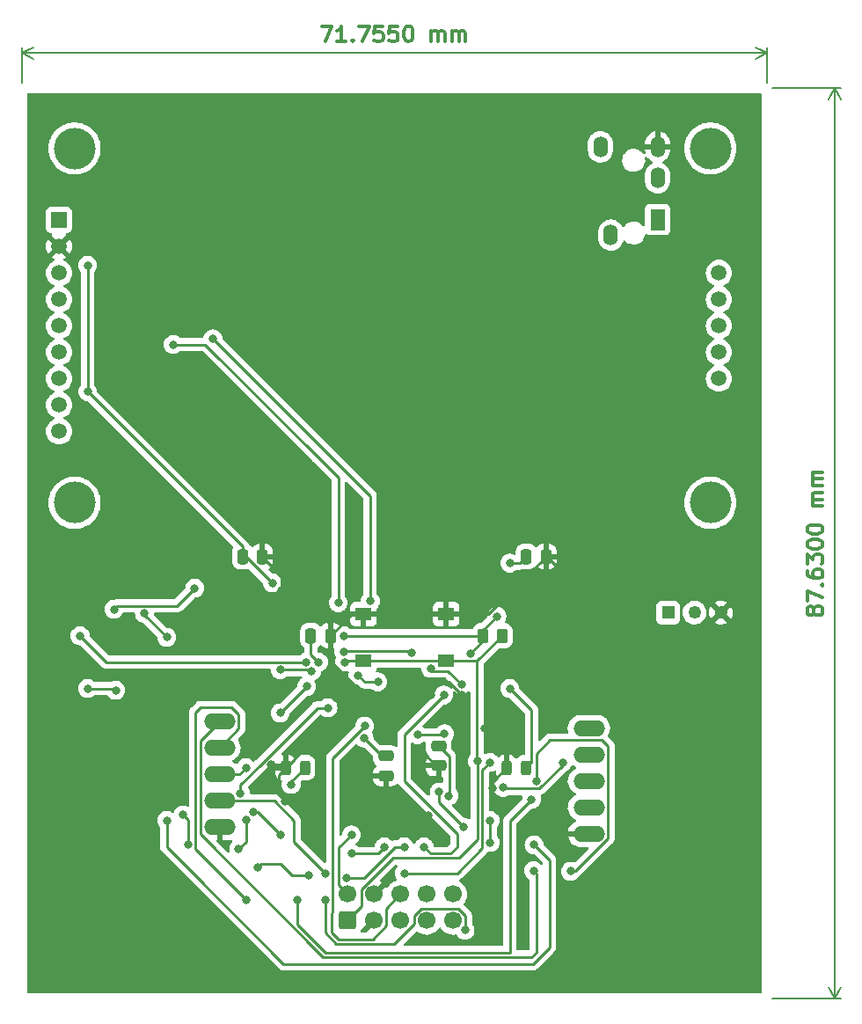
<source format=gbr>
%TF.GenerationSoftware,KiCad,Pcbnew,6.0.4-6f826c9f35~116~ubuntu18.04.1*%
%TF.CreationDate,2022-04-21T22:13:37-04:00*%
%TF.ProjectId,368project,33363870-726f-46a6-9563-742e6b696361,rev?*%
%TF.SameCoordinates,Original*%
%TF.FileFunction,Copper,L1,Top*%
%TF.FilePolarity,Positive*%
%FSLAX46Y46*%
G04 Gerber Fmt 4.6, Leading zero omitted, Abs format (unit mm)*
G04 Created by KiCad (PCBNEW 6.0.4-6f826c9f35~116~ubuntu18.04.1) date 2022-04-21 22:13:37*
%MOMM*%
%LPD*%
G01*
G04 APERTURE LIST*
G04 Aperture macros list*
%AMRoundRect*
0 Rectangle with rounded corners*
0 $1 Rounding radius*
0 $2 $3 $4 $5 $6 $7 $8 $9 X,Y pos of 4 corners*
0 Add a 4 corners polygon primitive as box body*
4,1,4,$2,$3,$4,$5,$6,$7,$8,$9,$2,$3,0*
0 Add four circle primitives for the rounded corners*
1,1,$1+$1,$2,$3*
1,1,$1+$1,$4,$5*
1,1,$1+$1,$6,$7*
1,1,$1+$1,$8,$9*
0 Add four rect primitives between the rounded corners*
20,1,$1+$1,$2,$3,$4,$5,0*
20,1,$1+$1,$4,$5,$6,$7,0*
20,1,$1+$1,$6,$7,$8,$9,0*
20,1,$1+$1,$8,$9,$2,$3,0*%
G04 Aperture macros list end*
%ADD10C,0.300000*%
%TA.AperFunction,NonConductor*%
%ADD11C,0.300000*%
%TD*%
%TA.AperFunction,NonConductor*%
%ADD12C,0.200000*%
%TD*%
%TA.AperFunction,ComponentPad*%
%ADD13C,4.000000*%
%TD*%
%TA.AperFunction,ComponentPad*%
%ADD14R,1.500000X1.500000*%
%TD*%
%TA.AperFunction,ComponentPad*%
%ADD15C,1.500000*%
%TD*%
%TA.AperFunction,SMDPad,CuDef*%
%ADD16RoundRect,0.250000X-0.250000X-0.475000X0.250000X-0.475000X0.250000X0.475000X-0.250000X0.475000X0*%
%TD*%
%TA.AperFunction,SMDPad,CuDef*%
%ADD17RoundRect,0.243750X-0.243750X-0.456250X0.243750X-0.456250X0.243750X0.456250X-0.243750X0.456250X0*%
%TD*%
%TA.AperFunction,SMDPad,CuDef*%
%ADD18R,1.550000X1.300000*%
%TD*%
%TA.AperFunction,ComponentPad*%
%ADD19RoundRect,0.250000X0.600000X-0.600000X0.600000X0.600000X-0.600000X0.600000X-0.600000X-0.600000X0*%
%TD*%
%TA.AperFunction,ComponentPad*%
%ADD20C,1.700000*%
%TD*%
%TA.AperFunction,SMDPad,CuDef*%
%ADD21RoundRect,0.250000X-0.262500X-0.450000X0.262500X-0.450000X0.262500X0.450000X-0.262500X0.450000X0*%
%TD*%
%TA.AperFunction,ComponentPad*%
%ADD22O,3.048000X1.524000*%
%TD*%
%TA.AperFunction,ComponentPad*%
%ADD23R,1.250000X1.250000*%
%TD*%
%TA.AperFunction,ComponentPad*%
%ADD24C,1.250000*%
%TD*%
%TA.AperFunction,ComponentPad*%
%ADD25R,1.400000X2.000000*%
%TD*%
%TA.AperFunction,ComponentPad*%
%ADD26O,1.400000X2.000000*%
%TD*%
%TA.AperFunction,SMDPad,CuDef*%
%ADD27RoundRect,0.250000X-0.475000X0.250000X-0.475000X-0.250000X0.475000X-0.250000X0.475000X0.250000X0*%
%TD*%
%TA.AperFunction,ViaPad*%
%ADD28C,0.800000*%
%TD*%
%TA.AperFunction,Conductor*%
%ADD29C,0.250000*%
%TD*%
G04 APERTURE END LIST*
D10*
D11*
X183441428Y-107150857D02*
X183370000Y-107293714D01*
X183298571Y-107365142D01*
X183155714Y-107436571D01*
X183084285Y-107436571D01*
X182941428Y-107365142D01*
X182870000Y-107293714D01*
X182798571Y-107150857D01*
X182798571Y-106865142D01*
X182870000Y-106722285D01*
X182941428Y-106650857D01*
X183084285Y-106579428D01*
X183155714Y-106579428D01*
X183298571Y-106650857D01*
X183370000Y-106722285D01*
X183441428Y-106865142D01*
X183441428Y-107150857D01*
X183512857Y-107293714D01*
X183584285Y-107365142D01*
X183727142Y-107436571D01*
X184012857Y-107436571D01*
X184155714Y-107365142D01*
X184227142Y-107293714D01*
X184298571Y-107150857D01*
X184298571Y-106865142D01*
X184227142Y-106722285D01*
X184155714Y-106650857D01*
X184012857Y-106579428D01*
X183727142Y-106579428D01*
X183584285Y-106650857D01*
X183512857Y-106722285D01*
X183441428Y-106865142D01*
X182798571Y-106079428D02*
X182798571Y-105079428D01*
X184298571Y-105722285D01*
X184155714Y-104508000D02*
X184227142Y-104436571D01*
X184298571Y-104508000D01*
X184227142Y-104579428D01*
X184155714Y-104508000D01*
X184298571Y-104508000D01*
X182798571Y-103150857D02*
X182798571Y-103436571D01*
X182870000Y-103579428D01*
X182941428Y-103650857D01*
X183155714Y-103793714D01*
X183441428Y-103865142D01*
X184012857Y-103865142D01*
X184155714Y-103793714D01*
X184227142Y-103722285D01*
X184298571Y-103579428D01*
X184298571Y-103293714D01*
X184227142Y-103150857D01*
X184155714Y-103079428D01*
X184012857Y-103008000D01*
X183655714Y-103008000D01*
X183512857Y-103079428D01*
X183441428Y-103150857D01*
X183370000Y-103293714D01*
X183370000Y-103579428D01*
X183441428Y-103722285D01*
X183512857Y-103793714D01*
X183655714Y-103865142D01*
X182798571Y-102508000D02*
X182798571Y-101579428D01*
X183370000Y-102079428D01*
X183370000Y-101865142D01*
X183441428Y-101722285D01*
X183512857Y-101650857D01*
X183655714Y-101579428D01*
X184012857Y-101579428D01*
X184155714Y-101650857D01*
X184227142Y-101722285D01*
X184298571Y-101865142D01*
X184298571Y-102293714D01*
X184227142Y-102436571D01*
X184155714Y-102508000D01*
X182798571Y-100650857D02*
X182798571Y-100508000D01*
X182870000Y-100365142D01*
X182941428Y-100293714D01*
X183084285Y-100222285D01*
X183370000Y-100150857D01*
X183727142Y-100150857D01*
X184012857Y-100222285D01*
X184155714Y-100293714D01*
X184227142Y-100365142D01*
X184298571Y-100508000D01*
X184298571Y-100650857D01*
X184227142Y-100793714D01*
X184155714Y-100865142D01*
X184012857Y-100936571D01*
X183727142Y-101008000D01*
X183370000Y-101008000D01*
X183084285Y-100936571D01*
X182941428Y-100865142D01*
X182870000Y-100793714D01*
X182798571Y-100650857D01*
X182798571Y-99222285D02*
X182798571Y-99079428D01*
X182870000Y-98936571D01*
X182941428Y-98865142D01*
X183084285Y-98793714D01*
X183370000Y-98722285D01*
X183727142Y-98722285D01*
X184012857Y-98793714D01*
X184155714Y-98865142D01*
X184227142Y-98936571D01*
X184298571Y-99079428D01*
X184298571Y-99222285D01*
X184227142Y-99365142D01*
X184155714Y-99436571D01*
X184012857Y-99508000D01*
X183727142Y-99579428D01*
X183370000Y-99579428D01*
X183084285Y-99508000D01*
X182941428Y-99436571D01*
X182870000Y-99365142D01*
X182798571Y-99222285D01*
X184298571Y-96936571D02*
X183298571Y-96936571D01*
X183441428Y-96936571D02*
X183370000Y-96865142D01*
X183298571Y-96722285D01*
X183298571Y-96508000D01*
X183370000Y-96365142D01*
X183512857Y-96293714D01*
X184298571Y-96293714D01*
X183512857Y-96293714D02*
X183370000Y-96222285D01*
X183298571Y-96079428D01*
X183298571Y-95865142D01*
X183370000Y-95722285D01*
X183512857Y-95650857D01*
X184298571Y-95650857D01*
X184298571Y-94936571D02*
X183298571Y-94936571D01*
X183441428Y-94936571D02*
X183370000Y-94865142D01*
X183298571Y-94722285D01*
X183298571Y-94508000D01*
X183370000Y-94365142D01*
X183512857Y-94293714D01*
X184298571Y-94293714D01*
X183512857Y-94293714D02*
X183370000Y-94222285D01*
X183298571Y-94079428D01*
X183298571Y-93865142D01*
X183370000Y-93722285D01*
X183512857Y-93650857D01*
X184298571Y-93650857D01*
D12*
X179435500Y-56693000D02*
X186006420Y-56693000D01*
X179435500Y-144323000D02*
X186006420Y-144323000D01*
X185420000Y-56693000D02*
X185420000Y-144323000D01*
X185420000Y-56693000D02*
X185420000Y-144323000D01*
X185420000Y-56693000D02*
X184833579Y-57819504D01*
X185420000Y-56693000D02*
X186006421Y-57819504D01*
X185420000Y-144323000D02*
X186006421Y-143196496D01*
X185420000Y-144323000D02*
X184833579Y-143196496D01*
D10*
D11*
X136058000Y-50718571D02*
X137058000Y-50718571D01*
X136415142Y-52218571D01*
X138415142Y-52218571D02*
X137558000Y-52218571D01*
X137986571Y-52218571D02*
X137986571Y-50718571D01*
X137843714Y-50932857D01*
X137700857Y-51075714D01*
X137558000Y-51147142D01*
X139058000Y-52075714D02*
X139129428Y-52147142D01*
X139058000Y-52218571D01*
X138986571Y-52147142D01*
X139058000Y-52075714D01*
X139058000Y-52218571D01*
X139629428Y-50718571D02*
X140629428Y-50718571D01*
X139986571Y-52218571D01*
X141915142Y-50718571D02*
X141200857Y-50718571D01*
X141129428Y-51432857D01*
X141200857Y-51361428D01*
X141343714Y-51290000D01*
X141700857Y-51290000D01*
X141843714Y-51361428D01*
X141915142Y-51432857D01*
X141986571Y-51575714D01*
X141986571Y-51932857D01*
X141915142Y-52075714D01*
X141843714Y-52147142D01*
X141700857Y-52218571D01*
X141343714Y-52218571D01*
X141200857Y-52147142D01*
X141129428Y-52075714D01*
X143343714Y-50718571D02*
X142629428Y-50718571D01*
X142558000Y-51432857D01*
X142629428Y-51361428D01*
X142772285Y-51290000D01*
X143129428Y-51290000D01*
X143272285Y-51361428D01*
X143343714Y-51432857D01*
X143415142Y-51575714D01*
X143415142Y-51932857D01*
X143343714Y-52075714D01*
X143272285Y-52147142D01*
X143129428Y-52218571D01*
X142772285Y-52218571D01*
X142629428Y-52147142D01*
X142558000Y-52075714D01*
X144343714Y-50718571D02*
X144486571Y-50718571D01*
X144629428Y-50790000D01*
X144700857Y-50861428D01*
X144772285Y-51004285D01*
X144843714Y-51290000D01*
X144843714Y-51647142D01*
X144772285Y-51932857D01*
X144700857Y-52075714D01*
X144629428Y-52147142D01*
X144486571Y-52218571D01*
X144343714Y-52218571D01*
X144200857Y-52147142D01*
X144129428Y-52075714D01*
X144058000Y-51932857D01*
X143986571Y-51647142D01*
X143986571Y-51290000D01*
X144058000Y-51004285D01*
X144129428Y-50861428D01*
X144200857Y-50790000D01*
X144343714Y-50718571D01*
X146629428Y-52218571D02*
X146629428Y-51218571D01*
X146629428Y-51361428D02*
X146700857Y-51290000D01*
X146843714Y-51218571D01*
X147058000Y-51218571D01*
X147200857Y-51290000D01*
X147272285Y-51432857D01*
X147272285Y-52218571D01*
X147272285Y-51432857D02*
X147343714Y-51290000D01*
X147486571Y-51218571D01*
X147700857Y-51218571D01*
X147843714Y-51290000D01*
X147915142Y-51432857D01*
X147915142Y-52218571D01*
X148629428Y-52218571D02*
X148629428Y-51218571D01*
X148629428Y-51361428D02*
X148700857Y-51290000D01*
X148843714Y-51218571D01*
X149058000Y-51218571D01*
X149200857Y-51290000D01*
X149272285Y-51432857D01*
X149272285Y-52218571D01*
X149272285Y-51432857D02*
X149343714Y-51290000D01*
X149486571Y-51218571D01*
X149700857Y-51218571D01*
X149843714Y-51290000D01*
X149915142Y-51432857D01*
X149915142Y-52218571D01*
D12*
X107180500Y-56193000D02*
X107180500Y-52753580D01*
X178935500Y-56193000D02*
X178935500Y-52753580D01*
X107180500Y-53340000D02*
X178935500Y-53340000D01*
X107180500Y-53340000D02*
X178935500Y-53340000D01*
X107180500Y-53340000D02*
X108307004Y-53926421D01*
X107180500Y-53340000D02*
X108307004Y-52753579D01*
X178935500Y-53340000D02*
X177808996Y-52753579D01*
X178935500Y-53340000D02*
X177808996Y-53926421D01*
D13*
%TO.P,U1,*%
%TO.N,*%
X112283000Y-96603000D03*
X173483000Y-62503000D03*
X112283000Y-62503000D03*
X173483000Y-96603000D03*
D14*
%TO.P,U1,1,VCC*%
%TO.N,+3V0*%
X110783000Y-69393000D03*
D15*
%TO.P,U1,2,GND*%
%TO.N,GND*%
X110783000Y-71933000D03*
%TO.P,U1,3,~{CS}*%
%TO.N,Net-(U1-Pad3)*%
X110783000Y-74473000D03*
%TO.P,U1,4,RESET*%
%TO.N,Net-(U1-Pad4)*%
X110783000Y-77013000D03*
%TO.P,U1,5,D/~{C}*%
%TO.N,Net-(U1-Pad5)*%
X110783000Y-79553000D03*
%TO.P,U1,6,MOSI*%
%TO.N,Net-(U1-Pad6)*%
X110783000Y-82093000D03*
%TO.P,U1,7,SCK*%
%TO.N,Net-(U1-Pad7)*%
X110783000Y-84633000D03*
%TO.P,U1,8,LED*%
%TO.N,+3V0*%
X110783000Y-87173000D03*
%TO.P,U1,9,MISO*%
%TO.N,unconnected-(U1-Pad9)*%
X110783000Y-89713000D03*
%TO.P,U1,10,SD_CS*%
%TO.N,unconnected-(U1-Pad10)*%
X174303000Y-74473000D03*
%TO.P,U1,11,SD_MOSI*%
%TO.N,unconnected-(U1-Pad11)*%
X174303000Y-77013000D03*
%TO.P,U1,12,SD_MISO*%
%TO.N,unconnected-(U1-Pad12)*%
X174303000Y-79553000D03*
%TO.P,U1,13,SD_SCK*%
%TO.N,unconnected-(U1-Pad13)*%
X174303000Y-82093000D03*
%TO.P,U1,14,FLASH_CD*%
%TO.N,unconnected-(U1-Pad14)*%
X174303000Y-84633000D03*
%TD*%
D16*
%TO.P,C5,1*%
%TO.N,+3V0*%
X155760500Y-101778000D03*
%TO.P,C5,2*%
%TO.N,GND*%
X157660500Y-101778000D03*
%TD*%
%TO.P,C9,1*%
%TO.N,/NRST*%
X135018487Y-109397999D03*
%TO.P,C9,2*%
%TO.N,GND*%
X136918487Y-109397999D03*
%TD*%
D17*
%TO.P,LD1,1,K*%
%TO.N,GND*%
X132580500Y-122098000D03*
%TO.P,LD1,2,A*%
%TO.N,Net-(LD1-Pad2)*%
X134455500Y-122098000D03*
%TD*%
D18*
%TO.P,SW1,1,1*%
%TO.N,GND*%
X140090833Y-107319816D03*
X148050833Y-107319816D03*
%TO.P,SW1,2,2*%
%TO.N,/NRST*%
X140090833Y-111819816D03*
X148050833Y-111819816D03*
%TD*%
D19*
%TO.P,J2,1,Pin_1*%
%TO.N,/NRST*%
X138562048Y-136820500D03*
D20*
%TO.P,J2,2,Pin_2*%
%TO.N,/SWDIO_IN*%
X138562048Y-134280500D03*
%TO.P,J2,3,Pin_3*%
%TO.N,GND*%
X141102048Y-136820500D03*
%TO.P,J2,4,Pin_4*%
X141102048Y-134280500D03*
%TO.P,J2,5,Pin_5*%
%TO.N,unconnected-(J2-Pad5)*%
X143642048Y-136820500D03*
%TO.P,J2,6,Pin_6*%
%TO.N,/SWCLK_IN*%
X143642048Y-134280500D03*
%TO.P,J2,7,Pin_7*%
%TO.N,/V3.3_IN*%
X146182048Y-136820500D03*
%TO.P,J2,8,Pin_8*%
X146182048Y-134280500D03*
%TO.P,J2,9,Pin_9*%
%TO.N,/U5V*%
X148722048Y-136820500D03*
%TO.P,J2,10,Pin_10*%
X148722048Y-134280500D03*
%TD*%
D16*
%TO.P,C3,1*%
%TO.N,+3V0*%
X128455500Y-101778000D03*
%TO.P,C3,2*%
%TO.N,GND*%
X130355500Y-101778000D03*
%TD*%
D21*
%TO.P,R3,1*%
%TO.N,+3V0*%
X151605465Y-109397999D03*
%TO.P,R3,2*%
%TO.N,/NRST*%
X153430465Y-109397999D03*
%TD*%
D22*
%TO.P,JP2,1,1*%
%TO.N,GND*%
X161790500Y-128448000D03*
%TO.P,JP2,2,2*%
%TO.N,Net-(JP2-Pad2)*%
X161790500Y-125908000D03*
%TO.P,JP2,3,3*%
%TO.N,Net-(JP2-Pad3)*%
X161790500Y-123368000D03*
%TO.P,JP2,4,4*%
%TO.N,Net-(JP2-Pad4)*%
X161790500Y-120828000D03*
%TO.P,JP2,5,5*%
%TO.N,+5V*%
X161790500Y-118288000D03*
%TD*%
%TO.P,JP1,1,1*%
%TO.N,GND*%
X126230500Y-127813000D03*
%TO.P,JP1,2,2*%
%TO.N,Net-(JP1-Pad2)*%
X126230500Y-125273000D03*
%TO.P,JP1,3,3*%
%TO.N,Net-(JP1-Pad3)*%
X126230500Y-122733000D03*
%TO.P,JP1,4,4*%
%TO.N,Net-(JP1-Pad4)*%
X126230500Y-120193000D03*
%TO.P,JP1,5,5*%
%TO.N,+5V*%
X126230500Y-117653000D03*
%TD*%
D23*
%TO.P,10k1,1,1*%
%TO.N,Net-(10k1-Pad1)*%
X169410500Y-107177999D03*
D24*
%TO.P,10k1,2,2*%
%TO.N,Net-(10k1-Pad2)*%
X171950500Y-107177999D03*
%TO.P,10k1,3,3*%
%TO.N,GND*%
X174490500Y-107177999D03*
%TD*%
D17*
%TO.P,LD2,1,K*%
%TO.N,GND*%
X153868000Y-122098000D03*
%TO.P,LD2,2,A*%
%TO.N,Net-(LD2-Pad2)*%
X155743000Y-122098000D03*
%TD*%
D25*
%TO.P,J1,T*%
%TO.N,Net-(10k1-Pad2)*%
X168401803Y-69345242D03*
D26*
%TO.P,J1,S*%
%TO.N,unconnected-(J1-PadS)*%
X163901803Y-70845242D03*
%TO.P,J1,R2*%
%TO.N,GND*%
X168401803Y-62345242D03*
%TO.P,J1,R1*%
%TO.N,Net-(10k1-Pad2)*%
X168401803Y-65345242D03*
%TO.P,J1,*%
%TO.N,*%
X162901803Y-62345242D03*
%TD*%
D27*
%TO.P,C1,2*%
%TO.N,GND*%
X142240000Y-122870000D03*
%TO.P,C1,1*%
%TO.N,+3V0*%
X142240000Y-120970000D03*
%TD*%
%TO.P,C7,2*%
%TO.N,GND*%
X147320000Y-121920000D03*
%TO.P,C7,1*%
%TO.N,/3VA*%
X147320000Y-120020000D03*
%TD*%
D28*
%TO.N,GND*%
X160020000Y-104140000D03*
X136208750Y-107631250D03*
X133544369Y-106905305D03*
X127000000Y-114300000D03*
X129540000Y-116840000D03*
X116840000Y-83820000D03*
X116840000Y-81280000D03*
X116840000Y-76200000D03*
X116840000Y-78740000D03*
X132173534Y-105042500D03*
X145771681Y-120623185D03*
%TO.N,/3VA*%
X148315919Y-124799036D03*
%TO.N,+3V0*%
X140134799Y-119252211D03*
%TO.N,Net-(LD1-Pad2)*%
X129900538Y-131719462D03*
X134862812Y-132469275D03*
%TO.N,/3VA*%
X122709591Y-126643507D03*
X128250580Y-124548500D03*
X123207960Y-129465363D03*
X136669451Y-116349451D03*
%TO.N,+3V0*%
X135110078Y-112782213D03*
X132080000Y-112662500D03*
X138206000Y-109398000D03*
%TO.N,/3VA*%
X160020000Y-132080000D03*
%TO.N,+3V0*%
X132080000Y-128537500D03*
X129450002Y-126355505D03*
%TO.N,GND*%
X131200659Y-121812740D03*
%TO.N,+3V0*%
X134620000Y-114300000D03*
X132080000Y-116840000D03*
%TO.N,+5V*%
X121150500Y-109543855D03*
X119001757Y-107249257D03*
X156467645Y-132015145D03*
%TO.N,/NRST*%
X135755500Y-111938000D03*
X151055543Y-121469938D03*
X138295500Y-111938000D03*
%TO.N,/SWDIO_IN*%
X138930511Y-128566603D03*
%TO.N,/SWCLK_IN*%
X140200500Y-118093016D03*
%TO.N,Net-(JP1-Pad2)*%
X144010500Y-129718000D03*
X136390511Y-132258000D03*
X138492725Y-132695775D03*
%TO.N,Net-(JP1-Pad3)*%
X152265489Y-129295212D03*
X121150500Y-127178000D03*
X156515701Y-129523201D03*
X128770500Y-122098000D03*
X152265489Y-127178000D03*
%TO.N,Net-(JP1-Pad4)*%
X133731000Y-134798000D03*
X156276017Y-125142369D03*
X128770500Y-134798000D03*
%TO.N,Net-(JP2-Pad4)*%
X153535500Y-124003000D03*
X159250500Y-121593016D03*
%TO.N,Net-(LD1-Pad2)*%
X128770500Y-127088500D03*
X149866888Y-137731053D03*
X128083958Y-129902882D03*
X133126000Y-123715669D03*
X136390500Y-134798000D03*
%TO.N,Net-(C12-Pad1)*%
X116245105Y-114652605D03*
X123843122Y-104823473D03*
X116070500Y-106858000D03*
X113530500Y-114478000D03*
%TO.N,Net-(LD2-Pad2)*%
X144736637Y-111004538D03*
X112806000Y-109398000D03*
X146550500Y-112544316D03*
X154170500Y-114478000D03*
X149542796Y-114100956D03*
X134575000Y-111938000D03*
X138196557Y-110943407D03*
%TO.N,Net-(U1-Pad7)*%
X141470500Y-113843000D03*
X139565500Y-113208000D03*
%TO.N,Net-(U1-Pad5)*%
X137660500Y-106223000D03*
X121785500Y-81368500D03*
%TO.N,Net-(U1-Pad4)*%
X138930500Y-130353000D03*
X140746000Y-106070314D03*
X142105500Y-129718000D03*
X125595500Y-80823000D03*
%TO.N,Net-(C8-Pad1)*%
X145915500Y-129718000D03*
X147820500Y-115113000D03*
%TO.N,+3V0*%
X144010500Y-132258000D03*
X147898039Y-118845461D03*
X113530500Y-73748500D03*
X154170500Y-102413000D03*
X145280500Y-118923000D03*
X152935300Y-107527800D03*
X150360500Y-111095316D03*
X131310500Y-104318000D03*
X113530500Y-85903000D03*
X152265500Y-121593016D03*
%TO.N,/3VA*%
X156710500Y-123368000D03*
%TO.N,GND*%
X138295500Y-117653000D03*
X149530242Y-115113000D03*
X152540059Y-124093016D03*
X151733148Y-118288000D03*
X132556923Y-125309344D03*
X146355701Y-126737799D03*
X146550500Y-115113000D03*
X141470500Y-126543000D03*
%TO.N,Net-(JP2-Pad2)*%
X149725500Y-127813000D03*
X147380299Y-124443201D03*
%TD*%
D29*
%TO.N,GND*%
X136208750Y-107631250D02*
X136918487Y-108340987D01*
X145494936Y-115113000D02*
X145915500Y-115113000D01*
X148260242Y-113843000D02*
X146764936Y-113843000D01*
X140200500Y-115113000D02*
X145494936Y-115113000D01*
X146764936Y-113843000D02*
X145494936Y-115113000D01*
X138930500Y-116383000D02*
X138930500Y-117018000D01*
X140200500Y-115113000D02*
X138930500Y-116383000D01*
X138930500Y-117018000D02*
X138295500Y-117653000D01*
X132173534Y-105042500D02*
X132173534Y-103596034D01*
X132173534Y-103596034D02*
X130355500Y-101778000D01*
X144323000Y-126543000D02*
X146160902Y-126543000D01*
X141470500Y-126543000D02*
X144323000Y-126543000D01*
X142240000Y-124460000D02*
X144323000Y-126543000D01*
X142240000Y-122870000D02*
X142240000Y-124460000D01*
X147068496Y-121920000D02*
X145771681Y-120623185D01*
X147320000Y-121920000D02*
X147068496Y-121920000D01*
%TO.N,/3VA*%
X148369520Y-124745435D02*
X148315919Y-124799036D01*
X147320000Y-120020000D02*
X148369520Y-121069520D01*
X148369520Y-121069520D02*
X148369520Y-124745435D01*
%TO.N,+3V0*%
X141852588Y-120970000D02*
X140134799Y-119252211D01*
X142240000Y-120970000D02*
X141852588Y-120970000D01*
%TO.N,Net-(LD1-Pad2)*%
X129900538Y-131719462D02*
X130264462Y-131355538D01*
X130264462Y-131355538D02*
X132072467Y-131355538D01*
X132072467Y-131355538D02*
X133186204Y-132469275D01*
X133186204Y-132469275D02*
X134862812Y-132469275D01*
%TO.N,/3VA*%
X122709591Y-126643507D02*
X123207960Y-127141876D01*
X123207960Y-127141876D02*
X123207960Y-129465363D01*
X128250580Y-123738205D02*
X128250580Y-124548500D01*
X130219511Y-121769274D02*
X128250580Y-123738205D01*
X135639334Y-116349451D02*
X130219511Y-121769274D01*
X136669451Y-116349451D02*
X135639334Y-116349451D01*
%TO.N,+3V0*%
X135110078Y-112782213D02*
X134990365Y-112662500D01*
X134990365Y-112662500D02*
X132080000Y-112662500D01*
%TO.N,GND*%
X160020000Y-104140000D02*
X157480000Y-101600000D01*
X157480000Y-101600000D02*
X157482500Y-101600000D01*
X157482500Y-101600000D02*
X157660500Y-101778000D01*
%TO.N,/3VA*%
X163639020Y-128898051D02*
X163639020Y-120021949D01*
X158058170Y-119440297D02*
X156710500Y-120787967D01*
X156710500Y-123368000D02*
X156710500Y-120787967D01*
X160020000Y-132080000D02*
X160457071Y-132080000D01*
X160457071Y-132080000D02*
X163639020Y-128898051D01*
X163057368Y-119440297D02*
X158058170Y-119440297D01*
X163639020Y-120021949D02*
X163057368Y-119440297D01*
%TO.N,+3V0*%
X129898005Y-126355505D02*
X129450002Y-126355505D01*
X132080000Y-128537500D02*
X129898005Y-126355505D01*
%TO.N,GND*%
X131200659Y-121812740D02*
X132295240Y-121812740D01*
X132295240Y-121812740D02*
X132580500Y-122098000D01*
%TO.N,+3V0*%
X134620000Y-114300000D02*
X132080000Y-116840000D01*
%TO.N,+5V*%
X136204302Y-140327520D02*
X156260980Y-140327520D01*
X156260980Y-140327520D02*
X156710500Y-139878000D01*
X119001757Y-107395112D02*
X119001757Y-107249257D01*
X126230500Y-117653000D02*
X124381980Y-119501520D01*
X156710500Y-132258000D02*
X156467645Y-132015145D01*
X124381980Y-119501520D02*
X124381980Y-128505197D01*
X121150500Y-109543855D02*
X119001757Y-107395112D01*
X156710500Y-139878000D02*
X156710500Y-132258000D01*
X124381980Y-128505197D02*
X136204302Y-140327520D01*
%TO.N,/NRST*%
X151008648Y-121423043D02*
X151008648Y-111819816D01*
X140090833Y-111819816D02*
X138413684Y-111819816D01*
X139927537Y-133794001D02*
X139927537Y-135455011D01*
X135755500Y-111938000D02*
X135018487Y-111200987D01*
X151055543Y-121469938D02*
X151050313Y-121475168D01*
X151050313Y-129028187D02*
X149275980Y-130802520D01*
X151050313Y-121475168D02*
X151050313Y-129028187D01*
X151008648Y-111819816D02*
X153430465Y-109397999D01*
X151055543Y-121469938D02*
X151008648Y-121423043D01*
X135018487Y-111200987D02*
X135018487Y-109397999D01*
X140090833Y-111819816D02*
X148050833Y-111819816D01*
X142919018Y-130802520D02*
X139927537Y-133794001D01*
X149275980Y-130802520D02*
X142919018Y-130802520D01*
X138413684Y-111819816D02*
X138295500Y-111938000D01*
X139927537Y-135455011D02*
X138562048Y-136820500D01*
X148050833Y-111819816D02*
X151008648Y-111819816D01*
%TO.N,/SWDIO_IN*%
X137712048Y-129785066D02*
X138930511Y-128566603D01*
X138562048Y-134280500D02*
X137712048Y-133430500D01*
X137712048Y-133430500D02*
X137712048Y-129785066D01*
%TO.N,/SWCLK_IN*%
X137025500Y-137973000D02*
X137025500Y-136068000D01*
X142276559Y-135645989D02*
X142276559Y-137306999D01*
X140975558Y-138608000D02*
X137660500Y-138608000D01*
X137025500Y-136068000D02*
X137115011Y-135978489D01*
X137115011Y-121178505D02*
X140200500Y-118093016D01*
X137660500Y-138608000D02*
X137025500Y-137973000D01*
X137115011Y-135978489D02*
X137115011Y-121178505D01*
X143642048Y-134280500D02*
X142276559Y-135645989D01*
X142276559Y-137306999D02*
X140975558Y-138608000D01*
%TO.N,Net-(JP1-Pad2)*%
X133400980Y-127178000D02*
X133400980Y-129268470D01*
X140152339Y-132695775D02*
X143130114Y-129718000D01*
X135247717Y-131115207D02*
X136390511Y-132258000D01*
X138492725Y-132695775D02*
X140152339Y-132695775D01*
X143130114Y-129718000D02*
X144010500Y-129718000D01*
X126230500Y-125273000D02*
X131495980Y-125273000D01*
X133400980Y-129268470D02*
X135247717Y-131115207D01*
X131495980Y-125273000D02*
X133400980Y-127178000D01*
%TO.N,Net-(JP1-Pad3)*%
X132405584Y-140973084D02*
X123690500Y-132258000D01*
X157995488Y-131002988D02*
X157995488Y-139366848D01*
X155104264Y-140973084D02*
X132405584Y-140973084D01*
X152265489Y-129295212D02*
X152265489Y-127178000D01*
X128770500Y-122098000D02*
X128135500Y-122733000D01*
X156389252Y-140973084D02*
X155104264Y-140973084D01*
X123690500Y-132258000D02*
X121150500Y-129718000D01*
X157995488Y-139366848D02*
X156389252Y-140973084D01*
X156515701Y-129523201D02*
X157995488Y-131002988D01*
X121150500Y-129718000D02*
X121150500Y-127178000D01*
X128135500Y-122733000D02*
X126230500Y-122733000D01*
%TO.N,Net-(JP1-Pad4)*%
X128079020Y-118344480D02*
X128079020Y-116960634D01*
X124417000Y-116291500D02*
X123932460Y-116776040D01*
X123932460Y-116776040D02*
X123932460Y-129959960D01*
X123932460Y-129959960D02*
X128770500Y-134798000D01*
X156276017Y-125142369D02*
X154170500Y-127247886D01*
X154170500Y-139878000D02*
X136390500Y-139878000D01*
X133731000Y-137218500D02*
X136390500Y-139878000D01*
X154170500Y-127247886D02*
X154170500Y-139878000D01*
X126230500Y-120193000D02*
X128079020Y-118344480D01*
X127409886Y-116291500D02*
X124417000Y-116291500D01*
X133731000Y-134798000D02*
X133731000Y-137218500D01*
X128079020Y-116960634D02*
X127409886Y-116291500D01*
%TO.N,Net-(JP2-Pad4)*%
X157010603Y-124092511D02*
X153625011Y-124092511D01*
X153625011Y-124092511D02*
X153535500Y-124003000D01*
X159250500Y-121593016D02*
X159250500Y-121852614D01*
X159250500Y-121852614D02*
X157010603Y-124092511D01*
%TO.N,Net-(LD1-Pad2)*%
X133126000Y-123427500D02*
X134455500Y-122098000D01*
X128770500Y-129216340D02*
X128770500Y-127088500D01*
X133126000Y-123715669D02*
X133126000Y-123427500D01*
X149896559Y-137701382D02*
X149896559Y-136334001D01*
X149208547Y-135645989D02*
X145695549Y-135645989D01*
X136390500Y-137973717D02*
X136390500Y-134798000D01*
X137474303Y-139057520D02*
X136390500Y-137973717D01*
X128083958Y-129902882D02*
X128770500Y-129216340D01*
X145007537Y-137116021D02*
X143066038Y-139057520D01*
X149896559Y-136334001D02*
X149208547Y-135645989D01*
X149866888Y-137731053D02*
X149896559Y-137701382D01*
X143066038Y-139057520D02*
X137474303Y-139057520D01*
X145695549Y-135645989D02*
X145007537Y-136334001D01*
X145007537Y-136334001D02*
X145007537Y-137116021D01*
%TO.N,Net-(C12-Pad1)*%
X116070500Y-114478000D02*
X116245105Y-114652605D01*
X113530500Y-114478000D02*
X116070500Y-114478000D01*
X116403754Y-106524746D02*
X122141849Y-106524746D01*
X122141849Y-106524746D02*
X123843122Y-104823473D01*
X116070500Y-106858000D02*
X116403754Y-106524746D01*
%TO.N,Net-(LD2-Pad2)*%
X134575000Y-111938000D02*
X115346000Y-111938000D01*
X149542796Y-114100956D02*
X148236167Y-112794327D01*
X155743000Y-122098000D02*
X156260980Y-121580020D01*
X148236167Y-112794327D02*
X146800511Y-112794327D01*
X115346000Y-111938000D02*
X112806000Y-109398000D01*
X156260980Y-116568480D02*
X154170500Y-114478000D01*
X156260980Y-121580020D02*
X156260980Y-116568480D01*
X144736637Y-111004538D02*
X144577404Y-110845305D01*
X146800511Y-112794327D02*
X146550500Y-112544316D01*
X144577404Y-110845305D02*
X138294659Y-110845305D01*
X138294659Y-110845305D02*
X138196557Y-110943407D01*
%TO.N,Net-(U1-Pad7)*%
X140200500Y-113843000D02*
X139565500Y-113208000D01*
X141470500Y-113843000D02*
X140200500Y-113843000D01*
%TO.N,Net-(U1-Pad5)*%
X135755500Y-92253000D02*
X137660500Y-94158000D01*
X137660500Y-94158000D02*
X137660500Y-106223000D01*
X124871000Y-81368500D02*
X135755500Y-92253000D01*
X121785500Y-81368500D02*
X124871000Y-81368500D01*
%TO.N,Net-(U1-Pad4)*%
X125595500Y-80823000D02*
X140746000Y-95973500D01*
X141470500Y-130353000D02*
X142105500Y-129718000D01*
X138930500Y-130353000D02*
X141470500Y-130353000D01*
X140746000Y-95973500D02*
X140746000Y-106070314D01*
%TO.N,Net-(C8-Pad1)*%
X148455500Y-130353000D02*
X149090500Y-129718000D01*
X144010500Y-123368000D02*
X144010500Y-118923000D01*
X149090500Y-129718000D02*
X149090500Y-128448000D01*
X145915500Y-129718000D02*
X146550500Y-130353000D01*
X144010500Y-118923000D02*
X147820500Y-115113000D01*
X146550500Y-130353000D02*
X148455500Y-130353000D01*
X149090500Y-128448000D02*
X144010500Y-123368000D01*
%TO.N,+3V0*%
X113530500Y-73748500D02*
X113530500Y-85903000D01*
X152265500Y-121593016D02*
X151540989Y-122317527D01*
X138206000Y-109398000D02*
X151605465Y-109397999D01*
X151540989Y-122317527D02*
X151540989Y-129807511D01*
X149090500Y-132258000D02*
X144010500Y-132258000D01*
X145280500Y-118923000D02*
X147820500Y-118923000D01*
X154170500Y-102413000D02*
X155125500Y-102413000D01*
X151605465Y-109850351D02*
X150360500Y-111095316D01*
X128455500Y-100828000D02*
X128455500Y-101778000D01*
X151605465Y-109397999D02*
X151605465Y-109850351D01*
X128770500Y-101778000D02*
X128455500Y-101778000D01*
X147820500Y-118923000D02*
X147898039Y-118845461D01*
X131310500Y-104318000D02*
X128770500Y-101778000D01*
X151540989Y-129807511D02*
X149090500Y-132258000D01*
X113530500Y-85903000D02*
X128455500Y-100828000D01*
X151605465Y-108857635D02*
X152935300Y-107527800D01*
X155125500Y-102413000D02*
X155760500Y-101778000D01*
X151605465Y-109397999D02*
X151605465Y-108857635D01*
%TO.N,GND*%
X152540059Y-123425941D02*
X153868000Y-122098000D01*
X131905866Y-122772634D02*
X132580500Y-122098000D01*
X146160902Y-126543000D02*
X146355701Y-126737799D01*
X136918487Y-108340987D02*
X136918487Y-109397999D01*
X154805500Y-119558000D02*
X153003148Y-119558000D01*
X153003148Y-119558000D02*
X151733148Y-118288000D01*
X136918487Y-111830987D02*
X139248000Y-114160500D01*
X145915500Y-115113000D02*
X146550500Y-115113000D01*
X149530242Y-115113000D02*
X148260242Y-113843000D01*
X153868000Y-120495500D02*
X153868000Y-122098000D01*
X130355500Y-101778000D02*
X136208750Y-107631250D01*
X157660500Y-101778000D02*
X152118684Y-107319816D01*
X152118684Y-107319816D02*
X148050833Y-107319816D01*
X131905866Y-124658287D02*
X131905866Y-122772634D01*
X140090833Y-107319816D02*
X138996670Y-107319816D01*
X139248000Y-115430500D02*
X139248000Y-114160500D01*
X132556923Y-125309344D02*
X131905866Y-124658287D01*
X152540059Y-124093016D02*
X152540059Y-123425941D01*
X139248000Y-114160500D02*
X140200500Y-115113000D01*
X154805500Y-119558000D02*
X153868000Y-120495500D01*
X132580500Y-122098000D02*
X139248000Y-115430500D01*
X136918487Y-109397999D02*
X136918487Y-111830987D01*
X138996670Y-107319816D02*
X136918487Y-109397999D01*
X140090833Y-107319816D02*
X148050833Y-107319816D01*
%TO.N,Net-(JP2-Pad2)*%
X147380299Y-125467799D02*
X147380299Y-124443201D01*
X149725500Y-127813000D02*
X147380299Y-125467799D01*
%TD*%
%TA.AperFunction,Conductor*%
%TO.N,GND*%
G36*
X178369121Y-57221502D02*
G01*
X178415614Y-57275158D01*
X178427000Y-57327500D01*
X178427000Y-143688500D01*
X178406998Y-143756621D01*
X178353342Y-143803114D01*
X178301000Y-143814500D01*
X107815000Y-143814500D01*
X107746879Y-143794498D01*
X107700386Y-143740842D01*
X107689000Y-143688500D01*
X107689000Y-127178000D01*
X120236996Y-127178000D01*
X120237686Y-127184565D01*
X120255464Y-127353710D01*
X120256958Y-127367928D01*
X120315973Y-127549556D01*
X120319276Y-127555278D01*
X120319277Y-127555279D01*
X120323435Y-127562480D01*
X120411460Y-127714944D01*
X120484637Y-127796215D01*
X120515353Y-127860221D01*
X120517000Y-127880524D01*
X120517000Y-129639233D01*
X120516473Y-129650416D01*
X120514798Y-129657909D01*
X120515047Y-129665834D01*
X120515047Y-129665835D01*
X120516938Y-129725986D01*
X120517000Y-129729945D01*
X120517000Y-129757856D01*
X120517497Y-129761790D01*
X120517497Y-129761791D01*
X120517505Y-129761856D01*
X120518438Y-129773693D01*
X120519827Y-129817889D01*
X120522311Y-129826438D01*
X120525478Y-129837339D01*
X120529487Y-129856700D01*
X120532026Y-129876797D01*
X120534945Y-129884168D01*
X120534945Y-129884170D01*
X120548304Y-129917912D01*
X120552149Y-129929142D01*
X120562271Y-129963983D01*
X120564482Y-129971593D01*
X120568515Y-129978412D01*
X120568517Y-129978417D01*
X120574793Y-129989028D01*
X120583488Y-130006776D01*
X120590948Y-130025617D01*
X120595610Y-130032033D01*
X120595610Y-130032034D01*
X120616936Y-130061387D01*
X120623452Y-130071307D01*
X120639882Y-130099088D01*
X120645958Y-130109362D01*
X120660279Y-130123683D01*
X120673119Y-130138716D01*
X120685028Y-130155107D01*
X120701846Y-130169020D01*
X120719105Y-130183298D01*
X120727884Y-130191288D01*
X123185958Y-132649362D01*
X131901932Y-141365337D01*
X131909472Y-141373623D01*
X131913584Y-141380102D01*
X131919361Y-141385527D01*
X131963235Y-141426727D01*
X131966077Y-141429482D01*
X131985814Y-141449219D01*
X131989011Y-141451699D01*
X131998031Y-141459402D01*
X132030263Y-141489670D01*
X132037209Y-141493489D01*
X132037212Y-141493491D01*
X132048018Y-141499432D01*
X132064537Y-141510283D01*
X132080543Y-141522698D01*
X132087812Y-141525843D01*
X132087816Y-141525846D01*
X132121121Y-141540258D01*
X132131771Y-141545475D01*
X132170524Y-141566779D01*
X132178199Y-141568750D01*
X132178200Y-141568750D01*
X132190146Y-141571817D01*
X132208851Y-141578221D01*
X132227439Y-141586265D01*
X132235262Y-141587504D01*
X132235272Y-141587507D01*
X132271108Y-141593183D01*
X132282728Y-141595589D01*
X132314543Y-141603757D01*
X132325554Y-141606584D01*
X132345808Y-141606584D01*
X132365518Y-141608135D01*
X132385527Y-141611304D01*
X132393419Y-141610558D01*
X132412164Y-141608786D01*
X132429546Y-141607143D01*
X132441403Y-141606584D01*
X156310485Y-141606584D01*
X156321668Y-141607111D01*
X156329161Y-141608786D01*
X156337087Y-141608537D01*
X156337088Y-141608537D01*
X156397238Y-141606646D01*
X156401197Y-141606584D01*
X156429108Y-141606584D01*
X156433043Y-141606087D01*
X156433108Y-141606079D01*
X156444945Y-141605146D01*
X156477203Y-141604132D01*
X156481222Y-141604006D01*
X156489141Y-141603757D01*
X156508595Y-141598105D01*
X156527952Y-141594097D01*
X156540182Y-141592552D01*
X156540183Y-141592552D01*
X156548049Y-141591558D01*
X156555420Y-141588639D01*
X156555422Y-141588639D01*
X156589164Y-141575280D01*
X156600394Y-141571435D01*
X156635235Y-141561313D01*
X156635236Y-141561313D01*
X156642845Y-141559102D01*
X156649664Y-141555069D01*
X156649669Y-141555067D01*
X156660280Y-141548791D01*
X156678028Y-141540096D01*
X156696869Y-141532636D01*
X156732639Y-141506648D01*
X156742559Y-141500132D01*
X156773787Y-141481664D01*
X156773790Y-141481662D01*
X156780614Y-141477626D01*
X156794935Y-141463305D01*
X156809969Y-141450464D01*
X156819946Y-141443215D01*
X156826359Y-141438556D01*
X156854550Y-141404479D01*
X156862540Y-141395700D01*
X158387741Y-139870500D01*
X158396027Y-139862960D01*
X158402506Y-139858848D01*
X158449132Y-139809196D01*
X158451886Y-139806355D01*
X158471623Y-139786618D01*
X158474103Y-139783421D01*
X158481808Y-139774399D01*
X158506647Y-139747948D01*
X158512074Y-139742169D01*
X158515893Y-139735223D01*
X158515895Y-139735220D01*
X158521836Y-139724414D01*
X158532687Y-139707895D01*
X158540246Y-139698149D01*
X158545102Y-139691889D01*
X158548247Y-139684620D01*
X158548250Y-139684616D01*
X158562662Y-139651311D01*
X158567879Y-139640661D01*
X158589183Y-139601908D01*
X158594221Y-139582285D01*
X158600625Y-139563582D01*
X158605521Y-139552268D01*
X158605521Y-139552267D01*
X158608669Y-139544993D01*
X158609908Y-139537170D01*
X158609911Y-139537160D01*
X158615587Y-139501324D01*
X158617993Y-139489704D01*
X158627016Y-139454559D01*
X158627016Y-139454558D01*
X158628988Y-139446878D01*
X158628988Y-139426624D01*
X158630539Y-139406913D01*
X158632468Y-139394734D01*
X158633708Y-139386905D01*
X158629547Y-139342886D01*
X158628988Y-139331029D01*
X158628988Y-131081755D01*
X158629515Y-131070572D01*
X158631190Y-131063079D01*
X158629050Y-130994988D01*
X158628988Y-130991031D01*
X158628988Y-130963132D01*
X158628484Y-130959141D01*
X158627551Y-130947299D01*
X158627344Y-130940690D01*
X158626162Y-130903099D01*
X158623950Y-130895485D01*
X158623949Y-130895480D01*
X158620511Y-130883647D01*
X158616500Y-130864283D01*
X158614955Y-130852052D01*
X158613962Y-130844191D01*
X158611045Y-130836824D01*
X158611044Y-130836819D01*
X158597686Y-130803080D01*
X158593842Y-130791853D01*
X158588378Y-130773048D01*
X158581506Y-130749395D01*
X158572711Y-130734524D01*
X158571195Y-130731960D01*
X158562500Y-130714212D01*
X158555040Y-130695371D01*
X158529052Y-130659601D01*
X158522536Y-130649681D01*
X158504068Y-130618453D01*
X158504066Y-130618450D01*
X158500030Y-130611626D01*
X158485709Y-130597305D01*
X158472868Y-130582271D01*
X158465619Y-130572294D01*
X158460960Y-130565881D01*
X158426883Y-130537690D01*
X158418114Y-130529710D01*
X157462821Y-129574416D01*
X157428797Y-129512106D01*
X157426608Y-129498493D01*
X157425865Y-129491418D01*
X157412676Y-129365938D01*
X157409933Y-129339836D01*
X157409933Y-129339834D01*
X157409243Y-129333273D01*
X157350228Y-129151645D01*
X157339528Y-129133111D01*
X157285361Y-129039292D01*
X157254741Y-128986257D01*
X157232200Y-128961222D01*
X157131376Y-128849246D01*
X157131375Y-128849245D01*
X157126954Y-128844335D01*
X157014449Y-128762595D01*
X156977795Y-128735964D01*
X156977794Y-128735963D01*
X156972453Y-128732083D01*
X156966425Y-128729399D01*
X156966423Y-128729398D01*
X156804020Y-128657092D01*
X156804019Y-128657092D01*
X156797989Y-128654407D01*
X156704589Y-128634554D01*
X156617645Y-128616073D01*
X156617640Y-128616073D01*
X156611188Y-128614701D01*
X156420214Y-128614701D01*
X156413762Y-128616073D01*
X156413757Y-128616073D01*
X156326813Y-128634554D01*
X156233413Y-128654407D01*
X156227383Y-128657092D01*
X156227382Y-128657092D01*
X156064979Y-128729398D01*
X156064977Y-128729399D01*
X156058949Y-128732083D01*
X156053608Y-128735963D01*
X156053607Y-128735964D01*
X156016953Y-128762595D01*
X155904448Y-128844335D01*
X155900027Y-128849245D01*
X155900026Y-128849246D01*
X155799203Y-128961222D01*
X155776661Y-128986257D01*
X155746041Y-129039292D01*
X155691875Y-129133111D01*
X155681174Y-129151645D01*
X155622159Y-129333273D01*
X155621469Y-129339834D01*
X155621469Y-129339836D01*
X155616549Y-129386652D01*
X155602197Y-129523201D01*
X155602887Y-129529766D01*
X155619643Y-129689187D01*
X155622159Y-129713129D01*
X155681174Y-129894757D01*
X155684477Y-129900479D01*
X155684478Y-129900480D01*
X155697729Y-129923431D01*
X155776661Y-130060145D01*
X155781079Y-130065052D01*
X155781080Y-130065053D01*
X155898326Y-130195268D01*
X155904448Y-130202067D01*
X155968264Y-130248432D01*
X156046010Y-130304918D01*
X156058949Y-130314319D01*
X156064977Y-130317003D01*
X156064979Y-130317004D01*
X156227382Y-130389310D01*
X156233413Y-130391995D01*
X156326813Y-130411848D01*
X156413757Y-130430329D01*
X156413762Y-130430329D01*
X156420214Y-130431701D01*
X156476106Y-130431701D01*
X156544227Y-130451703D01*
X156565202Y-130468606D01*
X157241280Y-131144685D01*
X157252250Y-131164776D01*
X157258162Y-131166390D01*
X157281166Y-131184571D01*
X157325084Y-131228490D01*
X157359109Y-131290802D01*
X157361988Y-131317584D01*
X157361988Y-131322442D01*
X157341986Y-131390563D01*
X157288330Y-131437056D01*
X157218056Y-131447160D01*
X157153476Y-131417666D01*
X157142351Y-131406751D01*
X157141716Y-131406045D01*
X157129717Y-131392719D01*
X157098433Y-131357974D01*
X157091916Y-131344393D01*
X157091799Y-131344368D01*
X157078123Y-131335716D01*
X157073554Y-131332396D01*
X156952065Y-131244129D01*
X156929739Y-131227908D01*
X156929738Y-131227907D01*
X156924397Y-131224027D01*
X156918369Y-131221343D01*
X156918367Y-131221342D01*
X156755964Y-131149036D01*
X156755963Y-131149036D01*
X156749933Y-131146351D01*
X156656532Y-131126498D01*
X156569589Y-131108017D01*
X156569584Y-131108017D01*
X156563132Y-131106645D01*
X156372158Y-131106645D01*
X156365706Y-131108017D01*
X156365701Y-131108017D01*
X156278758Y-131126498D01*
X156185357Y-131146351D01*
X156179327Y-131149036D01*
X156179326Y-131149036D01*
X156016923Y-131221342D01*
X156016921Y-131221343D01*
X156010893Y-131224027D01*
X156005552Y-131227907D01*
X156005551Y-131227908D01*
X155983225Y-131244129D01*
X155856392Y-131336279D01*
X155851971Y-131341189D01*
X155851970Y-131341190D01*
X155733356Y-131472925D01*
X155728605Y-131478201D01*
X155633118Y-131643589D01*
X155574103Y-131825217D01*
X155573413Y-131831778D01*
X155573413Y-131831780D01*
X155565525Y-131906833D01*
X155554141Y-132015145D01*
X155554831Y-132021710D01*
X155559095Y-132062275D01*
X155574103Y-132205073D01*
X155633118Y-132386701D01*
X155728605Y-132552089D01*
X155733023Y-132556996D01*
X155733024Y-132556997D01*
X155851970Y-132689100D01*
X155856392Y-132694011D01*
X155931005Y-132748221D01*
X156005548Y-132802380D01*
X156005551Y-132802381D01*
X156010893Y-132806263D01*
X156014642Y-132807932D01*
X156062994Y-132858643D01*
X156077000Y-132916379D01*
X156077000Y-139563405D01*
X156056998Y-139631526D01*
X156040095Y-139652500D01*
X156035480Y-139657115D01*
X155973168Y-139691141D01*
X155946385Y-139694020D01*
X154930000Y-139694020D01*
X154861879Y-139674018D01*
X154815386Y-139620362D01*
X154804000Y-139568020D01*
X154804000Y-127562480D01*
X154824002Y-127494359D01*
X154840905Y-127473385D01*
X156226516Y-126087774D01*
X156288828Y-126053748D01*
X156315611Y-126050869D01*
X156371504Y-126050869D01*
X156377956Y-126049497D01*
X156377961Y-126049497D01*
X156464904Y-126031016D01*
X156558305Y-126011163D01*
X156564336Y-126008478D01*
X156726739Y-125936172D01*
X156726741Y-125936171D01*
X156732769Y-125933487D01*
X156769472Y-125906821D01*
X156788174Y-125893233D01*
X156887270Y-125821235D01*
X156976936Y-125721651D01*
X157010638Y-125684221D01*
X157010639Y-125684220D01*
X157015057Y-125679313D01*
X157110544Y-125513925D01*
X157169559Y-125332297D01*
X157189521Y-125142369D01*
X157169559Y-124952441D01*
X157136593Y-124850982D01*
X157134566Y-124780014D01*
X157171228Y-124719217D01*
X157210016Y-124694905D01*
X157210488Y-124694718D01*
X157221745Y-124690862D01*
X157256586Y-124680740D01*
X157256587Y-124680740D01*
X157264196Y-124678529D01*
X157271015Y-124674496D01*
X157271020Y-124674494D01*
X157281631Y-124668218D01*
X157299379Y-124659523D01*
X157318220Y-124652063D01*
X157332798Y-124641472D01*
X157353990Y-124626075D01*
X157363910Y-124619559D01*
X157395138Y-124601091D01*
X157395141Y-124601089D01*
X157401965Y-124597053D01*
X157416286Y-124582732D01*
X157431320Y-124569891D01*
X157447710Y-124557983D01*
X157475901Y-124523906D01*
X157483891Y-124515127D01*
X159524240Y-122474778D01*
X159562086Y-122448766D01*
X159701222Y-122386819D01*
X159701224Y-122386818D01*
X159707252Y-122384134D01*
X159751481Y-122352000D01*
X159816963Y-122304424D01*
X159861753Y-122271882D01*
X159905214Y-122223614D01*
X159985121Y-122134868D01*
X159985122Y-122134867D01*
X159989540Y-122129960D01*
X160063901Y-122001164D01*
X160081723Y-121970295D01*
X160081724Y-121970294D01*
X160085027Y-121964572D01*
X160096783Y-121928391D01*
X160136857Y-121869785D01*
X160202254Y-121842149D01*
X160272211Y-121854256D01*
X160283565Y-121860587D01*
X160364807Y-121911550D01*
X160444618Y-121961616D01*
X160444622Y-121961618D01*
X160449374Y-121964599D01*
X160492406Y-121981898D01*
X160548149Y-122025864D01*
X160571274Y-122092989D01*
X160554437Y-122161960D01*
X160499652Y-122212530D01*
X160379149Y-122270007D01*
X160374588Y-122273284D01*
X160374587Y-122273285D01*
X160203597Y-122396155D01*
X160194974Y-122402351D01*
X160140791Y-122458263D01*
X160058650Y-122543026D01*
X160037145Y-122565217D01*
X159993430Y-122630273D01*
X159913779Y-122748805D01*
X159913776Y-122748810D01*
X159910653Y-122753458D01*
X159908400Y-122758590D01*
X159908398Y-122758594D01*
X159862144Y-122863963D01*
X159819493Y-122961124D01*
X159818183Y-122966581D01*
X159767860Y-123176192D01*
X159767859Y-123176198D01*
X159766550Y-123181651D01*
X159763402Y-123236246D01*
X159755805Y-123368000D01*
X159753494Y-123408069D01*
X159780741Y-123633219D01*
X159782391Y-123638581D01*
X159782391Y-123638583D01*
X159795757Y-123682029D01*
X159847427Y-123849987D01*
X159951446Y-124051519D01*
X160089509Y-124231447D01*
X160123188Y-124262092D01*
X160253105Y-124380308D01*
X160253108Y-124380310D01*
X160257252Y-124384081D01*
X160262003Y-124387062D01*
X160262004Y-124387062D01*
X160444618Y-124501616D01*
X160444622Y-124501618D01*
X160449374Y-124504599D01*
X160492406Y-124521898D01*
X160548149Y-124565864D01*
X160571274Y-124632989D01*
X160554437Y-124701960D01*
X160499652Y-124752530D01*
X160406702Y-124796865D01*
X160379149Y-124810007D01*
X160374588Y-124813284D01*
X160374587Y-124813285D01*
X160239817Y-124910128D01*
X160194974Y-124942351D01*
X160037145Y-125105217D01*
X160016592Y-125135804D01*
X159913779Y-125288805D01*
X159913776Y-125288810D01*
X159910653Y-125293458D01*
X159908400Y-125298590D01*
X159908398Y-125298594D01*
X159891987Y-125335980D01*
X159819493Y-125501124D01*
X159818183Y-125506581D01*
X159767860Y-125716192D01*
X159767859Y-125716198D01*
X159766550Y-125721651D01*
X159761091Y-125816324D01*
X159754559Y-125929606D01*
X159753494Y-125948069D01*
X159780741Y-126173219D01*
X159782391Y-126178581D01*
X159782391Y-126178583D01*
X159799630Y-126234619D01*
X159847427Y-126389987D01*
X159857568Y-126409634D01*
X159929176Y-126548371D01*
X159951446Y-126591519D01*
X160089509Y-126771447D01*
X160148026Y-126824693D01*
X160253105Y-126920308D01*
X160253108Y-126920310D01*
X160257252Y-126924081D01*
X160262003Y-126927062D01*
X160262004Y-126927062D01*
X160444618Y-127041616D01*
X160444622Y-127041618D01*
X160449374Y-127044599D01*
X160493037Y-127062151D01*
X160548779Y-127106116D01*
X160571904Y-127173241D01*
X160555067Y-127242212D01*
X160500283Y-127292783D01*
X160384459Y-127348028D01*
X160374852Y-127353710D01*
X160199856Y-127479459D01*
X160191400Y-127486758D01*
X160041444Y-127641500D01*
X160034402Y-127650197D01*
X159914224Y-127829040D01*
X159908835Y-127838843D01*
X159822226Y-128036143D01*
X159818660Y-128046738D01*
X159787534Y-128176385D01*
X159788239Y-128190470D01*
X159797118Y-128194000D01*
X161918500Y-128194000D01*
X161986621Y-128214002D01*
X162033114Y-128267658D01*
X162044500Y-128320000D01*
X162044500Y-128576000D01*
X162024498Y-128644121D01*
X161970842Y-128690614D01*
X161918500Y-128702000D01*
X159798002Y-128702000D01*
X159784020Y-128706106D01*
X159782430Y-128716352D01*
X159782881Y-128718475D01*
X159846243Y-128924435D01*
X159850464Y-128934780D01*
X159949298Y-129126267D01*
X159955283Y-129135698D01*
X160086468Y-129306663D01*
X160094021Y-129314876D01*
X160253410Y-129459909D01*
X160262310Y-129466664D01*
X160444843Y-129581166D01*
X160454813Y-129586247D01*
X160654740Y-129666617D01*
X160665440Y-129669848D01*
X160877416Y-129713745D01*
X160886553Y-129714948D01*
X160937660Y-129717895D01*
X160941306Y-129718000D01*
X161618976Y-129718000D01*
X161687097Y-129738002D01*
X161733590Y-129791658D01*
X161743694Y-129861932D01*
X161714200Y-129926512D01*
X161708071Y-129933095D01*
X160451862Y-131189304D01*
X160389550Y-131223330D01*
X160318735Y-131218265D01*
X160311530Y-131215321D01*
X160302288Y-131211206D01*
X160199248Y-131189304D01*
X160121944Y-131172872D01*
X160121939Y-131172872D01*
X160115487Y-131171500D01*
X159924513Y-131171500D01*
X159918061Y-131172872D01*
X159918056Y-131172872D01*
X159840752Y-131189304D01*
X159737712Y-131211206D01*
X159731682Y-131213891D01*
X159731681Y-131213891D01*
X159569278Y-131286197D01*
X159569276Y-131286198D01*
X159563248Y-131288882D01*
X159408747Y-131401134D01*
X159404326Y-131406044D01*
X159404325Y-131406045D01*
X159311014Y-131509678D01*
X159280960Y-131543056D01*
X159259658Y-131579952D01*
X159200719Y-131682038D01*
X159185473Y-131708444D01*
X159126458Y-131890072D01*
X159125768Y-131896633D01*
X159125768Y-131896635D01*
X159108359Y-132062275D01*
X159106496Y-132080000D01*
X159107186Y-132086565D01*
X159125553Y-132261314D01*
X159126458Y-132269928D01*
X159185473Y-132451556D01*
X159280960Y-132616944D01*
X159285378Y-132621851D01*
X159285379Y-132621852D01*
X159371380Y-132717366D01*
X159408747Y-132758866D01*
X159483104Y-132812890D01*
X159546078Y-132858643D01*
X159563248Y-132871118D01*
X159569276Y-132873802D01*
X159569278Y-132873803D01*
X159721392Y-132941528D01*
X159737712Y-132948794D01*
X159831113Y-132968647D01*
X159918056Y-132987128D01*
X159918061Y-132987128D01*
X159924513Y-132988500D01*
X160115487Y-132988500D01*
X160121939Y-132987128D01*
X160121944Y-132987128D01*
X160208887Y-132968647D01*
X160302288Y-132948794D01*
X160318608Y-132941528D01*
X160470722Y-132873803D01*
X160470724Y-132873802D01*
X160476752Y-132871118D01*
X160493923Y-132858643D01*
X160620636Y-132766580D01*
X160631253Y-132758866D01*
X160647154Y-132741207D01*
X160704505Y-132677512D01*
X160751755Y-132644672D01*
X160764688Y-132639552D01*
X160800458Y-132613564D01*
X160810378Y-132607048D01*
X160841606Y-132588580D01*
X160841609Y-132588578D01*
X160848433Y-132584542D01*
X160862754Y-132570221D01*
X160877788Y-132557380D01*
X160878315Y-132556997D01*
X160894178Y-132545472D01*
X160922369Y-132511395D01*
X160930359Y-132502616D01*
X164031267Y-129401708D01*
X164039557Y-129394164D01*
X164046038Y-129390051D01*
X164092679Y-129340383D01*
X164095433Y-129337542D01*
X164115154Y-129317821D01*
X164117632Y-129314626D01*
X164125338Y-129305604D01*
X164141455Y-129288441D01*
X164155606Y-129273372D01*
X164165366Y-129255619D01*
X164176219Y-129239096D01*
X164177376Y-129237604D01*
X164188633Y-129223092D01*
X164206196Y-129182508D01*
X164211403Y-129171878D01*
X164232715Y-129133111D01*
X164234686Y-129125434D01*
X164234688Y-129125429D01*
X164237752Y-129113493D01*
X164244158Y-129094781D01*
X164244526Y-129093932D01*
X164252201Y-129076196D01*
X164257294Y-129044045D01*
X164259117Y-129032532D01*
X164261524Y-129020911D01*
X164270548Y-128985762D01*
X164270548Y-128985761D01*
X164272520Y-128978081D01*
X164272520Y-128957820D01*
X164274071Y-128938109D01*
X164274326Y-128936503D01*
X164277239Y-128918108D01*
X164273079Y-128874097D01*
X164272520Y-128862240D01*
X164272520Y-120100716D01*
X164273047Y-120089533D01*
X164274722Y-120082040D01*
X164272582Y-120013963D01*
X164272520Y-120010004D01*
X164272520Y-119982093D01*
X164272015Y-119978093D01*
X164271082Y-119966250D01*
X164269942Y-119929978D01*
X164269693Y-119922059D01*
X164264042Y-119902607D01*
X164260034Y-119883255D01*
X164258487Y-119871012D01*
X164257494Y-119863152D01*
X164252836Y-119851387D01*
X164241220Y-119822046D01*
X164237375Y-119810819D01*
X164232246Y-119793166D01*
X164225038Y-119768356D01*
X164214727Y-119750921D01*
X164206032Y-119733173D01*
X164198572Y-119714332D01*
X164190386Y-119703064D01*
X164172584Y-119678562D01*
X164166068Y-119668642D01*
X164147600Y-119637414D01*
X164147598Y-119637411D01*
X164143562Y-119630587D01*
X164129241Y-119616266D01*
X164116400Y-119601232D01*
X164109152Y-119591256D01*
X164104492Y-119584842D01*
X164070427Y-119556661D01*
X164061646Y-119548671D01*
X163641244Y-119128268D01*
X163607219Y-119065956D01*
X163612284Y-118995140D01*
X163625758Y-118968898D01*
X163629775Y-118962921D01*
X163650739Y-118931722D01*
X163667218Y-118907199D01*
X163667220Y-118907196D01*
X163670347Y-118902542D01*
X163761507Y-118694876D01*
X163777336Y-118628943D01*
X163813140Y-118479808D01*
X163813141Y-118479802D01*
X163814450Y-118474349D01*
X163824004Y-118308661D01*
X163827183Y-118253537D01*
X163827183Y-118253534D01*
X163827506Y-118247931D01*
X163800259Y-118022781D01*
X163733573Y-117806013D01*
X163644688Y-117633803D01*
X163632126Y-117609464D01*
X163632126Y-117609463D01*
X163629554Y-117604481D01*
X163491491Y-117424553D01*
X163353744Y-117299213D01*
X163327895Y-117275692D01*
X163327892Y-117275690D01*
X163323748Y-117271919D01*
X163247713Y-117224222D01*
X163136382Y-117154384D01*
X163136378Y-117154382D01*
X163131626Y-117151401D01*
X162921199Y-117066810D01*
X162699118Y-117020819D01*
X162694507Y-117020553D01*
X162694506Y-117020553D01*
X162643379Y-117017605D01*
X162643375Y-117017605D01*
X162641556Y-117017500D01*
X160970965Y-117017500D01*
X160968178Y-117017749D01*
X160968172Y-117017749D01*
X160897994Y-117024013D01*
X160802605Y-117032526D01*
X160583849Y-117092370D01*
X160578791Y-117094782D01*
X160578787Y-117094784D01*
X160384216Y-117187590D01*
X160379149Y-117190007D01*
X160374588Y-117193284D01*
X160374587Y-117193285D01*
X160227174Y-117299213D01*
X160194974Y-117322351D01*
X160037145Y-117485217D01*
X160034018Y-117489871D01*
X159913779Y-117668805D01*
X159913776Y-117668810D01*
X159910653Y-117673458D01*
X159908400Y-117678590D01*
X159908398Y-117678594D01*
X159854652Y-117801030D01*
X159819493Y-117881124D01*
X159818183Y-117886581D01*
X159767860Y-118096192D01*
X159767859Y-118096198D01*
X159766550Y-118101651D01*
X159766227Y-118107257D01*
X159754292Y-118314235D01*
X159753494Y-118328069D01*
X159780741Y-118553219D01*
X159782391Y-118558581D01*
X159782391Y-118558583D01*
X159808591Y-118643748D01*
X159809503Y-118714739D01*
X159771890Y-118774953D01*
X159707694Y-118805274D01*
X159688161Y-118806797D01*
X158136937Y-118806797D01*
X158125754Y-118806270D01*
X158118261Y-118804595D01*
X158110335Y-118804844D01*
X158110334Y-118804844D01*
X158050184Y-118806735D01*
X158046225Y-118806797D01*
X158018314Y-118806797D01*
X158014380Y-118807294D01*
X158014379Y-118807294D01*
X158014314Y-118807302D01*
X158002477Y-118808235D01*
X157970660Y-118809235D01*
X157966199Y-118809375D01*
X157958280Y-118809624D01*
X157940624Y-118814753D01*
X157938828Y-118815275D01*
X157919476Y-118819283D01*
X157912405Y-118820177D01*
X157899373Y-118821823D01*
X157892004Y-118824740D01*
X157892002Y-118824741D01*
X157858267Y-118838097D01*
X157847039Y-118841942D01*
X157804577Y-118854279D01*
X157797755Y-118858313D01*
X157797749Y-118858316D01*
X157787138Y-118864591D01*
X157769388Y-118873287D01*
X157757926Y-118877825D01*
X157757921Y-118877828D01*
X157750553Y-118880745D01*
X157733140Y-118893396D01*
X157714795Y-118906724D01*
X157704877Y-118913240D01*
X157686189Y-118924292D01*
X157666807Y-118935755D01*
X157652483Y-118950079D01*
X157637451Y-118962918D01*
X157621063Y-118974825D01*
X157604257Y-118995140D01*
X157592882Y-119008890D01*
X157584892Y-119017670D01*
X157109575Y-119492987D01*
X157047263Y-119527013D01*
X156976448Y-119521948D01*
X156919612Y-119479401D01*
X156894801Y-119412881D01*
X156894480Y-119403892D01*
X156894480Y-116647247D01*
X156895007Y-116636064D01*
X156896682Y-116628571D01*
X156896327Y-116617259D01*
X156894542Y-116560494D01*
X156894480Y-116556535D01*
X156894480Y-116528624D01*
X156893975Y-116524624D01*
X156893042Y-116512781D01*
X156891902Y-116476509D01*
X156891653Y-116468590D01*
X156886002Y-116449138D01*
X156881994Y-116429786D01*
X156880447Y-116417543D01*
X156879454Y-116409683D01*
X156873617Y-116394940D01*
X156863180Y-116368577D01*
X156859335Y-116357350D01*
X156858701Y-116355167D01*
X156846998Y-116314887D01*
X156842964Y-116308065D01*
X156842961Y-116308059D01*
X156836686Y-116297448D01*
X156827990Y-116279698D01*
X156823452Y-116268236D01*
X156823449Y-116268231D01*
X156820532Y-116260863D01*
X156794553Y-116225105D01*
X156788037Y-116215187D01*
X156769555Y-116183937D01*
X156765522Y-116177117D01*
X156751198Y-116162793D01*
X156738356Y-116147758D01*
X156726452Y-116131373D01*
X156692386Y-116103191D01*
X156683607Y-116095202D01*
X155117622Y-114529217D01*
X155083596Y-114466905D01*
X155081407Y-114453292D01*
X155079394Y-114434134D01*
X155068364Y-114329189D01*
X155064732Y-114294635D01*
X155064732Y-114294633D01*
X155064042Y-114288072D01*
X155005027Y-114106444D01*
X154909540Y-113941056D01*
X154864244Y-113890749D01*
X154786175Y-113804045D01*
X154786174Y-113804044D01*
X154781753Y-113799134D01*
X154627252Y-113686882D01*
X154621224Y-113684198D01*
X154621222Y-113684197D01*
X154458819Y-113611891D01*
X154458818Y-113611891D01*
X154452788Y-113609206D01*
X154340221Y-113585279D01*
X154272444Y-113570872D01*
X154272439Y-113570872D01*
X154265987Y-113569500D01*
X154075013Y-113569500D01*
X154068561Y-113570872D01*
X154068556Y-113570872D01*
X154000779Y-113585279D01*
X153888212Y-113609206D01*
X153882182Y-113611891D01*
X153882181Y-113611891D01*
X153719778Y-113684197D01*
X153719776Y-113684198D01*
X153713748Y-113686882D01*
X153559247Y-113799134D01*
X153554826Y-113804044D01*
X153554825Y-113804045D01*
X153476757Y-113890749D01*
X153431460Y-113941056D01*
X153335973Y-114106444D01*
X153276958Y-114288072D01*
X153276268Y-114294633D01*
X153276268Y-114294635D01*
X153264125Y-114410167D01*
X153256996Y-114478000D01*
X153257686Y-114484565D01*
X153276038Y-114659170D01*
X153276958Y-114667928D01*
X153335973Y-114849556D01*
X153431460Y-115014944D01*
X153559247Y-115156866D01*
X153713748Y-115269118D01*
X153719776Y-115271802D01*
X153719778Y-115271803D01*
X153862517Y-115335354D01*
X153888212Y-115346794D01*
X153981612Y-115366647D01*
X154068556Y-115385128D01*
X154068561Y-115385128D01*
X154075013Y-115386500D01*
X154130906Y-115386500D01*
X154199027Y-115406502D01*
X154220001Y-115423405D01*
X155590575Y-116793979D01*
X155624601Y-116856291D01*
X155627480Y-116883074D01*
X155627480Y-120763501D01*
X155607478Y-120831622D01*
X155553822Y-120878115D01*
X155501480Y-120889501D01*
X155449270Y-120889501D01*
X155344371Y-120900384D01*
X155337840Y-120902563D01*
X155337835Y-120902564D01*
X155189689Y-120951990D01*
X155177974Y-120955898D01*
X155028811Y-121048203D01*
X154904883Y-121172347D01*
X154902886Y-121175587D01*
X154846148Y-121215814D01*
X154775225Y-121219047D01*
X154713813Y-121183422D01*
X154706434Y-121174922D01*
X154699718Y-121166448D01*
X154586021Y-121052949D01*
X154574610Y-121043937D01*
X154437846Y-120959635D01*
X154424668Y-120953491D01*
X154271760Y-120902773D01*
X154258394Y-120899907D01*
X154164899Y-120890328D01*
X154158484Y-120890000D01*
X154140115Y-120890000D01*
X154124876Y-120894475D01*
X154123671Y-120895865D01*
X154122000Y-120903548D01*
X154122000Y-122226000D01*
X154101998Y-122294121D01*
X154048342Y-122340614D01*
X153996000Y-122352000D01*
X153740000Y-122352000D01*
X153671879Y-122331998D01*
X153625386Y-122278342D01*
X153614000Y-122226000D01*
X153614000Y-120908116D01*
X153609525Y-120892877D01*
X153608135Y-120891672D01*
X153600452Y-120890001D01*
X153577567Y-120890001D01*
X153571048Y-120890338D01*
X153476330Y-120900166D01*
X153462936Y-120903058D01*
X153310135Y-120954036D01*
X153296957Y-120960210D01*
X153160346Y-121044747D01*
X153156200Y-121048033D01*
X153090390Y-121074669D01*
X153020626Y-121061497D01*
X152984306Y-121033600D01*
X152876753Y-120914150D01*
X152748460Y-120820939D01*
X152727594Y-120805779D01*
X152727593Y-120805778D01*
X152722252Y-120801898D01*
X152716224Y-120799214D01*
X152716222Y-120799213D01*
X152553819Y-120726907D01*
X152553818Y-120726907D01*
X152547788Y-120724222D01*
X152454388Y-120704369D01*
X152367444Y-120685888D01*
X152367439Y-120685888D01*
X152360987Y-120684516D01*
X152170013Y-120684516D01*
X152163561Y-120685888D01*
X152163556Y-120685888D01*
X152076612Y-120704369D01*
X151983212Y-120724222D01*
X151977182Y-120726907D01*
X151977181Y-120726907D01*
X151926486Y-120749478D01*
X151894990Y-120763501D01*
X151819397Y-120797157D01*
X151749030Y-120806591D01*
X151684733Y-120776485D01*
X151646919Y-120716396D01*
X151642148Y-120682050D01*
X151642148Y-112134410D01*
X151662150Y-112066289D01*
X151679053Y-112045315D01*
X153080964Y-110643404D01*
X153143276Y-110609378D01*
X153170059Y-110606499D01*
X153743365Y-110606499D01*
X153746611Y-110606162D01*
X153746615Y-110606162D01*
X153842273Y-110596237D01*
X153842277Y-110596236D01*
X153849131Y-110595525D01*
X153855667Y-110593344D01*
X153855669Y-110593344D01*
X153987771Y-110549271D01*
X154016911Y-110539549D01*
X154167313Y-110446477D01*
X154292270Y-110321302D01*
X154325024Y-110268166D01*
X154381240Y-110176967D01*
X154381241Y-110176965D01*
X154385080Y-110170737D01*
X154416215Y-110076866D01*
X154438597Y-110009388D01*
X154438597Y-110009386D01*
X154440762Y-110002860D01*
X154451465Y-109898399D01*
X154451465Y-108897599D01*
X154448591Y-108869900D01*
X154441203Y-108798691D01*
X154441202Y-108798687D01*
X154440491Y-108791833D01*
X154434868Y-108774977D01*
X154386833Y-108631001D01*
X154384515Y-108624053D01*
X154291443Y-108473651D01*
X154166268Y-108348694D01*
X154135459Y-108329703D01*
X154021933Y-108259724D01*
X154021931Y-108259723D01*
X154015703Y-108255884D01*
X153917962Y-108223465D01*
X153854354Y-108202367D01*
X153854352Y-108202367D01*
X153847826Y-108200202D01*
X153840988Y-108199501D01*
X153840986Y-108199501D01*
X153822245Y-108197581D01*
X153803757Y-108195687D01*
X153738031Y-108168846D01*
X153697249Y-108110731D01*
X153694360Y-108039794D01*
X153707481Y-108007343D01*
X153766523Y-107905079D01*
X153766524Y-107905078D01*
X153769827Y-107899356D01*
X153785496Y-107851133D01*
X168277000Y-107851133D01*
X168283755Y-107913315D01*
X168334885Y-108049704D01*
X168422239Y-108166260D01*
X168538795Y-108253614D01*
X168675184Y-108304744D01*
X168737366Y-108311499D01*
X170083634Y-108311499D01*
X170145816Y-108304744D01*
X170282205Y-108253614D01*
X170398761Y-108166260D01*
X170486115Y-108049704D01*
X170537245Y-107913315D01*
X170544000Y-107851133D01*
X170544000Y-107148200D01*
X170812534Y-107148200D01*
X170826159Y-107356077D01*
X170877438Y-107557990D01*
X170964655Y-107747177D01*
X171084887Y-107917302D01*
X171234109Y-108062668D01*
X171238905Y-108065873D01*
X171238908Y-108065875D01*
X171361160Y-108147561D01*
X171407323Y-108178406D01*
X171412631Y-108180687D01*
X171412632Y-108180687D01*
X171593426Y-108258362D01*
X171593429Y-108258363D01*
X171598729Y-108260640D01*
X171604358Y-108261914D01*
X171604359Y-108261914D01*
X171796278Y-108305341D01*
X171796283Y-108305342D01*
X171801915Y-108306616D01*
X171807686Y-108306843D01*
X171807688Y-108306843D01*
X171870008Y-108309291D01*
X172010077Y-108314795D01*
X172113160Y-108299849D01*
X172210530Y-108285731D01*
X172210535Y-108285730D01*
X172216244Y-108284902D01*
X172221708Y-108283047D01*
X172221713Y-108283046D01*
X172380820Y-108229036D01*
X172413511Y-108217939D01*
X172557470Y-108137318D01*
X173895541Y-108137318D01*
X173905423Y-108149808D01*
X173942759Y-108174755D01*
X173952871Y-108180246D01*
X174133581Y-108257884D01*
X174144514Y-108261436D01*
X174336344Y-108304844D01*
X174347753Y-108306346D01*
X174544283Y-108314067D01*
X174555765Y-108313465D01*
X174750405Y-108285244D01*
X174761601Y-108282556D01*
X174947843Y-108219335D01*
X174958340Y-108214661D01*
X175076901Y-108148265D01*
X175086764Y-108138188D01*
X175083809Y-108130518D01*
X174503312Y-107550021D01*
X174489368Y-107542407D01*
X174487535Y-107542538D01*
X174480920Y-107546789D01*
X173901737Y-108125972D01*
X173895541Y-108137318D01*
X172557470Y-108137318D01*
X172595272Y-108116148D01*
X172755439Y-107982938D01*
X172862235Y-107854530D01*
X172884958Y-107827209D01*
X172888649Y-107822771D01*
X172990440Y-107641010D01*
X173016899Y-107563065D01*
X173055547Y-107449212D01*
X173055548Y-107449207D01*
X173057403Y-107443743D01*
X173058231Y-107438034D01*
X173058232Y-107438029D01*
X173086763Y-107241250D01*
X173087296Y-107237576D01*
X173088856Y-107177999D01*
X173086649Y-107153979D01*
X173353414Y-107153979D01*
X173366277Y-107350232D01*
X173368077Y-107361600D01*
X173416491Y-107552227D01*
X173420329Y-107563065D01*
X173502673Y-107741684D01*
X173508422Y-107751641D01*
X173518350Y-107765689D01*
X173528939Y-107774077D01*
X173542240Y-107767049D01*
X174118478Y-107190811D01*
X174124856Y-107179131D01*
X174854908Y-107179131D01*
X174855039Y-107180964D01*
X174859290Y-107187579D01*
X175439103Y-107767392D01*
X175451483Y-107774152D01*
X175458063Y-107769226D01*
X175527162Y-107645839D01*
X175531836Y-107635342D01*
X175595057Y-107449100D01*
X175597745Y-107437904D01*
X175626262Y-107241223D01*
X175626892Y-107233842D01*
X175628257Y-107181703D01*
X175628014Y-107174304D01*
X175609830Y-106976396D01*
X175607733Y-106965082D01*
X175554346Y-106775788D01*
X175550224Y-106765049D01*
X175463236Y-106588655D01*
X175462077Y-106586764D01*
X175453232Y-106580125D01*
X175440812Y-106586897D01*
X174862522Y-107165187D01*
X174854908Y-107179131D01*
X174124856Y-107179131D01*
X174126092Y-107176867D01*
X174125961Y-107175034D01*
X174121710Y-107168419D01*
X173540531Y-106587240D01*
X173528151Y-106580480D01*
X173522185Y-106584946D01*
X173441952Y-106737444D01*
X173437547Y-106748078D01*
X173379224Y-106935909D01*
X173376832Y-106947163D01*
X173353715Y-107142478D01*
X173353414Y-107153979D01*
X173086649Y-107153979D01*
X173069794Y-106970550D01*
X173060927Y-106939108D01*
X173015809Y-106779133D01*
X173013247Y-106770049D01*
X172921108Y-106583210D01*
X172860069Y-106501468D01*
X172799916Y-106420914D01*
X172799915Y-106420913D01*
X172796463Y-106416290D01*
X172643487Y-106274880D01*
X172554027Y-106218435D01*
X173895047Y-106218435D01*
X173898533Y-106226822D01*
X174477688Y-106805977D01*
X174491632Y-106813591D01*
X174493465Y-106813460D01*
X174500080Y-106809209D01*
X175078907Y-106230382D01*
X175085667Y-106218002D01*
X175079637Y-106209947D01*
X175011959Y-106167245D01*
X175001711Y-106162024D01*
X174819031Y-106089142D01*
X174808004Y-106085875D01*
X174615105Y-106047505D01*
X174603659Y-106046302D01*
X174407007Y-106043729D01*
X174395527Y-106044632D01*
X174201699Y-106077937D01*
X174190579Y-106080917D01*
X174006057Y-106148991D01*
X173995679Y-106153941D01*
X173904646Y-106208100D01*
X173895047Y-106218435D01*
X172554027Y-106218435D01*
X172550948Y-106216492D01*
X172472183Y-106166795D01*
X172467303Y-106163716D01*
X172273811Y-106086521D01*
X172085116Y-106048987D01*
X172075157Y-106047006D01*
X172069491Y-106045879D01*
X172063716Y-106045803D01*
X172063712Y-106045803D01*
X171959401Y-106044438D01*
X171861186Y-106043152D01*
X171855489Y-106044131D01*
X171855488Y-106044131D01*
X171661569Y-106077453D01*
X171655872Y-106078432D01*
X171460425Y-106150536D01*
X171455464Y-106153488D01*
X171455463Y-106153488D01*
X171363669Y-106208100D01*
X171281391Y-106257050D01*
X171124766Y-106394406D01*
X171121199Y-106398931D01*
X171121194Y-106398936D01*
X170999372Y-106553467D01*
X170995794Y-106558006D01*
X170993103Y-106563122D01*
X170993101Y-106563124D01*
X170915294Y-106711012D01*
X170898796Y-106742369D01*
X170837020Y-106941321D01*
X170812534Y-107148200D01*
X170544000Y-107148200D01*
X170544000Y-106504865D01*
X170537245Y-106442683D01*
X170486115Y-106306294D01*
X170398761Y-106189738D01*
X170282205Y-106102384D01*
X170145816Y-106051254D01*
X170083634Y-106044499D01*
X168737366Y-106044499D01*
X168675184Y-106051254D01*
X168538795Y-106102384D01*
X168422239Y-106189738D01*
X168334885Y-106306294D01*
X168283755Y-106442683D01*
X168277000Y-106504865D01*
X168277000Y-107851133D01*
X153785496Y-107851133D01*
X153828842Y-107717728D01*
X153848804Y-107527800D01*
X153839969Y-107443743D01*
X153829532Y-107344435D01*
X153829532Y-107344433D01*
X153828842Y-107337872D01*
X153769827Y-107156244D01*
X153763774Y-107145759D01*
X153717618Y-107065816D01*
X153674340Y-106990856D01*
X153663498Y-106978814D01*
X153550975Y-106853845D01*
X153550974Y-106853844D01*
X153546553Y-106848934D01*
X153407473Y-106747886D01*
X153397394Y-106740563D01*
X153397393Y-106740562D01*
X153392052Y-106736682D01*
X153386024Y-106733998D01*
X153386022Y-106733997D01*
X153223619Y-106661691D01*
X153223618Y-106661691D01*
X153217588Y-106659006D01*
X153124187Y-106639153D01*
X153037244Y-106620672D01*
X153037239Y-106620672D01*
X153030787Y-106619300D01*
X152839813Y-106619300D01*
X152833361Y-106620672D01*
X152833356Y-106620672D01*
X152746412Y-106639153D01*
X152653012Y-106659006D01*
X152646982Y-106661691D01*
X152646981Y-106661691D01*
X152484578Y-106733997D01*
X152484576Y-106733998D01*
X152478548Y-106736682D01*
X152473207Y-106740562D01*
X152473206Y-106740563D01*
X152463127Y-106747886D01*
X152324047Y-106848934D01*
X152319626Y-106853844D01*
X152319625Y-106853845D01*
X152207103Y-106978814D01*
X152196260Y-106990856D01*
X152152982Y-107065816D01*
X152106827Y-107145759D01*
X152100773Y-107156244D01*
X152041758Y-107337872D01*
X152041068Y-107344433D01*
X152041068Y-107344435D01*
X152024393Y-107503092D01*
X151997380Y-107568749D01*
X151988178Y-107579018D01*
X151414600Y-108152595D01*
X151352288Y-108186620D01*
X151325505Y-108189499D01*
X151292565Y-108189499D01*
X151289319Y-108189836D01*
X151289315Y-108189836D01*
X151193657Y-108199761D01*
X151193653Y-108199762D01*
X151186799Y-108200473D01*
X151180263Y-108202654D01*
X151180261Y-108202654D01*
X151082761Y-108235183D01*
X151019019Y-108256449D01*
X150868617Y-108349521D01*
X150743660Y-108474696D01*
X150739820Y-108480926D01*
X150739819Y-108480927D01*
X150659787Y-108610763D01*
X150650850Y-108625261D01*
X150647502Y-108635355D01*
X150633302Y-108678167D01*
X150592871Y-108736526D01*
X150527307Y-108763763D01*
X150513709Y-108764499D01*
X143339157Y-108764500D01*
X138914200Y-108764500D01*
X138846079Y-108744498D01*
X138826853Y-108728157D01*
X138826580Y-108728460D01*
X138821668Y-108724037D01*
X138817253Y-108719134D01*
X138701942Y-108635355D01*
X138668094Y-108610763D01*
X138668093Y-108610762D01*
X138662752Y-108606882D01*
X138656724Y-108604198D01*
X138656722Y-108604197D01*
X138494319Y-108531891D01*
X138494318Y-108531891D01*
X138488288Y-108529206D01*
X138394887Y-108509353D01*
X138307944Y-108490872D01*
X138307939Y-108490872D01*
X138301487Y-108489500D01*
X138110513Y-108489500D01*
X138104061Y-108490872D01*
X138104056Y-108490872D01*
X137992738Y-108514534D01*
X137923712Y-108529206D01*
X137923557Y-108528475D01*
X137857676Y-108530360D01*
X137796877Y-108493700D01*
X137782557Y-108474800D01*
X137770422Y-108455189D01*
X137761388Y-108443791D01*
X137646658Y-108329260D01*
X137635247Y-108320248D01*
X137497244Y-108235183D01*
X137484063Y-108229036D01*
X137329777Y-108177861D01*
X137316401Y-108174994D01*
X137222049Y-108165327D01*
X137215632Y-108164999D01*
X137190602Y-108164999D01*
X137175363Y-108169474D01*
X137174158Y-108170864D01*
X137172487Y-108178547D01*
X137172487Y-110612883D01*
X137176962Y-110628122D01*
X137178352Y-110629327D01*
X137199270Y-110633877D01*
X137198459Y-110637607D01*
X137244072Y-110651000D01*
X137290565Y-110704656D01*
X137301261Y-110770168D01*
X137283053Y-110943407D01*
X137283743Y-110949972D01*
X137295625Y-111063019D01*
X137303015Y-111133335D01*
X137362030Y-111314963D01*
X137365333Y-111320685D01*
X137365334Y-111320686D01*
X137449579Y-111466602D01*
X137466317Y-111535597D01*
X137460294Y-111568534D01*
X137401958Y-111748072D01*
X137381996Y-111938000D01*
X137382686Y-111944565D01*
X137395480Y-112066289D01*
X137401958Y-112127928D01*
X137460973Y-112309556D01*
X137464276Y-112315278D01*
X137464277Y-112315279D01*
X137481447Y-112345018D01*
X137556460Y-112474944D01*
X137560878Y-112479851D01*
X137560879Y-112479852D01*
X137657834Y-112587531D01*
X137684247Y-112616866D01*
X137838748Y-112729118D01*
X137844776Y-112731802D01*
X137844778Y-112731803D01*
X138007181Y-112804109D01*
X138013212Y-112806794D01*
X138081589Y-112821328D01*
X138193556Y-112845128D01*
X138193561Y-112845128D01*
X138200013Y-112846500D01*
X138390987Y-112846500D01*
X138397439Y-112845128D01*
X138397444Y-112845128D01*
X138539216Y-112814993D01*
X138610007Y-112820395D01*
X138666639Y-112863212D01*
X138691133Y-112929850D01*
X138685246Y-112977176D01*
X138671958Y-113018072D01*
X138671268Y-113024633D01*
X138671268Y-113024635D01*
X138657094Y-113159492D01*
X138651996Y-113208000D01*
X138671958Y-113397928D01*
X138730973Y-113579556D01*
X138826460Y-113744944D01*
X138830878Y-113749851D01*
X138830879Y-113749852D01*
X138920661Y-113849565D01*
X138954247Y-113886866D01*
X139108748Y-113999118D01*
X139114776Y-114001802D01*
X139114778Y-114001803D01*
X139277181Y-114074109D01*
X139283212Y-114076794D01*
X139376613Y-114096647D01*
X139463556Y-114115128D01*
X139463561Y-114115128D01*
X139470013Y-114116500D01*
X139525906Y-114116500D01*
X139594027Y-114136502D01*
X139615001Y-114153405D01*
X139696843Y-114235247D01*
X139704387Y-114243537D01*
X139708500Y-114250018D01*
X139714277Y-114255443D01*
X139758167Y-114296658D01*
X139761009Y-114299413D01*
X139780731Y-114319135D01*
X139783855Y-114321558D01*
X139783859Y-114321562D01*
X139783924Y-114321612D01*
X139792945Y-114329317D01*
X139825179Y-114359586D01*
X139832127Y-114363405D01*
X139832129Y-114363407D01*
X139842932Y-114369346D01*
X139859459Y-114380202D01*
X139869198Y-114387757D01*
X139869200Y-114387758D01*
X139875460Y-114392614D01*
X139916040Y-114410174D01*
X139926688Y-114415391D01*
X139965440Y-114436695D01*
X139973116Y-114438666D01*
X139973119Y-114438667D01*
X139985062Y-114441733D01*
X140003767Y-114448137D01*
X140022355Y-114456181D01*
X140030178Y-114457420D01*
X140030188Y-114457423D01*
X140066024Y-114463099D01*
X140077644Y-114465505D01*
X140100742Y-114471435D01*
X140120470Y-114476500D01*
X140140724Y-114476500D01*
X140160434Y-114478051D01*
X140180443Y-114481220D01*
X140188335Y-114480474D01*
X140224461Y-114477059D01*
X140236319Y-114476500D01*
X140762300Y-114476500D01*
X140830421Y-114496502D01*
X140849647Y-114512843D01*
X140849920Y-114512540D01*
X140854832Y-114516963D01*
X140859247Y-114521866D01*
X140869365Y-114529217D01*
X140927078Y-114571148D01*
X141013748Y-114634118D01*
X141019776Y-114636802D01*
X141019778Y-114636803D01*
X141182181Y-114709109D01*
X141188212Y-114711794D01*
X141272777Y-114729769D01*
X141368556Y-114750128D01*
X141368561Y-114750128D01*
X141375013Y-114751500D01*
X141565987Y-114751500D01*
X141572439Y-114750128D01*
X141572444Y-114750128D01*
X141668223Y-114729769D01*
X141752788Y-114711794D01*
X141758819Y-114709109D01*
X141921222Y-114636803D01*
X141921224Y-114636802D01*
X141927252Y-114634118D01*
X142081753Y-114521866D01*
X142115679Y-114484187D01*
X142205121Y-114384852D01*
X142205122Y-114384851D01*
X142209540Y-114379944D01*
X142287909Y-114244206D01*
X142301723Y-114220279D01*
X142301724Y-114220278D01*
X142305027Y-114214556D01*
X142364042Y-114032928D01*
X142367314Y-114001803D01*
X142383314Y-113849565D01*
X142384004Y-113843000D01*
X142372960Y-113737918D01*
X142364732Y-113659635D01*
X142364732Y-113659633D01*
X142364042Y-113653072D01*
X142305027Y-113471444D01*
X142296208Y-113456168D01*
X142228794Y-113339405D01*
X142209540Y-113306056D01*
X142204492Y-113300449D01*
X142086175Y-113169045D01*
X142086174Y-113169044D01*
X142081753Y-113164134D01*
X141927252Y-113051882D01*
X141921224Y-113049198D01*
X141921222Y-113049197D01*
X141758819Y-112976891D01*
X141758818Y-112976891D01*
X141752788Y-112974206D01*
X141659387Y-112954353D01*
X141572444Y-112935872D01*
X141572439Y-112935872D01*
X141565987Y-112934500D01*
X141404972Y-112934500D01*
X141336851Y-112914498D01*
X141290358Y-112860842D01*
X141280254Y-112790568D01*
X141304146Y-112732936D01*
X141316448Y-112716521D01*
X141367578Y-112580132D01*
X141369145Y-112565708D01*
X141396387Y-112500146D01*
X141454750Y-112459720D01*
X141494408Y-112453316D01*
X145513980Y-112453316D01*
X145582101Y-112473318D01*
X145628594Y-112526974D01*
X145639290Y-112566145D01*
X145656011Y-112725237D01*
X145656958Y-112734244D01*
X145715973Y-112915872D01*
X145811460Y-113081260D01*
X145815878Y-113086167D01*
X145815879Y-113086168D01*
X145917873Y-113199444D01*
X145939247Y-113223182D01*
X146038343Y-113295180D01*
X146063475Y-113313439D01*
X146093748Y-113335434D01*
X146099776Y-113338118D01*
X146099778Y-113338119D01*
X146255670Y-113407526D01*
X146268212Y-113413110D01*
X146353347Y-113431206D01*
X146448556Y-113451444D01*
X146448561Y-113451444D01*
X146455013Y-113452816D01*
X146645987Y-113452816D01*
X146735544Y-113433780D01*
X146765701Y-113431088D01*
X146772618Y-113431306D01*
X146780454Y-113432547D01*
X146788347Y-113431801D01*
X146788350Y-113431801D01*
X146824472Y-113428386D01*
X146836330Y-113427827D01*
X147921573Y-113427827D01*
X147989694Y-113447829D01*
X148010668Y-113464732D01*
X148595674Y-114049738D01*
X148629700Y-114112050D01*
X148631889Y-114125663D01*
X148648299Y-114281794D01*
X148649254Y-114290884D01*
X148651294Y-114297162D01*
X148661700Y-114329189D01*
X148663727Y-114400157D01*
X148627065Y-114460954D01*
X148563353Y-114492280D01*
X148492819Y-114484187D01*
X148448234Y-114452438D01*
X148431753Y-114434134D01*
X148317628Y-114351217D01*
X148282594Y-114325763D01*
X148282593Y-114325762D01*
X148277252Y-114321882D01*
X148271224Y-114319198D01*
X148271222Y-114319197D01*
X148108819Y-114246891D01*
X148108818Y-114246891D01*
X148102788Y-114244206D01*
X147990221Y-114220279D01*
X147922444Y-114205872D01*
X147922439Y-114205872D01*
X147915987Y-114204500D01*
X147725013Y-114204500D01*
X147718561Y-114205872D01*
X147718556Y-114205872D01*
X147650779Y-114220279D01*
X147538212Y-114244206D01*
X147532182Y-114246891D01*
X147532181Y-114246891D01*
X147369778Y-114319197D01*
X147369776Y-114319198D01*
X147363748Y-114321882D01*
X147358407Y-114325762D01*
X147358406Y-114325763D01*
X147323372Y-114351217D01*
X147209247Y-114434134D01*
X147204826Y-114439044D01*
X147204825Y-114439045D01*
X147126757Y-114525749D01*
X147081460Y-114576056D01*
X147078159Y-114581774D01*
X146992714Y-114729769D01*
X146985973Y-114741444D01*
X146926958Y-114923072D01*
X146926268Y-114929633D01*
X146926268Y-114929635D01*
X146909593Y-115088293D01*
X146882580Y-115153950D01*
X146873378Y-115164218D01*
X145243616Y-116793979D01*
X143618247Y-118419348D01*
X143609961Y-118426888D01*
X143603482Y-118431000D01*
X143598057Y-118436777D01*
X143556857Y-118480651D01*
X143554102Y-118483493D01*
X143534365Y-118503230D01*
X143531885Y-118506427D01*
X143524182Y-118515447D01*
X143493914Y-118547679D01*
X143490095Y-118554625D01*
X143490093Y-118554628D01*
X143484152Y-118565434D01*
X143473301Y-118581953D01*
X143460886Y-118597959D01*
X143457741Y-118605228D01*
X143457738Y-118605232D01*
X143443326Y-118638537D01*
X143438109Y-118649187D01*
X143416805Y-118687940D01*
X143414834Y-118695615D01*
X143414834Y-118695616D01*
X143411767Y-118707562D01*
X143405363Y-118726266D01*
X143397319Y-118744855D01*
X143396080Y-118752678D01*
X143396077Y-118752688D01*
X143390401Y-118788524D01*
X143387995Y-118800144D01*
X143378972Y-118835289D01*
X143377000Y-118842970D01*
X143377000Y-118863224D01*
X143375449Y-118882934D01*
X143372280Y-118902943D01*
X143373026Y-118910835D01*
X143376441Y-118946961D01*
X143377000Y-118958819D01*
X143377000Y-120011327D01*
X143356998Y-120079448D01*
X143303342Y-120125941D01*
X143233068Y-120136045D01*
X143184884Y-120118587D01*
X143043968Y-120031725D01*
X143043966Y-120031724D01*
X143037738Y-120027885D01*
X142887619Y-119978093D01*
X142876389Y-119974368D01*
X142876387Y-119974368D01*
X142869861Y-119972203D01*
X142863025Y-119971503D01*
X142863022Y-119971502D01*
X142819969Y-119967091D01*
X142765400Y-119961500D01*
X141792183Y-119961500D01*
X141724062Y-119941498D01*
X141703087Y-119924595D01*
X141081920Y-119303427D01*
X141047895Y-119241115D01*
X141045706Y-119227502D01*
X141029031Y-119068846D01*
X141029031Y-119068844D01*
X141028341Y-119062283D01*
X140969326Y-118880655D01*
X140966020Y-118874928D01*
X140915271Y-118787027D01*
X140898533Y-118718032D01*
X140921754Y-118650940D01*
X140930746Y-118639727D01*
X140939540Y-118629960D01*
X141006032Y-118514792D01*
X141031723Y-118470295D01*
X141031724Y-118470294D01*
X141035027Y-118464572D01*
X141094042Y-118282944D01*
X141102563Y-118201877D01*
X141113314Y-118099581D01*
X141114004Y-118093016D01*
X141102058Y-117979352D01*
X141094732Y-117909651D01*
X141094732Y-117909649D01*
X141094042Y-117903088D01*
X141035027Y-117721460D01*
X141028507Y-117710166D01*
X140942841Y-117561790D01*
X140939540Y-117556072D01*
X140879933Y-117489871D01*
X140816175Y-117419061D01*
X140816174Y-117419060D01*
X140811753Y-117414150D01*
X140657252Y-117301898D01*
X140651224Y-117299214D01*
X140651222Y-117299213D01*
X140488819Y-117226907D01*
X140488818Y-117226907D01*
X140482788Y-117224222D01*
X140389387Y-117204369D01*
X140302444Y-117185888D01*
X140302439Y-117185888D01*
X140295987Y-117184516D01*
X140105013Y-117184516D01*
X140098561Y-117185888D01*
X140098556Y-117185888D01*
X140011613Y-117204369D01*
X139918212Y-117224222D01*
X139912182Y-117226907D01*
X139912181Y-117226907D01*
X139749778Y-117299213D01*
X139749776Y-117299214D01*
X139743748Y-117301898D01*
X139589247Y-117414150D01*
X139584826Y-117419060D01*
X139584825Y-117419061D01*
X139521068Y-117489871D01*
X139461460Y-117556072D01*
X139458159Y-117561790D01*
X139372494Y-117710166D01*
X139365973Y-117721460D01*
X139306958Y-117903088D01*
X139306268Y-117909649D01*
X139306268Y-117909651D01*
X139289593Y-118068308D01*
X139262580Y-118133965D01*
X139253378Y-118144233D01*
X136722758Y-120674853D01*
X136714472Y-120682393D01*
X136707993Y-120686505D01*
X136702568Y-120692282D01*
X136661368Y-120736156D01*
X136658613Y-120738998D01*
X136638876Y-120758735D01*
X136636396Y-120761932D01*
X136628693Y-120770952D01*
X136598425Y-120803184D01*
X136594606Y-120810130D01*
X136594604Y-120810133D01*
X136588663Y-120820939D01*
X136577812Y-120837458D01*
X136565397Y-120853464D01*
X136562252Y-120860733D01*
X136562249Y-120860737D01*
X136547837Y-120894042D01*
X136542620Y-120904692D01*
X136521316Y-120943445D01*
X136517012Y-120960210D01*
X136516278Y-120963067D01*
X136509874Y-120981771D01*
X136505825Y-120991129D01*
X136501830Y-121000360D01*
X136500591Y-121008183D01*
X136500588Y-121008193D01*
X136494912Y-121044029D01*
X136492506Y-121055649D01*
X136488307Y-121072006D01*
X136481511Y-121098475D01*
X136481511Y-121118729D01*
X136479960Y-121138439D01*
X136476791Y-121158448D01*
X136477537Y-121166340D01*
X136480952Y-121202466D01*
X136481511Y-121214324D01*
X136481511Y-131148905D01*
X136461509Y-131217026D01*
X136407853Y-131263519D01*
X136337579Y-131273623D01*
X136272999Y-131244129D01*
X136266416Y-131238001D01*
X135667486Y-130639072D01*
X134071385Y-129042970D01*
X134037360Y-128980657D01*
X134034480Y-128953874D01*
X134034480Y-127256767D01*
X134035007Y-127245584D01*
X134036682Y-127238091D01*
X134036360Y-127227829D01*
X134034542Y-127170001D01*
X134034480Y-127166043D01*
X134034480Y-127138144D01*
X134033974Y-127134134D01*
X134033043Y-127122311D01*
X134032764Y-127113410D01*
X134031654Y-127078111D01*
X134029442Y-127070497D01*
X134029441Y-127070492D01*
X134026003Y-127058659D01*
X134021992Y-127039295D01*
X134020447Y-127027064D01*
X134019454Y-127019203D01*
X134016537Y-127011836D01*
X134016536Y-127011831D01*
X134003178Y-126978092D01*
X133999334Y-126966865D01*
X133997212Y-126959561D01*
X133986998Y-126924407D01*
X133976687Y-126906972D01*
X133967992Y-126889224D01*
X133960532Y-126870383D01*
X133934544Y-126834613D01*
X133928028Y-126824693D01*
X133909560Y-126793465D01*
X133909558Y-126793462D01*
X133905522Y-126786638D01*
X133891201Y-126772317D01*
X133878360Y-126757283D01*
X133874684Y-126752223D01*
X133866452Y-126740893D01*
X133832375Y-126712702D01*
X133823596Y-126704712D01*
X131999632Y-124880747D01*
X131992092Y-124872461D01*
X131987980Y-124865982D01*
X131972007Y-124850982D01*
X131938329Y-124819357D01*
X131935487Y-124816602D01*
X131915750Y-124796865D01*
X131912553Y-124794385D01*
X131903531Y-124786680D01*
X131871301Y-124756414D01*
X131864355Y-124752595D01*
X131864352Y-124752593D01*
X131853546Y-124746652D01*
X131837027Y-124735801D01*
X131836563Y-124735441D01*
X131821021Y-124723386D01*
X131813752Y-124720241D01*
X131813748Y-124720238D01*
X131780443Y-124705826D01*
X131769793Y-124700609D01*
X131731040Y-124679305D01*
X131721888Y-124676955D01*
X131711418Y-124674267D01*
X131692714Y-124667863D01*
X131681400Y-124662967D01*
X131681399Y-124662967D01*
X131674125Y-124659819D01*
X131666302Y-124658580D01*
X131666292Y-124658577D01*
X131630456Y-124652901D01*
X131618836Y-124650495D01*
X131583691Y-124641472D01*
X131583690Y-124641472D01*
X131576010Y-124639500D01*
X131555756Y-124639500D01*
X131536045Y-124637949D01*
X131523866Y-124636020D01*
X131516037Y-124634780D01*
X131508145Y-124635526D01*
X131472019Y-124638941D01*
X131460161Y-124639500D01*
X129287100Y-124639500D01*
X129218979Y-124619498D01*
X129172486Y-124565842D01*
X129161790Y-124526671D01*
X129144812Y-124365135D01*
X129144812Y-124365133D01*
X129144122Y-124358572D01*
X129085107Y-124176944D01*
X128995324Y-124021435D01*
X128978586Y-123952441D01*
X129001806Y-123885349D01*
X129015348Y-123869341D01*
X129830691Y-123053999D01*
X130283757Y-122600933D01*
X131585001Y-122600933D01*
X131585338Y-122607452D01*
X131595166Y-122702170D01*
X131598058Y-122715564D01*
X131649036Y-122868365D01*
X131655210Y-122881543D01*
X131739744Y-123018149D01*
X131748780Y-123029550D01*
X131862479Y-123143051D01*
X131873890Y-123152063D01*
X132010654Y-123236365D01*
X132023829Y-123242508D01*
X132176372Y-123293105D01*
X132234731Y-123333536D01*
X132261968Y-123399100D01*
X132256537Y-123451634D01*
X132232458Y-123525741D01*
X132231768Y-123532302D01*
X132231768Y-123532304D01*
X132227343Y-123574407D01*
X132212496Y-123715669D01*
X132213186Y-123722234D01*
X132228206Y-123865138D01*
X132232458Y-123905597D01*
X132291473Y-124087225D01*
X132386960Y-124252613D01*
X132391378Y-124257520D01*
X132391379Y-124257521D01*
X132395495Y-124262092D01*
X132514747Y-124394535D01*
X132572694Y-124436636D01*
X132662131Y-124501616D01*
X132669248Y-124506787D01*
X132675276Y-124509471D01*
X132675278Y-124509472D01*
X132824070Y-124575718D01*
X132843712Y-124584463D01*
X132937113Y-124604316D01*
X133024056Y-124622797D01*
X133024061Y-124622797D01*
X133030513Y-124624169D01*
X133221487Y-124624169D01*
X133227939Y-124622797D01*
X133227944Y-124622797D01*
X133314887Y-124604316D01*
X133408288Y-124584463D01*
X133427930Y-124575718D01*
X133576722Y-124509472D01*
X133576724Y-124509471D01*
X133582752Y-124506787D01*
X133589870Y-124501616D01*
X133679306Y-124436636D01*
X133737253Y-124394535D01*
X133856505Y-124262092D01*
X133860621Y-124257521D01*
X133860622Y-124257520D01*
X133865040Y-124252613D01*
X133960527Y-124087225D01*
X134019542Y-123905597D01*
X134023795Y-123865138D01*
X134038814Y-123722234D01*
X134039504Y-123715669D01*
X134024657Y-123574407D01*
X134020232Y-123532304D01*
X134020232Y-123532302D01*
X134019542Y-123525741D01*
X134017502Y-123519463D01*
X134016377Y-123514170D01*
X134021778Y-123443380D01*
X134050528Y-123398877D01*
X134106000Y-123343405D01*
X134168312Y-123309379D01*
X134195095Y-123306500D01*
X134696782Y-123306499D01*
X134749230Y-123306499D01*
X134854129Y-123295616D01*
X134860660Y-123293437D01*
X134860665Y-123293436D01*
X135013578Y-123242420D01*
X135020526Y-123240102D01*
X135169689Y-123147797D01*
X135293617Y-123023653D01*
X135307176Y-123001657D01*
X135352578Y-122928000D01*
X135385661Y-122874329D01*
X135419353Y-122772751D01*
X135438719Y-122714366D01*
X135438719Y-122714364D01*
X135440885Y-122707835D01*
X135451500Y-122604231D01*
X135451499Y-121591770D01*
X135440616Y-121486871D01*
X135438437Y-121480340D01*
X135438436Y-121480335D01*
X135387420Y-121327422D01*
X135385102Y-121320474D01*
X135292797Y-121171311D01*
X135168653Y-121047383D01*
X135147656Y-121034440D01*
X135113629Y-121013466D01*
X135019329Y-120955339D01*
X135012380Y-120953034D01*
X134859366Y-120902281D01*
X134859364Y-120902281D01*
X134852835Y-120900115D01*
X134749231Y-120889500D01*
X134457766Y-120889500D01*
X134161770Y-120889501D01*
X134056871Y-120900384D01*
X134050340Y-120902563D01*
X134050335Y-120902564D01*
X133902189Y-120951990D01*
X133890474Y-120955898D01*
X133741311Y-121048203D01*
X133617383Y-121172347D01*
X133615386Y-121175587D01*
X133558648Y-121215814D01*
X133487725Y-121219047D01*
X133426313Y-121183422D01*
X133418934Y-121174922D01*
X133412218Y-121166448D01*
X133298521Y-121052949D01*
X133287110Y-121043937D01*
X133150346Y-120959635D01*
X133137168Y-120953491D01*
X132984260Y-120902773D01*
X132970894Y-120899907D01*
X132877399Y-120890328D01*
X132870984Y-120890000D01*
X132852615Y-120890000D01*
X132837376Y-120894475D01*
X132836171Y-120895865D01*
X132834500Y-120903548D01*
X132834500Y-122226000D01*
X132814498Y-122294121D01*
X132760842Y-122340614D01*
X132708500Y-122352000D01*
X131603116Y-122352000D01*
X131587877Y-122356475D01*
X131586672Y-122357865D01*
X131585001Y-122365548D01*
X131585001Y-122600933D01*
X130283757Y-122600933D01*
X130695646Y-122189044D01*
X130695649Y-122189040D01*
X131369905Y-121514784D01*
X131432217Y-121480758D01*
X131503032Y-121485823D01*
X131559868Y-121528370D01*
X131584679Y-121594890D01*
X131585000Y-121603879D01*
X131585000Y-121825885D01*
X131589475Y-121841124D01*
X131590865Y-121842329D01*
X131598548Y-121844000D01*
X132308385Y-121844000D01*
X132323624Y-121839525D01*
X132324829Y-121838135D01*
X132326500Y-121830452D01*
X132326500Y-120908116D01*
X132322025Y-120892877D01*
X132320635Y-120891672D01*
X132312952Y-120890001D01*
X132298878Y-120890001D01*
X132230757Y-120869999D01*
X132184264Y-120816343D01*
X132174160Y-120746069D01*
X132203654Y-120681489D01*
X132209783Y-120674906D01*
X135864833Y-117019856D01*
X135927145Y-116985830D01*
X135953928Y-116982951D01*
X135961251Y-116982951D01*
X136029372Y-117002953D01*
X136048598Y-117019294D01*
X136048871Y-117018991D01*
X136053783Y-117023414D01*
X136058198Y-117028317D01*
X136063991Y-117032526D01*
X136149682Y-117094784D01*
X136212699Y-117140569D01*
X136218727Y-117143253D01*
X136218729Y-117143254D01*
X136372139Y-117211556D01*
X136387163Y-117218245D01*
X136480563Y-117238098D01*
X136567507Y-117256579D01*
X136567512Y-117256579D01*
X136573964Y-117257951D01*
X136764938Y-117257951D01*
X136771390Y-117256579D01*
X136771395Y-117256579D01*
X136858339Y-117238098D01*
X136951739Y-117218245D01*
X136966763Y-117211556D01*
X137120173Y-117143254D01*
X137120175Y-117143253D01*
X137126203Y-117140569D01*
X137280704Y-117028317D01*
X137289101Y-117018991D01*
X137404072Y-116891303D01*
X137404073Y-116891302D01*
X137408491Y-116886395D01*
X137503978Y-116721007D01*
X137562993Y-116539379D01*
X137564124Y-116528624D01*
X137582265Y-116356016D01*
X137582955Y-116349451D01*
X137569380Y-116220291D01*
X137563683Y-116166086D01*
X137563683Y-116166084D01*
X137562993Y-116159523D01*
X137503978Y-115977895D01*
X137408491Y-115812507D01*
X137392332Y-115794560D01*
X137285126Y-115675496D01*
X137285125Y-115675495D01*
X137280704Y-115670585D01*
X137126203Y-115558333D01*
X137120175Y-115555649D01*
X137120173Y-115555648D01*
X136957770Y-115483342D01*
X136957769Y-115483342D01*
X136951739Y-115480657D01*
X136858339Y-115460804D01*
X136771395Y-115442323D01*
X136771390Y-115442323D01*
X136764938Y-115440951D01*
X136573964Y-115440951D01*
X136567512Y-115442323D01*
X136567507Y-115442323D01*
X136480563Y-115460804D01*
X136387163Y-115480657D01*
X136381133Y-115483342D01*
X136381132Y-115483342D01*
X136218729Y-115555648D01*
X136218727Y-115555649D01*
X136212699Y-115558333D01*
X136058198Y-115670585D01*
X136053783Y-115675488D01*
X136048871Y-115679911D01*
X136047746Y-115678662D01*
X135994437Y-115711502D01*
X135961251Y-115715951D01*
X135718101Y-115715951D01*
X135706918Y-115715424D01*
X135699425Y-115713749D01*
X135691499Y-115713998D01*
X135691498Y-115713998D01*
X135631348Y-115715889D01*
X135627389Y-115715951D01*
X135599478Y-115715951D01*
X135595544Y-115716448D01*
X135595543Y-115716448D01*
X135595478Y-115716456D01*
X135583641Y-115717389D01*
X135551824Y-115718389D01*
X135547363Y-115718529D01*
X135539444Y-115718778D01*
X135528467Y-115721967D01*
X135519992Y-115724429D01*
X135500640Y-115728437D01*
X135495939Y-115729031D01*
X135480537Y-115730977D01*
X135473168Y-115733894D01*
X135473166Y-115733895D01*
X135439431Y-115747251D01*
X135428203Y-115751096D01*
X135385741Y-115763433D01*
X135378919Y-115767467D01*
X135378913Y-115767470D01*
X135368302Y-115773745D01*
X135350552Y-115782441D01*
X135339090Y-115786979D01*
X135339085Y-115786982D01*
X135331717Y-115789899D01*
X135325302Y-115794560D01*
X135295959Y-115815878D01*
X135286041Y-115822394D01*
X135279897Y-115826028D01*
X135247971Y-115844909D01*
X135233647Y-115859233D01*
X135218615Y-115872072D01*
X135202227Y-115883979D01*
X135174046Y-115918044D01*
X135166056Y-115926824D01*
X129743376Y-121349504D01*
X129743373Y-121349508D01*
X129613985Y-121478896D01*
X129551673Y-121512922D01*
X129480858Y-121507857D01*
X129431257Y-121474114D01*
X129381753Y-121419134D01*
X129227252Y-121306882D01*
X129221224Y-121304198D01*
X129221222Y-121304197D01*
X129058819Y-121231891D01*
X129058818Y-121231891D01*
X129052788Y-121229206D01*
X128954810Y-121208380D01*
X128872444Y-121190872D01*
X128872439Y-121190872D01*
X128865987Y-121189500D01*
X128675013Y-121189500D01*
X128668561Y-121190872D01*
X128668556Y-121190872D01*
X128586190Y-121208380D01*
X128488212Y-121229206D01*
X128482182Y-121231891D01*
X128482181Y-121231891D01*
X128319778Y-121304197D01*
X128319776Y-121304198D01*
X128313748Y-121306882D01*
X128159247Y-121419134D01*
X128154826Y-121424044D01*
X128154825Y-121424045D01*
X128049193Y-121541362D01*
X128031460Y-121561056D01*
X128011926Y-121594890D01*
X127958478Y-121687464D01*
X127907095Y-121736457D01*
X127837382Y-121749893D01*
X127772499Y-121723919D01*
X127772370Y-121724089D01*
X127771751Y-121723619D01*
X127771471Y-121723507D01*
X127770323Y-121722535D01*
X127767893Y-121720691D01*
X127763748Y-121716919D01*
X127726101Y-121693303D01*
X127576382Y-121599384D01*
X127576378Y-121599382D01*
X127571626Y-121596401D01*
X127528594Y-121579102D01*
X127472851Y-121535136D01*
X127449726Y-121468011D01*
X127466563Y-121399040D01*
X127521348Y-121348470D01*
X127636784Y-121293410D01*
X127636785Y-121293409D01*
X127641851Y-121290993D01*
X127648002Y-121286573D01*
X127821466Y-121161926D01*
X127821468Y-121161924D01*
X127826026Y-121158649D01*
X127912842Y-121069062D01*
X127979952Y-120999811D01*
X127979954Y-120999808D01*
X127983855Y-120995783D01*
X128041319Y-120910267D01*
X128107221Y-120812195D01*
X128107224Y-120812190D01*
X128110347Y-120807542D01*
X128114004Y-120799213D01*
X128169605Y-120672551D01*
X128201507Y-120599876D01*
X128243111Y-120426581D01*
X128253140Y-120384808D01*
X128253141Y-120384802D01*
X128254450Y-120379349D01*
X128265904Y-120180713D01*
X128267183Y-120158537D01*
X128267183Y-120158534D01*
X128267506Y-120152931D01*
X128240259Y-119927781D01*
X128173573Y-119711013D01*
X128069554Y-119509481D01*
X128066140Y-119505032D01*
X128066137Y-119505027D01*
X128024097Y-119450238D01*
X127998497Y-119384017D01*
X128012762Y-119314469D01*
X128034965Y-119284440D01*
X128471273Y-118848132D01*
X128479559Y-118840592D01*
X128486038Y-118836480D01*
X128532664Y-118786828D01*
X128535418Y-118783987D01*
X128555155Y-118764250D01*
X128557635Y-118761053D01*
X128565340Y-118752031D01*
X128590179Y-118725580D01*
X128595606Y-118719801D01*
X128599425Y-118712855D01*
X128599427Y-118712852D01*
X128605368Y-118702046D01*
X128616219Y-118685527D01*
X128623778Y-118675781D01*
X128628634Y-118669521D01*
X128631779Y-118662252D01*
X128631782Y-118662248D01*
X128646194Y-118628943D01*
X128651411Y-118618293D01*
X128672715Y-118579540D01*
X128677753Y-118559917D01*
X128684157Y-118541214D01*
X128689053Y-118529900D01*
X128689053Y-118529899D01*
X128692201Y-118522625D01*
X128693440Y-118514802D01*
X128693443Y-118514792D01*
X128699119Y-118478956D01*
X128701525Y-118467336D01*
X128710548Y-118432191D01*
X128710548Y-118432190D01*
X128712520Y-118424510D01*
X128712520Y-118404256D01*
X128714071Y-118384545D01*
X128716000Y-118372366D01*
X128717240Y-118364537D01*
X128713079Y-118320518D01*
X128712520Y-118308661D01*
X128712520Y-117039397D01*
X128713047Y-117028213D01*
X128714721Y-117020725D01*
X128712582Y-116952666D01*
X128712520Y-116948709D01*
X128712520Y-116920778D01*
X128712014Y-116916772D01*
X128711081Y-116904926D01*
X128710395Y-116883074D01*
X128709693Y-116860744D01*
X128704042Y-116841292D01*
X128700034Y-116821940D01*
X128698488Y-116809702D01*
X128698487Y-116809700D01*
X128697494Y-116801837D01*
X128681214Y-116760720D01*
X128677379Y-116749519D01*
X128665038Y-116707040D01*
X128661005Y-116700221D01*
X128661003Y-116700216D01*
X128654727Y-116689605D01*
X128646030Y-116671855D01*
X128638572Y-116653017D01*
X128612591Y-116617257D01*
X128606073Y-116607335D01*
X128587598Y-116576094D01*
X128587594Y-116576089D01*
X128583562Y-116569271D01*
X128569238Y-116554947D01*
X128556396Y-116539912D01*
X128552129Y-116534039D01*
X128544492Y-116523527D01*
X128510426Y-116495345D01*
X128501647Y-116487356D01*
X127913538Y-115899247D01*
X127905998Y-115890961D01*
X127901886Y-115884482D01*
X127852234Y-115837856D01*
X127849393Y-115835102D01*
X127829656Y-115815365D01*
X127826459Y-115812885D01*
X127817437Y-115805180D01*
X127798055Y-115786979D01*
X127785207Y-115774914D01*
X127778261Y-115771095D01*
X127778258Y-115771093D01*
X127767452Y-115765152D01*
X127750933Y-115754301D01*
X127744666Y-115749440D01*
X127734927Y-115741886D01*
X127727658Y-115738741D01*
X127727654Y-115738738D01*
X127694349Y-115724326D01*
X127683699Y-115719109D01*
X127644946Y-115697805D01*
X127625323Y-115692767D01*
X127606620Y-115686363D01*
X127595306Y-115681467D01*
X127595305Y-115681467D01*
X127588031Y-115678319D01*
X127580208Y-115677080D01*
X127580198Y-115677077D01*
X127544362Y-115671401D01*
X127532742Y-115668995D01*
X127497597Y-115659972D01*
X127497596Y-115659972D01*
X127489916Y-115658000D01*
X127469662Y-115658000D01*
X127449951Y-115656449D01*
X127437772Y-115654520D01*
X127429943Y-115653280D01*
X127400672Y-115656047D01*
X127385925Y-115657441D01*
X127374067Y-115658000D01*
X124495767Y-115658000D01*
X124484584Y-115657473D01*
X124477091Y-115655798D01*
X124469165Y-115656047D01*
X124469164Y-115656047D01*
X124409014Y-115657938D01*
X124405055Y-115658000D01*
X124377144Y-115658000D01*
X124373210Y-115658497D01*
X124373209Y-115658497D01*
X124373144Y-115658505D01*
X124361307Y-115659438D01*
X124329049Y-115660452D01*
X124325030Y-115660578D01*
X124317111Y-115660827D01*
X124297657Y-115666479D01*
X124278300Y-115670487D01*
X124266070Y-115672032D01*
X124266069Y-115672032D01*
X124258203Y-115673026D01*
X124250832Y-115675945D01*
X124250830Y-115675945D01*
X124217088Y-115689304D01*
X124205858Y-115693149D01*
X124171017Y-115703271D01*
X124171016Y-115703271D01*
X124163407Y-115705482D01*
X124156588Y-115709515D01*
X124156583Y-115709517D01*
X124145972Y-115715793D01*
X124128224Y-115724488D01*
X124109383Y-115731948D01*
X124102967Y-115736610D01*
X124102966Y-115736610D01*
X124073613Y-115757936D01*
X124063693Y-115764452D01*
X124032465Y-115782920D01*
X124032462Y-115782922D01*
X124025638Y-115786958D01*
X124011317Y-115801279D01*
X123996284Y-115814119D01*
X123979893Y-115826028D01*
X123959636Y-115850515D01*
X123951712Y-115860093D01*
X123943722Y-115868874D01*
X123540202Y-116272393D01*
X123531923Y-116279927D01*
X123525442Y-116284040D01*
X123496475Y-116314887D01*
X123478817Y-116333691D01*
X123476062Y-116336533D01*
X123456325Y-116356270D01*
X123453845Y-116359467D01*
X123446142Y-116368487D01*
X123415874Y-116400719D01*
X123412055Y-116407665D01*
X123412053Y-116407668D01*
X123406112Y-116418474D01*
X123395261Y-116434993D01*
X123382846Y-116450999D01*
X123379701Y-116458268D01*
X123379698Y-116458272D01*
X123365286Y-116491577D01*
X123360069Y-116502227D01*
X123338765Y-116540980D01*
X123336794Y-116548655D01*
X123336794Y-116548656D01*
X123333727Y-116560602D01*
X123327323Y-116579306D01*
X123319279Y-116597895D01*
X123318040Y-116605718D01*
X123318037Y-116605728D01*
X123312361Y-116641564D01*
X123309955Y-116653184D01*
X123298960Y-116696010D01*
X123298960Y-116716264D01*
X123297409Y-116735974D01*
X123294240Y-116755983D01*
X123294986Y-116763875D01*
X123298401Y-116800001D01*
X123298960Y-116811859D01*
X123298960Y-125717411D01*
X123278958Y-125785532D01*
X123225302Y-125832025D01*
X123155028Y-125842129D01*
X123121713Y-125832519D01*
X122991879Y-125774713D01*
X122898478Y-125754860D01*
X122811535Y-125736379D01*
X122811530Y-125736379D01*
X122805078Y-125735007D01*
X122614104Y-125735007D01*
X122607652Y-125736379D01*
X122607647Y-125736379D01*
X122520704Y-125754860D01*
X122427303Y-125774713D01*
X122421273Y-125777398D01*
X122421272Y-125777398D01*
X122258869Y-125849704D01*
X122258867Y-125849705D01*
X122252839Y-125852389D01*
X122098338Y-125964641D01*
X122093917Y-125969551D01*
X122093916Y-125969552D01*
X121994639Y-126079811D01*
X121970551Y-126106563D01*
X121875064Y-126271951D01*
X121873022Y-126278236D01*
X121847296Y-126357412D01*
X121807223Y-126416018D01*
X121741826Y-126443655D01*
X121671869Y-126431548D01*
X121653402Y-126420412D01*
X121612594Y-126390763D01*
X121612593Y-126390762D01*
X121607252Y-126386882D01*
X121601224Y-126384198D01*
X121601222Y-126384197D01*
X121438819Y-126311891D01*
X121438818Y-126311891D01*
X121432788Y-126309206D01*
X121339388Y-126289353D01*
X121252444Y-126270872D01*
X121252439Y-126270872D01*
X121245987Y-126269500D01*
X121055013Y-126269500D01*
X121048561Y-126270872D01*
X121048556Y-126270872D01*
X120961612Y-126289353D01*
X120868212Y-126309206D01*
X120862182Y-126311891D01*
X120862181Y-126311891D01*
X120699778Y-126384197D01*
X120699776Y-126384198D01*
X120693748Y-126386882D01*
X120539247Y-126499134D01*
X120534826Y-126504044D01*
X120534825Y-126504045D01*
X120434536Y-126615428D01*
X120411460Y-126641056D01*
X120408159Y-126646774D01*
X120330648Y-126781027D01*
X120315973Y-126806444D01*
X120256958Y-126988072D01*
X120256268Y-126994633D01*
X120256268Y-126994635D01*
X120244551Y-127106116D01*
X120236996Y-127178000D01*
X107689000Y-127178000D01*
X107689000Y-114478000D01*
X112616996Y-114478000D01*
X112617686Y-114484565D01*
X112636038Y-114659170D01*
X112636958Y-114667928D01*
X112695973Y-114849556D01*
X112791460Y-115014944D01*
X112919247Y-115156866D01*
X113073748Y-115269118D01*
X113079776Y-115271802D01*
X113079778Y-115271803D01*
X113222517Y-115335354D01*
X113248212Y-115346794D01*
X113341612Y-115366647D01*
X113428556Y-115385128D01*
X113428561Y-115385128D01*
X113435013Y-115386500D01*
X113625987Y-115386500D01*
X113632439Y-115385128D01*
X113632444Y-115385128D01*
X113719388Y-115366647D01*
X113812788Y-115346794D01*
X113838483Y-115335354D01*
X113981222Y-115271803D01*
X113981224Y-115271802D01*
X113987252Y-115269118D01*
X114141753Y-115156866D01*
X114146168Y-115151963D01*
X114151080Y-115147540D01*
X114152205Y-115148789D01*
X114205514Y-115115949D01*
X114238700Y-115111500D01*
X115388257Y-115111500D01*
X115456378Y-115131502D01*
X115497375Y-115174498D01*
X115506065Y-115189549D01*
X115510483Y-115194456D01*
X115510484Y-115194457D01*
X115629430Y-115326560D01*
X115633852Y-115331471D01*
X115788353Y-115443723D01*
X115794381Y-115446407D01*
X115794383Y-115446408D01*
X115892920Y-115490279D01*
X115962817Y-115521399D01*
X116056218Y-115541252D01*
X116143161Y-115559733D01*
X116143166Y-115559733D01*
X116149618Y-115561105D01*
X116340592Y-115561105D01*
X116347044Y-115559733D01*
X116347049Y-115559733D01*
X116433992Y-115541252D01*
X116527393Y-115521399D01*
X116597290Y-115490279D01*
X116695827Y-115446408D01*
X116695829Y-115446407D01*
X116701857Y-115443723D01*
X116856358Y-115331471D01*
X116860780Y-115326560D01*
X116979726Y-115194457D01*
X116979727Y-115194456D01*
X116984145Y-115189549D01*
X117079632Y-115024161D01*
X117138647Y-114842533D01*
X117139836Y-114831226D01*
X117157919Y-114659170D01*
X117158609Y-114652605D01*
X117156258Y-114630237D01*
X117139337Y-114469240D01*
X117139337Y-114469238D01*
X117138647Y-114462677D01*
X117079632Y-114281049D01*
X117056796Y-114241495D01*
X117041242Y-114214556D01*
X116984145Y-114115661D01*
X116950385Y-114078166D01*
X116860780Y-113978650D01*
X116860779Y-113978649D01*
X116856358Y-113973739D01*
X116701857Y-113861487D01*
X116695829Y-113858803D01*
X116695827Y-113858802D01*
X116533424Y-113786496D01*
X116533423Y-113786496D01*
X116527393Y-113783811D01*
X116406659Y-113758148D01*
X116347049Y-113745477D01*
X116347044Y-113745477D01*
X116340592Y-113744105D01*
X116149618Y-113744105D01*
X116143166Y-113745477D01*
X116143161Y-113745477D01*
X116083551Y-113758148D01*
X115962817Y-113783811D01*
X115956787Y-113786496D01*
X115956786Y-113786496D01*
X115850973Y-113833607D01*
X115799724Y-113844500D01*
X114238700Y-113844500D01*
X114170579Y-113824498D01*
X114151353Y-113808157D01*
X114151080Y-113808460D01*
X114146168Y-113804037D01*
X114141753Y-113799134D01*
X114085341Y-113758148D01*
X113992594Y-113690763D01*
X113992593Y-113690762D01*
X113987252Y-113686882D01*
X113981224Y-113684198D01*
X113981222Y-113684197D01*
X113818819Y-113611891D01*
X113818818Y-113611891D01*
X113812788Y-113609206D01*
X113700221Y-113585279D01*
X113632444Y-113570872D01*
X113632439Y-113570872D01*
X113625987Y-113569500D01*
X113435013Y-113569500D01*
X113428561Y-113570872D01*
X113428556Y-113570872D01*
X113360779Y-113585279D01*
X113248212Y-113609206D01*
X113242182Y-113611891D01*
X113242181Y-113611891D01*
X113079778Y-113684197D01*
X113079776Y-113684198D01*
X113073748Y-113686882D01*
X112919247Y-113799134D01*
X112914826Y-113804044D01*
X112914825Y-113804045D01*
X112836757Y-113890749D01*
X112791460Y-113941056D01*
X112695973Y-114106444D01*
X112636958Y-114288072D01*
X112636268Y-114294633D01*
X112636268Y-114294635D01*
X112624125Y-114410167D01*
X112616996Y-114478000D01*
X107689000Y-114478000D01*
X107689000Y-109398000D01*
X111892496Y-109398000D01*
X111893186Y-109404565D01*
X111910423Y-109568562D01*
X111912458Y-109587928D01*
X111971473Y-109769556D01*
X112066960Y-109934944D01*
X112071378Y-109939851D01*
X112071379Y-109939852D01*
X112145622Y-110022307D01*
X112194747Y-110076866D01*
X112206916Y-110085707D01*
X112332524Y-110176967D01*
X112349248Y-110189118D01*
X112355276Y-110191802D01*
X112355278Y-110191803D01*
X112433259Y-110226522D01*
X112523712Y-110266794D01*
X112617113Y-110286647D01*
X112704056Y-110305128D01*
X112704061Y-110305128D01*
X112710513Y-110306500D01*
X112766406Y-110306500D01*
X112834527Y-110326502D01*
X112855501Y-110343405D01*
X114842343Y-112330247D01*
X114849887Y-112338537D01*
X114854000Y-112345018D01*
X114859777Y-112350443D01*
X114903667Y-112391658D01*
X114906509Y-112394413D01*
X114926230Y-112414134D01*
X114929425Y-112416612D01*
X114938447Y-112424318D01*
X114970679Y-112454586D01*
X114977628Y-112458406D01*
X114988432Y-112464346D01*
X115004956Y-112475199D01*
X115020959Y-112487613D01*
X115061543Y-112505176D01*
X115072173Y-112510383D01*
X115110940Y-112531695D01*
X115118617Y-112533666D01*
X115118622Y-112533668D01*
X115130558Y-112536732D01*
X115149266Y-112543137D01*
X115167855Y-112551181D01*
X115175680Y-112552420D01*
X115175682Y-112552421D01*
X115211519Y-112558097D01*
X115223140Y-112560504D01*
X115258289Y-112569528D01*
X115265970Y-112571500D01*
X115286231Y-112571500D01*
X115305940Y-112573051D01*
X115325943Y-112576219D01*
X115333835Y-112575473D01*
X115339062Y-112574979D01*
X115369954Y-112572059D01*
X115381811Y-112571500D01*
X131043480Y-112571500D01*
X131111601Y-112591502D01*
X131158094Y-112645158D01*
X131168790Y-112684329D01*
X131181662Y-112806794D01*
X131186458Y-112852428D01*
X131245473Y-113034056D01*
X131248776Y-113039778D01*
X131248777Y-113039779D01*
X131269425Y-113075542D01*
X131340960Y-113199444D01*
X131345378Y-113204351D01*
X131345379Y-113204352D01*
X131445909Y-113316002D01*
X131468747Y-113341366D01*
X131559442Y-113407260D01*
X131593220Y-113431801D01*
X131623248Y-113453618D01*
X131629276Y-113456302D01*
X131629278Y-113456303D01*
X131791681Y-113528609D01*
X131797712Y-113531294D01*
X131891113Y-113551147D01*
X131978056Y-113569628D01*
X131978061Y-113569628D01*
X131984513Y-113571000D01*
X132175487Y-113571000D01*
X132181939Y-113569628D01*
X132181944Y-113569628D01*
X132268887Y-113551147D01*
X132362288Y-113531294D01*
X132368319Y-113528609D01*
X132530722Y-113456303D01*
X132530724Y-113456302D01*
X132536752Y-113453618D01*
X132566781Y-113431801D01*
X132669671Y-113357046D01*
X132691253Y-113341366D01*
X132695668Y-113336463D01*
X132700580Y-113332040D01*
X132701705Y-113333289D01*
X132755014Y-113300449D01*
X132788200Y-113296000D01*
X134068467Y-113296000D01*
X134136588Y-113316002D01*
X134183081Y-113369658D01*
X134193185Y-113439932D01*
X134163691Y-113504512D01*
X134142528Y-113523936D01*
X134008747Y-113621134D01*
X134004326Y-113626044D01*
X134004325Y-113626045D01*
X133898024Y-113744105D01*
X133880960Y-113763056D01*
X133785473Y-113928444D01*
X133726458Y-114110072D01*
X133725768Y-114116633D01*
X133725768Y-114116635D01*
X133709093Y-114275292D01*
X133682080Y-114340949D01*
X133672878Y-114351217D01*
X132129500Y-115894595D01*
X132067188Y-115928621D01*
X132040405Y-115931500D01*
X131984513Y-115931500D01*
X131978061Y-115932872D01*
X131978056Y-115932872D01*
X131891112Y-115951353D01*
X131797712Y-115971206D01*
X131791682Y-115973891D01*
X131791681Y-115973891D01*
X131629278Y-116046197D01*
X131629276Y-116046198D01*
X131623248Y-116048882D01*
X131468747Y-116161134D01*
X131464326Y-116166044D01*
X131464325Y-116166045D01*
X131361377Y-116280381D01*
X131340960Y-116303056D01*
X131245473Y-116468444D01*
X131186458Y-116650072D01*
X131185768Y-116656633D01*
X131185768Y-116656635D01*
X131178401Y-116726730D01*
X131166496Y-116840000D01*
X131167186Y-116846565D01*
X131185501Y-117020819D01*
X131186458Y-117029928D01*
X131245473Y-117211556D01*
X131248776Y-117217278D01*
X131248777Y-117217279D01*
X131252786Y-117224222D01*
X131340960Y-117376944D01*
X131345378Y-117381851D01*
X131345379Y-117381852D01*
X131438449Y-117485217D01*
X131468747Y-117518866D01*
X131623248Y-117631118D01*
X131629276Y-117633802D01*
X131629278Y-117633803D01*
X131729881Y-117678594D01*
X131797712Y-117708794D01*
X131857301Y-117721460D01*
X131978056Y-117747128D01*
X131978061Y-117747128D01*
X131984513Y-117748500D01*
X132175487Y-117748500D01*
X132181939Y-117747128D01*
X132181944Y-117747128D01*
X132302699Y-117721460D01*
X132362288Y-117708794D01*
X132430119Y-117678594D01*
X132530722Y-117633803D01*
X132530724Y-117633802D01*
X132536752Y-117631118D01*
X132691253Y-117518866D01*
X132721551Y-117485217D01*
X132814621Y-117381852D01*
X132814622Y-117381851D01*
X132819040Y-117376944D01*
X132907214Y-117224222D01*
X132911223Y-117217279D01*
X132911224Y-117217278D01*
X132914527Y-117211556D01*
X132973542Y-117029928D01*
X132974500Y-117020819D01*
X132989229Y-116880677D01*
X132990907Y-116864706D01*
X133017920Y-116799050D01*
X133027122Y-116788782D01*
X134570499Y-115245405D01*
X134632811Y-115211379D01*
X134659594Y-115208500D01*
X134715487Y-115208500D01*
X134721939Y-115207128D01*
X134721944Y-115207128D01*
X134808888Y-115188647D01*
X134902288Y-115168794D01*
X134912566Y-115164218D01*
X135070722Y-115093803D01*
X135070724Y-115093802D01*
X135076752Y-115091118D01*
X135231253Y-114978866D01*
X135359040Y-114836944D01*
X135454527Y-114671556D01*
X135513542Y-114489928D01*
X135514791Y-114478051D01*
X135532814Y-114306565D01*
X135533504Y-114300000D01*
X135531856Y-114284321D01*
X135514232Y-114116635D01*
X135514232Y-114116633D01*
X135513542Y-114110072D01*
X135454527Y-113928444D01*
X135401406Y-113836435D01*
X135384361Y-113806913D01*
X135367623Y-113737918D01*
X135390843Y-113670826D01*
X135442231Y-113628806D01*
X135560800Y-113576016D01*
X135560802Y-113576015D01*
X135566830Y-113573331D01*
X135579657Y-113564012D01*
X135698414Y-113477729D01*
X135721331Y-113461079D01*
X135728771Y-113452816D01*
X135844699Y-113324065D01*
X135844700Y-113324064D01*
X135849118Y-113319157D01*
X135917085Y-113201435D01*
X135941301Y-113159492D01*
X135941302Y-113159491D01*
X135944605Y-113153769D01*
X135981643Y-113039779D01*
X136001580Y-112978420D01*
X136001580Y-112978418D01*
X136003620Y-112972141D01*
X136012570Y-112886984D01*
X136039583Y-112821328D01*
X136086631Y-112785048D01*
X136206222Y-112731803D01*
X136206224Y-112731802D01*
X136212252Y-112729118D01*
X136366753Y-112616866D01*
X136393166Y-112587531D01*
X136490121Y-112479852D01*
X136490122Y-112479851D01*
X136494540Y-112474944D01*
X136569553Y-112345018D01*
X136586723Y-112315279D01*
X136586724Y-112315278D01*
X136590027Y-112309556D01*
X136649042Y-112127928D01*
X136655521Y-112066289D01*
X136668314Y-111944565D01*
X136669004Y-111938000D01*
X136649042Y-111748072D01*
X136590027Y-111566444D01*
X136572218Y-111535597D01*
X136497841Y-111406774D01*
X136494540Y-111401056D01*
X136366753Y-111259134D01*
X136212252Y-111146882D01*
X136206224Y-111144198D01*
X136206222Y-111144197D01*
X136043819Y-111071891D01*
X136043818Y-111071891D01*
X136037788Y-111069206D01*
X135944387Y-111049353D01*
X135857444Y-111030872D01*
X135857439Y-111030872D01*
X135850987Y-111029500D01*
X135795095Y-111029500D01*
X135726974Y-111009498D01*
X135706000Y-110992595D01*
X135688892Y-110975487D01*
X135654866Y-110913175D01*
X135651987Y-110886392D01*
X135651987Y-110597898D01*
X135671989Y-110529777D01*
X135711684Y-110490754D01*
X135736607Y-110475331D01*
X135742835Y-110471477D01*
X135867792Y-110346302D01*
X135870589Y-110341764D01*
X135927840Y-110301175D01*
X135998763Y-110297945D01*
X136060174Y-110333571D01*
X136067549Y-110342067D01*
X136075585Y-110352206D01*
X136190316Y-110466738D01*
X136201727Y-110475750D01*
X136339730Y-110560815D01*
X136352911Y-110566962D01*
X136507197Y-110618137D01*
X136520573Y-110621004D01*
X136614925Y-110630671D01*
X136621341Y-110630999D01*
X136646372Y-110630999D01*
X136661611Y-110626524D01*
X136662816Y-110625134D01*
X136664487Y-110617451D01*
X136664487Y-108183115D01*
X136660012Y-108167876D01*
X136658622Y-108166671D01*
X136650939Y-108165000D01*
X136621392Y-108165000D01*
X136614873Y-108165337D01*
X136519281Y-108175256D01*
X136505887Y-108178148D01*
X136351703Y-108229587D01*
X136338525Y-108235760D01*
X136200680Y-108321062D01*
X136189279Y-108330098D01*
X136074749Y-108444827D01*
X136067693Y-108453761D01*
X136009775Y-108494822D01*
X135938852Y-108498052D01*
X135877441Y-108462425D01*
X135870641Y-108454592D01*
X135866965Y-108448651D01*
X135841410Y-108423140D01*
X135746970Y-108328865D01*
X135741790Y-108323694D01*
X135726172Y-108314067D01*
X135597455Y-108234724D01*
X135597453Y-108234723D01*
X135591225Y-108230884D01*
X135485109Y-108195687D01*
X135429876Y-108177367D01*
X135429874Y-108177367D01*
X135423348Y-108175202D01*
X135416512Y-108174502D01*
X135416509Y-108174501D01*
X135373456Y-108170090D01*
X135318887Y-108164499D01*
X134718087Y-108164499D01*
X134714841Y-108164836D01*
X134714837Y-108164836D01*
X134619179Y-108174761D01*
X134619175Y-108174762D01*
X134612321Y-108175473D01*
X134605785Y-108177654D01*
X134605783Y-108177654D01*
X134493488Y-108215119D01*
X134444541Y-108231449D01*
X134294139Y-108324521D01*
X134169182Y-108449696D01*
X134165342Y-108455926D01*
X134165341Y-108455927D01*
X134143801Y-108490872D01*
X134076372Y-108600261D01*
X134064732Y-108635355D01*
X134033851Y-108728460D01*
X134020690Y-108768138D01*
X134019990Y-108774974D01*
X134019989Y-108774977D01*
X134015578Y-108818030D01*
X134009987Y-108872599D01*
X134009987Y-109923399D01*
X134010324Y-109926645D01*
X134010324Y-109926649D01*
X134018232Y-110002860D01*
X134020961Y-110029165D01*
X134023142Y-110035701D01*
X134023142Y-110035703D01*
X134039825Y-110085707D01*
X134076937Y-110196945D01*
X134170009Y-110347347D01*
X134295184Y-110472304D01*
X134301414Y-110476144D01*
X134325105Y-110490748D01*
X134372597Y-110543521D01*
X134384987Y-110598007D01*
X134384987Y-110948405D01*
X134364985Y-111016526D01*
X134311329Y-111063019D01*
X134298715Y-111067930D01*
X134292712Y-111069206D01*
X134286682Y-111071891D01*
X134286681Y-111071891D01*
X134124278Y-111144197D01*
X134124276Y-111144198D01*
X134118248Y-111146882D01*
X133963747Y-111259134D01*
X133959332Y-111264037D01*
X133954420Y-111268460D01*
X133953295Y-111267211D01*
X133899986Y-111300051D01*
X133866800Y-111304500D01*
X115660595Y-111304500D01*
X115592474Y-111284498D01*
X115571500Y-111267595D01*
X113753122Y-109449217D01*
X113719096Y-109386905D01*
X113716907Y-109373292D01*
X113715562Y-109360490D01*
X113699542Y-109208072D01*
X113640527Y-109026444D01*
X113545040Y-108861056D01*
X113488887Y-108798691D01*
X113421675Y-108724045D01*
X113421674Y-108724044D01*
X113417253Y-108719134D01*
X113295949Y-108631001D01*
X113268094Y-108610763D01*
X113268093Y-108610762D01*
X113262752Y-108606882D01*
X113256724Y-108604198D01*
X113256722Y-108604197D01*
X113094319Y-108531891D01*
X113094318Y-108531891D01*
X113088288Y-108529206D01*
X112994887Y-108509353D01*
X112907944Y-108490872D01*
X112907939Y-108490872D01*
X112901487Y-108489500D01*
X112710513Y-108489500D01*
X112704061Y-108490872D01*
X112704056Y-108490872D01*
X112617113Y-108509353D01*
X112523712Y-108529206D01*
X112517682Y-108531891D01*
X112517681Y-108531891D01*
X112355278Y-108604197D01*
X112355276Y-108604198D01*
X112349248Y-108606882D01*
X112343907Y-108610762D01*
X112343906Y-108610763D01*
X112316051Y-108631001D01*
X112194747Y-108719134D01*
X112190326Y-108724044D01*
X112190325Y-108724045D01*
X112123114Y-108798691D01*
X112066960Y-108861056D01*
X111971473Y-109026444D01*
X111912458Y-109208072D01*
X111892496Y-109398000D01*
X107689000Y-109398000D01*
X107689000Y-106858000D01*
X115156996Y-106858000D01*
X115157686Y-106864565D01*
X115173687Y-107016803D01*
X115176958Y-107047928D01*
X115235973Y-107229556D01*
X115239276Y-107235277D01*
X115239277Y-107235279D01*
X115247347Y-107249257D01*
X115331460Y-107394944D01*
X115459247Y-107536866D01*
X115613748Y-107649118D01*
X115619776Y-107651802D01*
X115619778Y-107651803D01*
X115767849Y-107717728D01*
X115788212Y-107726794D01*
X115881612Y-107746647D01*
X115968556Y-107765128D01*
X115968561Y-107765128D01*
X115975013Y-107766500D01*
X116165987Y-107766500D01*
X116172439Y-107765128D01*
X116172444Y-107765128D01*
X116259388Y-107746647D01*
X116352788Y-107726794D01*
X116373151Y-107717728D01*
X116521222Y-107651803D01*
X116521224Y-107651802D01*
X116527252Y-107649118D01*
X116681753Y-107536866D01*
X116809540Y-107394944D01*
X116905027Y-107229556D01*
X116905454Y-107229802D01*
X116948721Y-107178900D01*
X117017846Y-107158246D01*
X117965236Y-107158246D01*
X118033357Y-107178248D01*
X118079850Y-107231904D01*
X118090546Y-107271075D01*
X118103799Y-107397165D01*
X118108215Y-107439185D01*
X118167230Y-107620813D01*
X118262717Y-107786201D01*
X118267135Y-107791108D01*
X118267136Y-107791109D01*
X118358943Y-107893071D01*
X118390504Y-107928123D01*
X118459842Y-107978500D01*
X118499541Y-108007343D01*
X118545005Y-108040375D01*
X118551033Y-108043059D01*
X118551035Y-108043060D01*
X118713438Y-108115366D01*
X118719469Y-108118051D01*
X118821797Y-108139802D01*
X118884694Y-108173953D01*
X120203378Y-109492637D01*
X120237404Y-109554949D01*
X120239592Y-109568558D01*
X120256958Y-109733783D01*
X120315973Y-109915411D01*
X120411460Y-110080799D01*
X120415878Y-110085706D01*
X120415879Y-110085707D01*
X120516038Y-110196945D01*
X120539247Y-110222721D01*
X120607908Y-110272606D01*
X120687706Y-110330583D01*
X120693748Y-110334973D01*
X120699776Y-110337657D01*
X120699778Y-110337658D01*
X120732454Y-110352206D01*
X120868212Y-110412649D01*
X120961613Y-110432502D01*
X121048556Y-110450983D01*
X121048561Y-110450983D01*
X121055013Y-110452355D01*
X121245987Y-110452355D01*
X121252439Y-110450983D01*
X121252444Y-110450983D01*
X121339387Y-110432502D01*
X121432788Y-110412649D01*
X121568546Y-110352206D01*
X121601222Y-110337658D01*
X121601224Y-110337657D01*
X121607252Y-110334973D01*
X121613295Y-110330583D01*
X121693092Y-110272606D01*
X121761753Y-110222721D01*
X121784962Y-110196945D01*
X121885121Y-110085707D01*
X121885122Y-110085706D01*
X121889540Y-110080799D01*
X121985027Y-109915411D01*
X122044042Y-109733783D01*
X122064004Y-109543855D01*
X122047508Y-109386905D01*
X122044732Y-109360490D01*
X122044732Y-109360488D01*
X122044042Y-109353927D01*
X121985027Y-109172299D01*
X121889540Y-109006911D01*
X121761753Y-108864989D01*
X121628450Y-108768138D01*
X121612594Y-108756618D01*
X121612593Y-108756617D01*
X121607252Y-108752737D01*
X121601224Y-108750053D01*
X121601222Y-108750052D01*
X121438819Y-108677746D01*
X121438818Y-108677746D01*
X121432788Y-108675061D01*
X121339387Y-108655208D01*
X121252444Y-108636727D01*
X121252439Y-108636727D01*
X121245987Y-108635355D01*
X121190095Y-108635355D01*
X121121974Y-108615353D01*
X121101000Y-108598450D01*
X120517035Y-108014485D01*
X138807834Y-108014485D01*
X138808204Y-108021306D01*
X138813728Y-108072168D01*
X138817354Y-108087420D01*
X138862509Y-108207870D01*
X138871047Y-108223465D01*
X138947548Y-108325540D01*
X138960109Y-108338101D01*
X139062184Y-108414602D01*
X139077779Y-108423140D01*
X139198227Y-108468294D01*
X139213482Y-108471921D01*
X139264347Y-108477447D01*
X139271161Y-108477816D01*
X139818718Y-108477816D01*
X139833957Y-108473341D01*
X139835162Y-108471951D01*
X139836833Y-108464268D01*
X139836833Y-108459700D01*
X140344833Y-108459700D01*
X140349308Y-108474939D01*
X140350698Y-108476144D01*
X140358381Y-108477815D01*
X140910502Y-108477815D01*
X140917323Y-108477445D01*
X140968185Y-108471921D01*
X140983437Y-108468295D01*
X141103887Y-108423140D01*
X141119482Y-108414602D01*
X141221557Y-108338101D01*
X141234118Y-108325540D01*
X141310619Y-108223465D01*
X141319157Y-108207870D01*
X141364311Y-108087422D01*
X141367938Y-108072167D01*
X141373464Y-108021302D01*
X141373833Y-108014488D01*
X141373833Y-108014485D01*
X146767834Y-108014485D01*
X146768204Y-108021306D01*
X146773728Y-108072168D01*
X146777354Y-108087420D01*
X146822509Y-108207870D01*
X146831047Y-108223465D01*
X146907548Y-108325540D01*
X146920109Y-108338101D01*
X147022184Y-108414602D01*
X147037779Y-108423140D01*
X147158227Y-108468294D01*
X147173482Y-108471921D01*
X147224347Y-108477447D01*
X147231161Y-108477816D01*
X147778718Y-108477816D01*
X147793957Y-108473341D01*
X147795162Y-108471951D01*
X147796833Y-108464268D01*
X147796833Y-108459700D01*
X148304833Y-108459700D01*
X148309308Y-108474939D01*
X148310698Y-108476144D01*
X148318381Y-108477815D01*
X148870502Y-108477815D01*
X148877323Y-108477445D01*
X148928185Y-108471921D01*
X148943437Y-108468295D01*
X149063887Y-108423140D01*
X149079482Y-108414602D01*
X149181557Y-108338101D01*
X149194118Y-108325540D01*
X149270619Y-108223465D01*
X149279157Y-108207870D01*
X149324311Y-108087422D01*
X149327938Y-108072167D01*
X149333464Y-108021302D01*
X149333833Y-108014488D01*
X149333833Y-107591931D01*
X149329358Y-107576692D01*
X149327968Y-107575487D01*
X149320285Y-107573816D01*
X148322948Y-107573816D01*
X148307709Y-107578291D01*
X148306504Y-107579681D01*
X148304833Y-107587364D01*
X148304833Y-108459700D01*
X147796833Y-108459700D01*
X147796833Y-107591931D01*
X147792358Y-107576692D01*
X147790968Y-107575487D01*
X147783285Y-107573816D01*
X146785949Y-107573816D01*
X146770710Y-107578291D01*
X146769505Y-107579681D01*
X146767834Y-107587364D01*
X146767834Y-108014485D01*
X141373833Y-108014485D01*
X141373833Y-107591931D01*
X141369358Y-107576692D01*
X141367968Y-107575487D01*
X141360285Y-107573816D01*
X140362948Y-107573816D01*
X140347709Y-107578291D01*
X140346504Y-107579681D01*
X140344833Y-107587364D01*
X140344833Y-108459700D01*
X139836833Y-108459700D01*
X139836833Y-107591931D01*
X139832358Y-107576692D01*
X139830968Y-107575487D01*
X139823285Y-107573816D01*
X138825949Y-107573816D01*
X138810710Y-107578291D01*
X138809505Y-107579681D01*
X138807834Y-107587364D01*
X138807834Y-108014485D01*
X120517035Y-108014485D01*
X119942212Y-107439662D01*
X119908186Y-107377350D01*
X119905997Y-107337396D01*
X119912968Y-107271075D01*
X119939982Y-107205418D01*
X119998204Y-107164789D01*
X120038278Y-107158246D01*
X122063082Y-107158246D01*
X122074265Y-107158773D01*
X122081758Y-107160448D01*
X122089684Y-107160199D01*
X122089685Y-107160199D01*
X122149835Y-107158308D01*
X122153794Y-107158246D01*
X122181705Y-107158246D01*
X122185640Y-107157749D01*
X122185705Y-107157741D01*
X122197542Y-107156808D01*
X122229800Y-107155794D01*
X122233819Y-107155668D01*
X122241738Y-107155419D01*
X122261192Y-107149767D01*
X122280549Y-107145759D01*
X122292779Y-107144214D01*
X122292780Y-107144214D01*
X122300646Y-107143220D01*
X122308017Y-107140301D01*
X122308019Y-107140301D01*
X122341761Y-107126942D01*
X122352991Y-107123097D01*
X122387832Y-107112975D01*
X122387833Y-107112975D01*
X122395442Y-107110764D01*
X122402261Y-107106731D01*
X122402266Y-107106729D01*
X122412877Y-107100453D01*
X122430625Y-107091758D01*
X122449466Y-107084298D01*
X122485236Y-107058310D01*
X122495156Y-107051794D01*
X122526384Y-107033326D01*
X122526387Y-107033324D01*
X122533211Y-107029288D01*
X122547532Y-107014967D01*
X122562566Y-107002126D01*
X122578956Y-106990218D01*
X122607147Y-106956141D01*
X122615137Y-106947362D01*
X123793621Y-105768878D01*
X123855933Y-105734852D01*
X123882716Y-105731973D01*
X123938609Y-105731973D01*
X123945061Y-105730601D01*
X123945066Y-105730601D01*
X124032009Y-105712120D01*
X124125410Y-105692267D01*
X124131441Y-105689582D01*
X124293844Y-105617276D01*
X124293846Y-105617275D01*
X124299874Y-105614591D01*
X124454375Y-105502339D01*
X124458797Y-105497428D01*
X124577743Y-105365325D01*
X124577744Y-105365324D01*
X124582162Y-105360417D01*
X124677649Y-105195029D01*
X124736664Y-105013401D01*
X124756626Y-104823473D01*
X124754029Y-104798765D01*
X124737354Y-104640108D01*
X124737354Y-104640106D01*
X124736664Y-104633545D01*
X124677649Y-104451917D01*
X124582162Y-104286529D01*
X124454375Y-104144607D01*
X124299874Y-104032355D01*
X124293846Y-104029671D01*
X124293844Y-104029670D01*
X124131441Y-103957364D01*
X124131440Y-103957364D01*
X124125410Y-103954679D01*
X124032010Y-103934826D01*
X123945066Y-103916345D01*
X123945061Y-103916345D01*
X123938609Y-103914973D01*
X123747635Y-103914973D01*
X123741183Y-103916345D01*
X123741178Y-103916345D01*
X123654234Y-103934826D01*
X123560834Y-103954679D01*
X123554804Y-103957364D01*
X123554803Y-103957364D01*
X123392400Y-104029670D01*
X123392398Y-104029671D01*
X123386370Y-104032355D01*
X123231869Y-104144607D01*
X123104082Y-104286529D01*
X123008595Y-104451917D01*
X122949580Y-104633545D01*
X122948890Y-104640106D01*
X122948890Y-104640108D01*
X122932215Y-104798765D01*
X122905202Y-104864422D01*
X122896000Y-104874690D01*
X121916349Y-105854341D01*
X121854037Y-105888367D01*
X121827254Y-105891246D01*
X116482517Y-105891246D01*
X116471333Y-105890719D01*
X116463845Y-105889045D01*
X116455922Y-105889294D01*
X116395787Y-105891184D01*
X116391829Y-105891246D01*
X116363898Y-105891246D01*
X116359983Y-105891741D01*
X116359979Y-105891741D01*
X116359921Y-105891749D01*
X116359892Y-105891752D01*
X116348050Y-105892685D01*
X116303864Y-105894073D01*
X116286498Y-105899118D01*
X116284412Y-105899724D01*
X116265060Y-105903732D01*
X116257989Y-105904626D01*
X116244957Y-105906272D01*
X116237588Y-105909189D01*
X116237586Y-105909190D01*
X116203851Y-105922546D01*
X116192623Y-105926391D01*
X116150161Y-105938728D01*
X116148258Y-105939854D01*
X116101676Y-105949500D01*
X115975013Y-105949500D01*
X115968561Y-105950872D01*
X115968556Y-105950872D01*
X115881613Y-105969353D01*
X115788212Y-105989206D01*
X115782182Y-105991891D01*
X115782181Y-105991891D01*
X115619778Y-106064197D01*
X115619776Y-106064198D01*
X115613748Y-106066882D01*
X115608407Y-106070762D01*
X115608406Y-106070763D01*
X115587606Y-106085875D01*
X115459247Y-106179134D01*
X115454826Y-106184044D01*
X115454825Y-106184045D01*
X115416309Y-106226822D01*
X115331460Y-106321056D01*
X115328159Y-106326774D01*
X115265337Y-106435585D01*
X115235973Y-106486444D01*
X115176958Y-106668072D01*
X115176268Y-106674633D01*
X115176268Y-106674635D01*
X115158357Y-106845051D01*
X115156996Y-106858000D01*
X107689000Y-106858000D01*
X107689000Y-96603000D01*
X109769540Y-96603000D01*
X109789359Y-96918020D01*
X109848505Y-97228072D01*
X109946044Y-97528266D01*
X109947731Y-97531852D01*
X109947733Y-97531856D01*
X110078750Y-97810283D01*
X110078754Y-97810290D01*
X110080438Y-97813869D01*
X110249568Y-98080375D01*
X110450767Y-98323582D01*
X110680860Y-98539654D01*
X110936221Y-98725184D01*
X111212821Y-98877247D01*
X111216490Y-98878700D01*
X111216495Y-98878702D01*
X111502628Y-98991990D01*
X111506298Y-98993443D01*
X111812025Y-99071940D01*
X112125179Y-99111500D01*
X112440821Y-99111500D01*
X112753975Y-99071940D01*
X113059702Y-98993443D01*
X113063372Y-98991990D01*
X113349505Y-98878702D01*
X113349510Y-98878700D01*
X113353179Y-98877247D01*
X113629779Y-98725184D01*
X113885140Y-98539654D01*
X114115233Y-98323582D01*
X114316432Y-98080375D01*
X114485562Y-97813869D01*
X114487246Y-97810290D01*
X114487250Y-97810283D01*
X114618267Y-97531856D01*
X114618269Y-97531852D01*
X114619956Y-97528266D01*
X114717495Y-97228072D01*
X114776641Y-96918020D01*
X114796460Y-96603000D01*
X114776641Y-96287980D01*
X114717495Y-95977928D01*
X114647455Y-95762368D01*
X114621182Y-95681507D01*
X114621182Y-95681506D01*
X114619956Y-95677734D01*
X114617850Y-95673258D01*
X114487250Y-95395717D01*
X114487246Y-95395710D01*
X114485562Y-95392131D01*
X114316432Y-95125625D01*
X114115233Y-94882418D01*
X113885140Y-94666346D01*
X113629779Y-94480816D01*
X113614826Y-94472595D01*
X113356648Y-94330660D01*
X113356647Y-94330659D01*
X113353179Y-94328753D01*
X113349510Y-94327300D01*
X113349505Y-94327298D01*
X113063372Y-94214010D01*
X113063371Y-94214010D01*
X113059702Y-94212557D01*
X112753975Y-94134060D01*
X112440821Y-94094500D01*
X112125179Y-94094500D01*
X111812025Y-94134060D01*
X111506298Y-94212557D01*
X111502629Y-94214010D01*
X111502628Y-94214010D01*
X111216495Y-94327298D01*
X111216490Y-94327300D01*
X111212821Y-94328753D01*
X111209353Y-94330659D01*
X111209352Y-94330660D01*
X110951175Y-94472595D01*
X110936221Y-94480816D01*
X110680860Y-94666346D01*
X110450767Y-94882418D01*
X110249568Y-95125625D01*
X110080438Y-95392131D01*
X110078754Y-95395710D01*
X110078750Y-95395717D01*
X109948150Y-95673258D01*
X109946044Y-95677734D01*
X109944818Y-95681506D01*
X109944818Y-95681507D01*
X109918545Y-95762368D01*
X109848505Y-95977928D01*
X109789359Y-96287980D01*
X109769540Y-96603000D01*
X107689000Y-96603000D01*
X107689000Y-89713000D01*
X109519693Y-89713000D01*
X109538885Y-89932371D01*
X109595880Y-90145076D01*
X109598205Y-90150061D01*
X109686618Y-90339666D01*
X109686621Y-90339671D01*
X109688944Y-90344653D01*
X109815251Y-90525038D01*
X109970962Y-90680749D01*
X110151346Y-90807056D01*
X110350924Y-90900120D01*
X110563629Y-90957115D01*
X110783000Y-90976307D01*
X111002371Y-90957115D01*
X111215076Y-90900120D01*
X111414654Y-90807056D01*
X111595038Y-90680749D01*
X111750749Y-90525038D01*
X111877056Y-90344653D01*
X111879379Y-90339671D01*
X111879382Y-90339666D01*
X111967795Y-90150061D01*
X111970120Y-90145076D01*
X112027115Y-89932371D01*
X112046307Y-89713000D01*
X112027115Y-89493629D01*
X111970120Y-89280924D01*
X111926585Y-89187562D01*
X111879382Y-89086334D01*
X111879379Y-89086329D01*
X111877056Y-89081347D01*
X111750749Y-88900962D01*
X111595038Y-88745251D01*
X111414654Y-88618944D01*
X111409672Y-88616621D01*
X111409667Y-88616618D01*
X111282232Y-88557195D01*
X111228947Y-88510278D01*
X111209486Y-88442001D01*
X111230028Y-88374041D01*
X111282232Y-88328805D01*
X111409667Y-88269382D01*
X111409672Y-88269379D01*
X111414654Y-88267056D01*
X111595038Y-88140749D01*
X111750749Y-87985038D01*
X111877056Y-87804653D01*
X111879379Y-87799671D01*
X111879382Y-87799666D01*
X111967795Y-87610061D01*
X111970120Y-87605076D01*
X112027115Y-87392371D01*
X112046307Y-87173000D01*
X112027115Y-86953629D01*
X111970120Y-86740924D01*
X111897761Y-86585749D01*
X111879382Y-86546334D01*
X111879379Y-86546329D01*
X111877056Y-86541347D01*
X111873899Y-86536838D01*
X111753908Y-86365473D01*
X111753906Y-86365470D01*
X111750749Y-86360962D01*
X111595038Y-86205251D01*
X111414654Y-86078944D01*
X111409672Y-86076621D01*
X111409667Y-86076618D01*
X111282232Y-86017195D01*
X111228947Y-85970278D01*
X111209771Y-85903000D01*
X112616996Y-85903000D01*
X112636958Y-86092928D01*
X112695973Y-86274556D01*
X112791460Y-86439944D01*
X112795878Y-86444851D01*
X112795879Y-86444852D01*
X112887254Y-86546334D01*
X112919247Y-86581866D01*
X113073748Y-86694118D01*
X113079776Y-86696802D01*
X113079778Y-86696803D01*
X113190805Y-86746235D01*
X113248212Y-86771794D01*
X113341612Y-86791647D01*
X113428556Y-86810128D01*
X113428561Y-86810128D01*
X113435013Y-86811500D01*
X113490906Y-86811500D01*
X113559027Y-86831502D01*
X113580001Y-86848405D01*
X127518645Y-100787049D01*
X127552671Y-100849361D01*
X127547606Y-100920176D01*
X127536810Y-100942260D01*
X127513385Y-100980262D01*
X127457703Y-101148139D01*
X127447000Y-101252600D01*
X127447000Y-102303400D01*
X127447337Y-102306646D01*
X127447337Y-102306650D01*
X127457118Y-102400914D01*
X127457974Y-102409166D01*
X127513950Y-102576946D01*
X127607022Y-102727348D01*
X127732197Y-102852305D01*
X127738427Y-102856145D01*
X127738428Y-102856146D01*
X127875788Y-102940816D01*
X127882762Y-102945115D01*
X127929011Y-102960455D01*
X128044111Y-102998632D01*
X128044113Y-102998632D01*
X128050639Y-103000797D01*
X128057475Y-103001497D01*
X128057478Y-103001498D01*
X128100531Y-103005909D01*
X128155100Y-103011500D01*
X128755900Y-103011500D01*
X128759146Y-103011163D01*
X128759150Y-103011163D01*
X128854808Y-103001238D01*
X128854812Y-103001237D01*
X128861666Y-103000526D01*
X128868202Y-102998345D01*
X128868204Y-102998345D01*
X128964329Y-102966275D01*
X129035278Y-102963691D01*
X129093300Y-102996704D01*
X130363378Y-104266782D01*
X130397404Y-104329094D01*
X130399592Y-104342703D01*
X130416958Y-104507928D01*
X130475973Y-104689556D01*
X130571460Y-104854944D01*
X130699247Y-104996866D01*
X130853748Y-105109118D01*
X130859776Y-105111802D01*
X130859778Y-105111803D01*
X131022181Y-105184109D01*
X131028212Y-105186794D01*
X131121612Y-105206647D01*
X131208556Y-105225128D01*
X131208561Y-105225128D01*
X131215013Y-105226500D01*
X131405987Y-105226500D01*
X131412439Y-105225128D01*
X131412444Y-105225128D01*
X131499388Y-105206647D01*
X131592788Y-105186794D01*
X131598819Y-105184109D01*
X131761222Y-105111803D01*
X131761224Y-105111802D01*
X131767252Y-105109118D01*
X131921753Y-104996866D01*
X132049540Y-104854944D01*
X132145027Y-104689556D01*
X132204042Y-104507928D01*
X132209269Y-104458202D01*
X132223314Y-104324565D01*
X132224004Y-104318000D01*
X132204042Y-104128072D01*
X132145027Y-103946444D01*
X132049540Y-103781056D01*
X131921753Y-103639134D01*
X131767252Y-103526882D01*
X131761224Y-103524198D01*
X131761222Y-103524197D01*
X131598819Y-103451891D01*
X131598818Y-103451891D01*
X131592788Y-103449206D01*
X131499388Y-103429353D01*
X131412444Y-103410872D01*
X131412439Y-103410872D01*
X131405987Y-103409500D01*
X131350095Y-103409500D01*
X131281974Y-103389498D01*
X131261000Y-103372595D01*
X130981987Y-103093582D01*
X130947961Y-103031270D01*
X130953026Y-102960455D01*
X130995573Y-102903619D01*
X131004779Y-102897342D01*
X131073313Y-102854932D01*
X131084708Y-102845901D01*
X131199239Y-102731171D01*
X131208251Y-102719760D01*
X131293316Y-102581757D01*
X131299463Y-102568576D01*
X131350638Y-102414290D01*
X131353505Y-102400914D01*
X131363172Y-102306562D01*
X131363500Y-102300146D01*
X131363500Y-102050115D01*
X131359025Y-102034876D01*
X131357635Y-102033671D01*
X131349952Y-102032000D01*
X130227500Y-102032000D01*
X130159379Y-102011998D01*
X130112886Y-101958342D01*
X130101500Y-101906000D01*
X130101500Y-101505885D01*
X130609500Y-101505885D01*
X130613975Y-101521124D01*
X130615365Y-101522329D01*
X130623048Y-101524000D01*
X131345384Y-101524000D01*
X131360623Y-101519525D01*
X131361828Y-101518135D01*
X131363499Y-101510452D01*
X131363499Y-101255905D01*
X131363162Y-101249386D01*
X131353243Y-101153794D01*
X131350351Y-101140400D01*
X131298912Y-100986216D01*
X131292739Y-100973038D01*
X131207437Y-100835193D01*
X131198401Y-100823792D01*
X131083671Y-100709261D01*
X131072260Y-100700249D01*
X130934257Y-100615184D01*
X130921076Y-100609037D01*
X130766790Y-100557862D01*
X130753414Y-100554995D01*
X130659062Y-100545328D01*
X130652645Y-100545000D01*
X130627615Y-100545000D01*
X130612376Y-100549475D01*
X130611171Y-100550865D01*
X130609500Y-100558548D01*
X130609500Y-101505885D01*
X130101500Y-101505885D01*
X130101500Y-100563116D01*
X130097025Y-100547877D01*
X130095635Y-100546672D01*
X130087952Y-100545001D01*
X130058405Y-100545001D01*
X130051886Y-100545338D01*
X129956294Y-100555257D01*
X129942900Y-100558149D01*
X129788716Y-100609588D01*
X129775538Y-100615761D01*
X129637693Y-100701063D01*
X129626292Y-100710099D01*
X129511762Y-100824828D01*
X129504706Y-100833762D01*
X129446788Y-100874823D01*
X129375865Y-100878053D01*
X129314454Y-100842426D01*
X129307654Y-100834593D01*
X129303978Y-100828652D01*
X129178803Y-100703695D01*
X129098659Y-100654293D01*
X129051165Y-100601520D01*
X129043778Y-100582186D01*
X129043729Y-100582016D01*
X129043728Y-100582015D01*
X129041518Y-100574406D01*
X129037485Y-100567587D01*
X129037483Y-100567582D01*
X129031207Y-100556971D01*
X129022510Y-100539221D01*
X129015052Y-100520383D01*
X128989071Y-100484623D01*
X128982553Y-100474701D01*
X128964078Y-100443460D01*
X128964074Y-100443455D01*
X128960042Y-100436637D01*
X128945718Y-100422313D01*
X128932876Y-100407278D01*
X128920972Y-100390893D01*
X128886906Y-100362711D01*
X128878127Y-100354722D01*
X114477622Y-85954217D01*
X114443596Y-85891905D01*
X114441407Y-85878292D01*
X114424732Y-85719635D01*
X114424732Y-85719633D01*
X114424042Y-85713072D01*
X114365027Y-85531444D01*
X114269540Y-85366056D01*
X114196363Y-85284785D01*
X114165647Y-85220779D01*
X114164000Y-85200476D01*
X114164000Y-81368500D01*
X120871996Y-81368500D01*
X120872686Y-81375065D01*
X120881281Y-81456838D01*
X120891958Y-81558428D01*
X120950973Y-81740056D01*
X121046460Y-81905444D01*
X121174247Y-82047366D01*
X121328748Y-82159618D01*
X121334776Y-82162302D01*
X121334778Y-82162303D01*
X121497181Y-82234609D01*
X121503212Y-82237294D01*
X121596612Y-82257147D01*
X121683556Y-82275628D01*
X121683561Y-82275628D01*
X121690013Y-82277000D01*
X121880987Y-82277000D01*
X121887439Y-82275628D01*
X121887444Y-82275628D01*
X121974388Y-82257147D01*
X122067788Y-82237294D01*
X122073819Y-82234609D01*
X122236222Y-82162303D01*
X122236224Y-82162302D01*
X122242252Y-82159618D01*
X122333944Y-82093000D01*
X122375171Y-82063046D01*
X122396753Y-82047366D01*
X122401168Y-82042463D01*
X122406080Y-82038040D01*
X122407205Y-82039289D01*
X122460514Y-82006449D01*
X122493700Y-82002000D01*
X124556406Y-82002000D01*
X124624527Y-82022002D01*
X124645501Y-82038905D01*
X135250958Y-92644362D01*
X136990095Y-94383500D01*
X137024121Y-94445812D01*
X137027000Y-94472595D01*
X137027000Y-105520476D01*
X137006998Y-105588597D01*
X136994642Y-105604779D01*
X136921460Y-105686056D01*
X136825973Y-105851444D01*
X136766958Y-106033072D01*
X136766268Y-106039633D01*
X136766268Y-106039635D01*
X136753405Y-106162024D01*
X136746996Y-106223000D01*
X136766958Y-106412928D01*
X136825973Y-106594556D01*
X136829276Y-106600278D01*
X136829277Y-106600279D01*
X136836137Y-106612161D01*
X136921460Y-106759944D01*
X136925878Y-106764851D01*
X136925879Y-106764852D01*
X137001587Y-106848934D01*
X137049247Y-106901866D01*
X137096103Y-106935909D01*
X137195263Y-107007953D01*
X137203748Y-107014118D01*
X137209776Y-107016802D01*
X137209778Y-107016803D01*
X137367927Y-107087215D01*
X137378212Y-107091794D01*
X137467458Y-107110764D01*
X137558556Y-107130128D01*
X137558561Y-107130128D01*
X137565013Y-107131500D01*
X137755987Y-107131500D01*
X137762439Y-107130128D01*
X137762444Y-107130128D01*
X137853542Y-107110764D01*
X137942788Y-107091794D01*
X137953073Y-107087215D01*
X138111222Y-107016803D01*
X138111224Y-107016802D01*
X138117252Y-107014118D01*
X138125738Y-107007953D01*
X138224897Y-106935909D01*
X138271753Y-106901866D01*
X138319413Y-106848934D01*
X138395121Y-106764852D01*
X138395122Y-106764851D01*
X138399540Y-106759944D01*
X138484863Y-106612161D01*
X138491723Y-106600279D01*
X138491724Y-106600278D01*
X138495027Y-106594556D01*
X138554042Y-106412928D01*
X138574004Y-106223000D01*
X138567595Y-106162024D01*
X138554732Y-106039635D01*
X138554732Y-106039633D01*
X138554042Y-106033072D01*
X138495027Y-105851444D01*
X138399540Y-105686056D01*
X138326363Y-105604785D01*
X138295647Y-105540779D01*
X138294000Y-105520476D01*
X138294000Y-94721594D01*
X138314002Y-94653473D01*
X138367658Y-94606980D01*
X138437932Y-94596876D01*
X138502512Y-94626370D01*
X138509095Y-94632499D01*
X140075595Y-96198999D01*
X140109621Y-96261311D01*
X140112500Y-96288094D01*
X140112500Y-105367790D01*
X140092498Y-105435911D01*
X140080142Y-105452093D01*
X140006960Y-105533370D01*
X139986480Y-105568842D01*
X139915221Y-105692267D01*
X139911473Y-105698758D01*
X139852458Y-105880386D01*
X139851768Y-105886947D01*
X139851768Y-105886949D01*
X139848027Y-105922546D01*
X139834894Y-106047505D01*
X139834738Y-106048987D01*
X139807725Y-106114644D01*
X139749504Y-106155274D01*
X139709428Y-106161817D01*
X139271164Y-106161817D01*
X139264343Y-106162187D01*
X139213481Y-106167711D01*
X139198229Y-106171337D01*
X139077779Y-106216492D01*
X139062184Y-106225030D01*
X138960109Y-106301531D01*
X138947548Y-106314092D01*
X138871047Y-106416167D01*
X138862509Y-106431762D01*
X138817355Y-106552210D01*
X138813728Y-106567465D01*
X138808202Y-106618330D01*
X138807833Y-106625144D01*
X138807833Y-107047701D01*
X138812308Y-107062940D01*
X138813698Y-107064145D01*
X138821381Y-107065816D01*
X141355717Y-107065816D01*
X141370956Y-107061341D01*
X141372161Y-107059951D01*
X141373832Y-107052268D01*
X141373832Y-107047701D01*
X146767833Y-107047701D01*
X146772308Y-107062940D01*
X146773698Y-107064145D01*
X146781381Y-107065816D01*
X147778718Y-107065816D01*
X147793957Y-107061341D01*
X147795162Y-107059951D01*
X147796833Y-107052268D01*
X147796833Y-107047701D01*
X148304833Y-107047701D01*
X148309308Y-107062940D01*
X148310698Y-107064145D01*
X148318381Y-107065816D01*
X149315717Y-107065816D01*
X149330956Y-107061341D01*
X149332161Y-107059951D01*
X149333832Y-107052268D01*
X149333832Y-106625147D01*
X149333462Y-106618326D01*
X149327938Y-106567464D01*
X149324312Y-106552212D01*
X149279157Y-106431762D01*
X149270619Y-106416167D01*
X149194118Y-106314092D01*
X149181557Y-106301531D01*
X149079482Y-106225030D01*
X149063887Y-106216492D01*
X148943439Y-106171338D01*
X148928184Y-106167711D01*
X148877319Y-106162185D01*
X148870505Y-106161816D01*
X148322948Y-106161816D01*
X148307709Y-106166291D01*
X148306504Y-106167681D01*
X148304833Y-106175364D01*
X148304833Y-107047701D01*
X147796833Y-107047701D01*
X147796833Y-106179932D01*
X147792358Y-106164693D01*
X147790968Y-106163488D01*
X147783285Y-106161817D01*
X147231164Y-106161817D01*
X147224343Y-106162187D01*
X147173481Y-106167711D01*
X147158229Y-106171337D01*
X147037779Y-106216492D01*
X147022184Y-106225030D01*
X146920109Y-106301531D01*
X146907548Y-106314092D01*
X146831047Y-106416167D01*
X146822509Y-106431762D01*
X146777355Y-106552210D01*
X146773728Y-106567465D01*
X146768202Y-106618330D01*
X146767833Y-106625144D01*
X146767833Y-107047701D01*
X141373832Y-107047701D01*
X141373832Y-106779133D01*
X141393834Y-106711012D01*
X141406190Y-106694830D01*
X141485040Y-106607258D01*
X141546118Y-106501468D01*
X141577223Y-106447593D01*
X141577224Y-106447592D01*
X141580527Y-106441870D01*
X141639542Y-106260242D01*
X141642681Y-106230382D01*
X141658814Y-106076879D01*
X141659504Y-106070314D01*
X141643973Y-105922546D01*
X141640232Y-105886949D01*
X141640232Y-105886947D01*
X141639542Y-105880386D01*
X141580527Y-105698758D01*
X141576780Y-105692267D01*
X141505520Y-105568842D01*
X141485040Y-105533370D01*
X141411863Y-105452099D01*
X141381147Y-105388093D01*
X141379500Y-105367790D01*
X141379500Y-102413000D01*
X153256996Y-102413000D01*
X153257686Y-102419565D01*
X153273348Y-102568576D01*
X153276958Y-102602928D01*
X153335973Y-102784556D01*
X153431460Y-102949944D01*
X153435878Y-102954851D01*
X153435879Y-102954852D01*
X153517952Y-103046003D01*
X153559247Y-103091866D01*
X153713748Y-103204118D01*
X153719776Y-103206802D01*
X153719778Y-103206803D01*
X153882181Y-103279109D01*
X153888212Y-103281794D01*
X153981612Y-103301647D01*
X154068556Y-103320128D01*
X154068561Y-103320128D01*
X154075013Y-103321500D01*
X154265987Y-103321500D01*
X154272439Y-103320128D01*
X154272444Y-103320128D01*
X154359388Y-103301647D01*
X154452788Y-103281794D01*
X154458819Y-103279109D01*
X154621222Y-103206803D01*
X154621224Y-103206802D01*
X154627252Y-103204118D01*
X154781753Y-103091866D01*
X154786168Y-103086963D01*
X154791080Y-103082540D01*
X154792205Y-103083789D01*
X154845514Y-103050949D01*
X154878700Y-103046500D01*
X155046733Y-103046500D01*
X155057916Y-103047027D01*
X155065409Y-103048702D01*
X155073335Y-103048453D01*
X155073336Y-103048453D01*
X155133486Y-103046562D01*
X155137445Y-103046500D01*
X155165356Y-103046500D01*
X155169291Y-103046003D01*
X155169356Y-103045995D01*
X155181193Y-103045062D01*
X155213451Y-103044048D01*
X155217470Y-103043922D01*
X155225389Y-103043673D01*
X155244843Y-103038021D01*
X155264200Y-103034013D01*
X155276430Y-103032468D01*
X155276431Y-103032468D01*
X155284297Y-103031474D01*
X155291667Y-103028556D01*
X155325413Y-103015195D01*
X155336645Y-103011350D01*
X155344875Y-103008959D01*
X155392869Y-103004612D01*
X155423781Y-103007779D01*
X155460100Y-103011500D01*
X156060900Y-103011500D01*
X156064146Y-103011163D01*
X156064150Y-103011163D01*
X156159808Y-103001238D01*
X156159812Y-103001237D01*
X156166666Y-103000526D01*
X156173202Y-102998345D01*
X156173204Y-102998345D01*
X156318278Y-102949944D01*
X156334446Y-102944550D01*
X156484848Y-102851478D01*
X156609805Y-102726303D01*
X156612602Y-102721765D01*
X156669853Y-102681176D01*
X156740776Y-102677946D01*
X156802187Y-102713572D01*
X156809562Y-102722068D01*
X156817598Y-102732207D01*
X156932329Y-102846739D01*
X156943740Y-102855751D01*
X157081743Y-102940816D01*
X157094924Y-102946963D01*
X157249210Y-102998138D01*
X157262586Y-103001005D01*
X157356938Y-103010672D01*
X157363354Y-103011000D01*
X157388385Y-103011000D01*
X157403624Y-103006525D01*
X157404829Y-103005135D01*
X157406500Y-102997452D01*
X157406500Y-102992884D01*
X157914500Y-102992884D01*
X157918975Y-103008123D01*
X157920365Y-103009328D01*
X157928048Y-103010999D01*
X157957595Y-103010999D01*
X157964114Y-103010662D01*
X158059706Y-103000743D01*
X158073100Y-102997851D01*
X158227284Y-102946412D01*
X158240462Y-102940239D01*
X158378307Y-102854937D01*
X158389708Y-102845901D01*
X158504239Y-102731171D01*
X158513251Y-102719760D01*
X158598316Y-102581757D01*
X158604463Y-102568576D01*
X158655638Y-102414290D01*
X158658505Y-102400914D01*
X158668172Y-102306562D01*
X158668500Y-102300146D01*
X158668500Y-102050115D01*
X158664025Y-102034876D01*
X158662635Y-102033671D01*
X158654952Y-102032000D01*
X157932615Y-102032000D01*
X157917376Y-102036475D01*
X157916171Y-102037865D01*
X157914500Y-102045548D01*
X157914500Y-102992884D01*
X157406500Y-102992884D01*
X157406500Y-101505885D01*
X157914500Y-101505885D01*
X157918975Y-101521124D01*
X157920365Y-101522329D01*
X157928048Y-101524000D01*
X158650384Y-101524000D01*
X158665623Y-101519525D01*
X158666828Y-101518135D01*
X158668499Y-101510452D01*
X158668499Y-101255905D01*
X158668162Y-101249386D01*
X158658243Y-101153794D01*
X158655351Y-101140400D01*
X158603912Y-100986216D01*
X158597739Y-100973038D01*
X158512437Y-100835193D01*
X158503401Y-100823792D01*
X158388671Y-100709261D01*
X158377260Y-100700249D01*
X158239257Y-100615184D01*
X158226076Y-100609037D01*
X158071790Y-100557862D01*
X158058414Y-100554995D01*
X157964062Y-100545328D01*
X157957645Y-100545000D01*
X157932615Y-100545000D01*
X157917376Y-100549475D01*
X157916171Y-100550865D01*
X157914500Y-100558548D01*
X157914500Y-101505885D01*
X157406500Y-101505885D01*
X157406500Y-100563116D01*
X157402025Y-100547877D01*
X157400635Y-100546672D01*
X157392952Y-100545001D01*
X157363405Y-100545001D01*
X157356886Y-100545338D01*
X157261294Y-100555257D01*
X157247900Y-100558149D01*
X157093716Y-100609588D01*
X157080538Y-100615761D01*
X156942693Y-100701063D01*
X156931292Y-100710099D01*
X156816762Y-100824828D01*
X156809706Y-100833762D01*
X156751788Y-100874823D01*
X156680865Y-100878053D01*
X156619454Y-100842426D01*
X156612654Y-100834593D01*
X156608978Y-100828652D01*
X156483803Y-100703695D01*
X156477572Y-100699854D01*
X156339468Y-100614725D01*
X156339466Y-100614724D01*
X156333238Y-100610885D01*
X156202683Y-100567582D01*
X156171889Y-100557368D01*
X156171887Y-100557368D01*
X156165361Y-100555203D01*
X156158525Y-100554503D01*
X156158522Y-100554502D01*
X156115469Y-100550091D01*
X156060900Y-100544500D01*
X155460100Y-100544500D01*
X155456854Y-100544837D01*
X155456850Y-100544837D01*
X155361192Y-100554762D01*
X155361188Y-100554763D01*
X155354334Y-100555474D01*
X155347798Y-100557655D01*
X155347796Y-100557655D01*
X155216318Y-100601520D01*
X155186554Y-100611450D01*
X155036152Y-100704522D01*
X154911195Y-100829697D01*
X154907355Y-100835927D01*
X154907354Y-100835928D01*
X154855423Y-100920176D01*
X154818385Y-100980262D01*
X154762703Y-101148139D01*
X154752000Y-101252600D01*
X154752000Y-101483400D01*
X154731998Y-101551521D01*
X154678342Y-101598014D01*
X154608068Y-101608118D01*
X154574752Y-101598507D01*
X154458823Y-101546892D01*
X154458815Y-101546889D01*
X154452788Y-101544206D01*
X154357727Y-101524000D01*
X154272444Y-101505872D01*
X154272439Y-101505872D01*
X154265987Y-101504500D01*
X154075013Y-101504500D01*
X154068561Y-101505872D01*
X154068556Y-101505872D01*
X153983273Y-101524000D01*
X153888212Y-101544206D01*
X153882182Y-101546891D01*
X153882181Y-101546891D01*
X153719778Y-101619197D01*
X153719776Y-101619198D01*
X153713748Y-101621882D01*
X153559247Y-101734134D01*
X153431460Y-101876056D01*
X153428159Y-101881774D01*
X153341426Y-102032000D01*
X153335973Y-102041444D01*
X153276958Y-102223072D01*
X153276268Y-102229633D01*
X153276268Y-102229635D01*
X153268857Y-102300146D01*
X153256996Y-102413000D01*
X141379500Y-102413000D01*
X141379500Y-96603000D01*
X170969540Y-96603000D01*
X170989359Y-96918020D01*
X171048505Y-97228072D01*
X171146044Y-97528266D01*
X171147731Y-97531852D01*
X171147733Y-97531856D01*
X171278750Y-97810283D01*
X171278754Y-97810290D01*
X171280438Y-97813869D01*
X171449568Y-98080375D01*
X171650767Y-98323582D01*
X171880860Y-98539654D01*
X172136221Y-98725184D01*
X172412821Y-98877247D01*
X172416490Y-98878700D01*
X172416495Y-98878702D01*
X172702628Y-98991990D01*
X172706298Y-98993443D01*
X173012025Y-99071940D01*
X173325179Y-99111500D01*
X173640821Y-99111500D01*
X173953975Y-99071940D01*
X174259702Y-98993443D01*
X174263372Y-98991990D01*
X174549505Y-98878702D01*
X174549510Y-98878700D01*
X174553179Y-98877247D01*
X174829779Y-98725184D01*
X175085140Y-98539654D01*
X175315233Y-98323582D01*
X175516432Y-98080375D01*
X175685562Y-97813869D01*
X175687246Y-97810290D01*
X175687250Y-97810283D01*
X175818267Y-97531856D01*
X175818269Y-97531852D01*
X175819956Y-97528266D01*
X175917495Y-97228072D01*
X175976641Y-96918020D01*
X175996460Y-96603000D01*
X175976641Y-96287980D01*
X175917495Y-95977928D01*
X175847455Y-95762368D01*
X175821182Y-95681507D01*
X175821182Y-95681506D01*
X175819956Y-95677734D01*
X175817850Y-95673258D01*
X175687250Y-95395717D01*
X175687246Y-95395710D01*
X175685562Y-95392131D01*
X175516432Y-95125625D01*
X175315233Y-94882418D01*
X175085140Y-94666346D01*
X174829779Y-94480816D01*
X174814826Y-94472595D01*
X174556648Y-94330660D01*
X174556647Y-94330659D01*
X174553179Y-94328753D01*
X174549510Y-94327300D01*
X174549505Y-94327298D01*
X174263372Y-94214010D01*
X174263371Y-94214010D01*
X174259702Y-94212557D01*
X173953975Y-94134060D01*
X173640821Y-94094500D01*
X173325179Y-94094500D01*
X173012025Y-94134060D01*
X172706298Y-94212557D01*
X172702629Y-94214010D01*
X172702628Y-94214010D01*
X172416495Y-94327298D01*
X172416490Y-94327300D01*
X172412821Y-94328753D01*
X172409353Y-94330659D01*
X172409352Y-94330660D01*
X172151175Y-94472595D01*
X172136221Y-94480816D01*
X171880860Y-94666346D01*
X171650767Y-94882418D01*
X171449568Y-95125625D01*
X171280438Y-95392131D01*
X171278754Y-95395710D01*
X171278750Y-95395717D01*
X171148150Y-95673258D01*
X171146044Y-95677734D01*
X171144818Y-95681506D01*
X171144818Y-95681507D01*
X171118545Y-95762368D01*
X171048505Y-95977928D01*
X170989359Y-96287980D01*
X170969540Y-96603000D01*
X141379500Y-96603000D01*
X141379500Y-96052268D01*
X141380027Y-96041085D01*
X141381702Y-96033592D01*
X141379562Y-95965501D01*
X141379500Y-95961544D01*
X141379500Y-95933644D01*
X141378996Y-95929653D01*
X141378063Y-95917811D01*
X141376923Y-95881536D01*
X141376674Y-95873611D01*
X141371021Y-95854152D01*
X141367012Y-95834793D01*
X141366846Y-95833483D01*
X141364474Y-95814703D01*
X141361558Y-95807337D01*
X141361556Y-95807331D01*
X141348200Y-95773598D01*
X141344355Y-95762368D01*
X141334230Y-95727517D01*
X141334230Y-95727516D01*
X141332019Y-95719907D01*
X141321705Y-95702466D01*
X141313008Y-95684713D01*
X141308472Y-95673258D01*
X141305552Y-95665883D01*
X141279563Y-95630112D01*
X141273047Y-95620192D01*
X141254578Y-95588963D01*
X141250542Y-95582138D01*
X141236221Y-95567817D01*
X141223380Y-95552783D01*
X141216131Y-95542806D01*
X141211472Y-95536393D01*
X141177395Y-95508202D01*
X141168616Y-95500212D01*
X130301405Y-84633000D01*
X173039693Y-84633000D01*
X173058885Y-84852371D01*
X173115880Y-85065076D01*
X173118205Y-85070061D01*
X173206618Y-85259666D01*
X173206621Y-85259671D01*
X173208944Y-85264653D01*
X173335251Y-85445038D01*
X173490962Y-85600749D01*
X173671346Y-85727056D01*
X173870924Y-85820120D01*
X174083629Y-85877115D01*
X174303000Y-85896307D01*
X174522371Y-85877115D01*
X174735076Y-85820120D01*
X174934654Y-85727056D01*
X175115038Y-85600749D01*
X175270749Y-85445038D01*
X175397056Y-85264653D01*
X175399379Y-85259671D01*
X175399382Y-85259666D01*
X175487795Y-85070061D01*
X175490120Y-85065076D01*
X175547115Y-84852371D01*
X175566307Y-84633000D01*
X175547115Y-84413629D01*
X175490120Y-84200924D01*
X175446585Y-84107562D01*
X175399382Y-84006334D01*
X175399379Y-84006329D01*
X175397056Y-84001347D01*
X175270749Y-83820962D01*
X175115038Y-83665251D01*
X174934654Y-83538944D01*
X174929672Y-83536621D01*
X174929667Y-83536618D01*
X174802232Y-83477195D01*
X174748947Y-83430278D01*
X174729486Y-83362001D01*
X174750028Y-83294041D01*
X174802232Y-83248805D01*
X174929667Y-83189382D01*
X174929672Y-83189379D01*
X174934654Y-83187056D01*
X175115038Y-83060749D01*
X175270749Y-82905038D01*
X175397056Y-82724653D01*
X175399379Y-82719671D01*
X175399382Y-82719666D01*
X175487795Y-82530061D01*
X175490120Y-82525076D01*
X175547115Y-82312371D01*
X175566307Y-82093000D01*
X175547115Y-81873629D01*
X175490120Y-81660924D01*
X175445253Y-81564706D01*
X175399382Y-81466334D01*
X175399379Y-81466329D01*
X175397056Y-81461347D01*
X175270749Y-81280962D01*
X175115038Y-81125251D01*
X174934654Y-80998944D01*
X174929672Y-80996621D01*
X174929667Y-80996618D01*
X174802232Y-80937195D01*
X174748947Y-80890278D01*
X174729486Y-80822001D01*
X174750028Y-80754041D01*
X174802232Y-80708805D01*
X174929667Y-80649382D01*
X174929672Y-80649379D01*
X174934654Y-80647056D01*
X175115038Y-80520749D01*
X175270749Y-80365038D01*
X175329490Y-80281148D01*
X175393899Y-80189162D01*
X175393900Y-80189160D01*
X175397056Y-80184653D01*
X175399379Y-80179671D01*
X175399382Y-80179666D01*
X175487795Y-79990061D01*
X175490120Y-79985076D01*
X175547115Y-79772371D01*
X175566307Y-79553000D01*
X175547115Y-79333629D01*
X175490120Y-79120924D01*
X175446585Y-79027562D01*
X175399382Y-78926334D01*
X175399379Y-78926329D01*
X175397056Y-78921347D01*
X175270749Y-78740962D01*
X175115038Y-78585251D01*
X174934654Y-78458944D01*
X174929672Y-78456621D01*
X174929667Y-78456618D01*
X174802232Y-78397195D01*
X174748947Y-78350278D01*
X174729486Y-78282001D01*
X174750028Y-78214041D01*
X174802232Y-78168805D01*
X174929667Y-78109382D01*
X174929672Y-78109379D01*
X174934654Y-78107056D01*
X175115038Y-77980749D01*
X175270749Y-77825038D01*
X175397056Y-77644653D01*
X175399379Y-77639671D01*
X175399382Y-77639666D01*
X175487795Y-77450061D01*
X175490120Y-77445076D01*
X175547115Y-77232371D01*
X175566307Y-77013000D01*
X175547115Y-76793629D01*
X175490120Y-76580924D01*
X175446585Y-76487562D01*
X175399382Y-76386334D01*
X175399379Y-76386329D01*
X175397056Y-76381347D01*
X175270749Y-76200962D01*
X175115038Y-76045251D01*
X174934654Y-75918944D01*
X174929672Y-75916621D01*
X174929667Y-75916618D01*
X174802232Y-75857195D01*
X174748947Y-75810278D01*
X174729486Y-75742001D01*
X174750028Y-75674041D01*
X174802232Y-75628805D01*
X174929667Y-75569382D01*
X174929672Y-75569379D01*
X174934654Y-75567056D01*
X175115038Y-75440749D01*
X175270749Y-75285038D01*
X175397056Y-75104653D01*
X175399379Y-75099671D01*
X175399382Y-75099666D01*
X175487795Y-74910061D01*
X175490120Y-74905076D01*
X175547115Y-74692371D01*
X175566307Y-74473000D01*
X175547115Y-74253629D01*
X175490120Y-74040924D01*
X175445253Y-73944706D01*
X175399382Y-73846334D01*
X175399379Y-73846329D01*
X175397056Y-73841347D01*
X175270749Y-73660962D01*
X175115038Y-73505251D01*
X174934654Y-73378944D01*
X174735076Y-73285880D01*
X174522371Y-73228885D01*
X174303000Y-73209693D01*
X174083629Y-73228885D01*
X173870924Y-73285880D01*
X173777562Y-73329415D01*
X173676334Y-73376618D01*
X173676329Y-73376621D01*
X173671347Y-73378944D01*
X173666840Y-73382100D01*
X173666838Y-73382101D01*
X173495473Y-73502092D01*
X173495470Y-73502094D01*
X173490962Y-73505251D01*
X173335251Y-73660962D01*
X173208944Y-73841347D01*
X173206621Y-73846329D01*
X173206618Y-73846334D01*
X173160747Y-73944706D01*
X173115880Y-74040924D01*
X173058885Y-74253629D01*
X173039693Y-74473000D01*
X173058885Y-74692371D01*
X173115880Y-74905076D01*
X173118205Y-74910061D01*
X173206618Y-75099666D01*
X173206621Y-75099671D01*
X173208944Y-75104653D01*
X173335251Y-75285038D01*
X173490962Y-75440749D01*
X173671346Y-75567056D01*
X173676328Y-75569379D01*
X173676333Y-75569382D01*
X173803768Y-75628805D01*
X173857053Y-75675722D01*
X173876514Y-75743999D01*
X173855972Y-75811959D01*
X173803768Y-75857195D01*
X173676334Y-75916618D01*
X173676329Y-75916621D01*
X173671347Y-75918944D01*
X173666840Y-75922100D01*
X173666838Y-75922101D01*
X173495473Y-76042092D01*
X173495470Y-76042094D01*
X173490962Y-76045251D01*
X173335251Y-76200962D01*
X173208944Y-76381347D01*
X173206621Y-76386329D01*
X173206618Y-76386334D01*
X173159415Y-76487562D01*
X173115880Y-76580924D01*
X173058885Y-76793629D01*
X173039693Y-77013000D01*
X173058885Y-77232371D01*
X173115880Y-77445076D01*
X173118205Y-77450061D01*
X173206618Y-77639666D01*
X173206621Y-77639671D01*
X173208944Y-77644653D01*
X173335251Y-77825038D01*
X173490962Y-77980749D01*
X173671346Y-78107056D01*
X173676328Y-78109379D01*
X173676333Y-78109382D01*
X173803768Y-78168805D01*
X173857053Y-78215722D01*
X173876514Y-78283999D01*
X173855972Y-78351959D01*
X173803768Y-78397195D01*
X173676334Y-78456618D01*
X173676329Y-78456621D01*
X173671347Y-78458944D01*
X173666840Y-78462100D01*
X173666838Y-78462101D01*
X173495473Y-78582092D01*
X173495470Y-78582094D01*
X173490962Y-78585251D01*
X173335251Y-78740962D01*
X173208944Y-78921347D01*
X173206621Y-78926329D01*
X173206618Y-78926334D01*
X173159415Y-79027562D01*
X173115880Y-79120924D01*
X173058885Y-79333629D01*
X173039693Y-79553000D01*
X173058885Y-79772371D01*
X173115880Y-79985076D01*
X173118205Y-79990061D01*
X173206618Y-80179666D01*
X173206621Y-80179671D01*
X173208944Y-80184653D01*
X173212100Y-80189160D01*
X173212101Y-80189162D01*
X173276511Y-80281148D01*
X173335251Y-80365038D01*
X173490962Y-80520749D01*
X173671346Y-80647056D01*
X173676328Y-80649379D01*
X173676333Y-80649382D01*
X173803768Y-80708805D01*
X173857053Y-80755722D01*
X173876514Y-80823999D01*
X173855972Y-80891959D01*
X173803768Y-80937195D01*
X173676334Y-80996618D01*
X173676329Y-80996621D01*
X173671347Y-80998944D01*
X173666840Y-81002100D01*
X173666838Y-81002101D01*
X173495473Y-81122092D01*
X173495470Y-81122094D01*
X173490962Y-81125251D01*
X173335251Y-81280962D01*
X173208944Y-81461347D01*
X173206621Y-81466329D01*
X173206618Y-81466334D01*
X173160747Y-81564706D01*
X173115880Y-81660924D01*
X173058885Y-81873629D01*
X173039693Y-82093000D01*
X173058885Y-82312371D01*
X173115880Y-82525076D01*
X173118205Y-82530061D01*
X173206618Y-82719666D01*
X173206621Y-82719671D01*
X173208944Y-82724653D01*
X173335251Y-82905038D01*
X173490962Y-83060749D01*
X173671346Y-83187056D01*
X173676328Y-83189379D01*
X173676333Y-83189382D01*
X173803768Y-83248805D01*
X173857053Y-83295722D01*
X173876514Y-83363999D01*
X173855972Y-83431959D01*
X173803768Y-83477195D01*
X173676334Y-83536618D01*
X173676329Y-83536621D01*
X173671347Y-83538944D01*
X173666840Y-83542100D01*
X173666838Y-83542101D01*
X173495473Y-83662092D01*
X173495470Y-83662094D01*
X173490962Y-83665251D01*
X173335251Y-83820962D01*
X173208944Y-84001347D01*
X173206621Y-84006329D01*
X173206618Y-84006334D01*
X173159415Y-84107562D01*
X173115880Y-84200924D01*
X173058885Y-84413629D01*
X173039693Y-84633000D01*
X130301405Y-84633000D01*
X126542622Y-80874217D01*
X126508596Y-80811905D01*
X126506407Y-80798292D01*
X126489732Y-80639635D01*
X126489732Y-80639633D01*
X126489042Y-80633072D01*
X126430027Y-80451444D01*
X126334540Y-80286056D01*
X126243237Y-80184653D01*
X126211175Y-80149045D01*
X126211174Y-80149044D01*
X126206753Y-80144134D01*
X126052252Y-80031882D01*
X126046224Y-80029198D01*
X126046222Y-80029197D01*
X125883819Y-79956891D01*
X125883818Y-79956891D01*
X125877788Y-79954206D01*
X125784387Y-79934353D01*
X125697444Y-79915872D01*
X125697439Y-79915872D01*
X125690987Y-79914500D01*
X125500013Y-79914500D01*
X125493561Y-79915872D01*
X125493556Y-79915872D01*
X125406613Y-79934353D01*
X125313212Y-79954206D01*
X125307182Y-79956891D01*
X125307181Y-79956891D01*
X125144778Y-80029197D01*
X125144776Y-80029198D01*
X125138748Y-80031882D01*
X124984247Y-80144134D01*
X124979826Y-80149044D01*
X124979825Y-80149045D01*
X124947764Y-80184653D01*
X124856460Y-80286056D01*
X124760973Y-80451444D01*
X124701958Y-80633072D01*
X124701619Y-80636297D01*
X124668480Y-80697674D01*
X124606330Y-80731993D01*
X124578965Y-80735000D01*
X122493700Y-80735000D01*
X122425579Y-80714998D01*
X122406353Y-80698657D01*
X122406080Y-80698960D01*
X122401168Y-80694537D01*
X122396753Y-80689634D01*
X122338150Y-80647056D01*
X122247594Y-80581263D01*
X122247593Y-80581262D01*
X122242252Y-80577382D01*
X122236224Y-80574698D01*
X122236222Y-80574697D01*
X122073819Y-80502391D01*
X122073818Y-80502391D01*
X122067788Y-80499706D01*
X121974388Y-80479853D01*
X121887444Y-80461372D01*
X121887439Y-80461372D01*
X121880987Y-80460000D01*
X121690013Y-80460000D01*
X121683561Y-80461372D01*
X121683556Y-80461372D01*
X121596612Y-80479853D01*
X121503212Y-80499706D01*
X121497182Y-80502391D01*
X121497181Y-80502391D01*
X121334778Y-80574697D01*
X121334776Y-80574698D01*
X121328748Y-80577382D01*
X121174247Y-80689634D01*
X121046460Y-80831556D01*
X120950973Y-80996944D01*
X120891958Y-81178572D01*
X120891268Y-81185133D01*
X120891268Y-81185135D01*
X120880722Y-81285473D01*
X120871996Y-81368500D01*
X114164000Y-81368500D01*
X114164000Y-74451024D01*
X114184002Y-74382903D01*
X114196358Y-74366721D01*
X114269540Y-74285444D01*
X114365027Y-74120056D01*
X114424042Y-73938428D01*
X114434720Y-73836838D01*
X114443314Y-73755065D01*
X114444004Y-73748500D01*
X114435278Y-73665473D01*
X114424732Y-73565135D01*
X114424732Y-73565133D01*
X114424042Y-73558572D01*
X114365027Y-73376944D01*
X114269540Y-73211556D01*
X114141753Y-73069634D01*
X113987252Y-72957382D01*
X113981224Y-72954698D01*
X113981222Y-72954697D01*
X113818819Y-72882391D01*
X113818818Y-72882391D01*
X113812788Y-72879706D01*
X113719387Y-72859853D01*
X113632444Y-72841372D01*
X113632439Y-72841372D01*
X113625987Y-72840000D01*
X113435013Y-72840000D01*
X113428561Y-72841372D01*
X113428556Y-72841372D01*
X113341613Y-72859853D01*
X113248212Y-72879706D01*
X113242182Y-72882391D01*
X113242181Y-72882391D01*
X113079778Y-72954697D01*
X113079776Y-72954698D01*
X113073748Y-72957382D01*
X112919247Y-73069634D01*
X112791460Y-73211556D01*
X112695973Y-73376944D01*
X112636958Y-73558572D01*
X112636268Y-73565133D01*
X112636268Y-73565135D01*
X112625722Y-73665473D01*
X112616996Y-73748500D01*
X112617686Y-73755065D01*
X112626281Y-73836838D01*
X112636958Y-73938428D01*
X112695973Y-74120056D01*
X112791460Y-74285444D01*
X112864637Y-74366715D01*
X112895353Y-74430721D01*
X112897000Y-74451024D01*
X112897000Y-85200476D01*
X112876998Y-85268597D01*
X112864642Y-85284779D01*
X112791460Y-85366056D01*
X112695973Y-85531444D01*
X112636958Y-85713072D01*
X112616996Y-85903000D01*
X111209771Y-85903000D01*
X111209486Y-85902001D01*
X111230028Y-85834041D01*
X111282232Y-85788805D01*
X111409667Y-85729382D01*
X111409672Y-85729379D01*
X111414654Y-85727056D01*
X111595038Y-85600749D01*
X111750749Y-85445038D01*
X111877056Y-85264653D01*
X111879379Y-85259671D01*
X111879382Y-85259666D01*
X111967795Y-85070061D01*
X111970120Y-85065076D01*
X112027115Y-84852371D01*
X112046307Y-84633000D01*
X112027115Y-84413629D01*
X111970120Y-84200924D01*
X111926585Y-84107562D01*
X111879382Y-84006334D01*
X111879379Y-84006329D01*
X111877056Y-84001347D01*
X111750749Y-83820962D01*
X111595038Y-83665251D01*
X111414654Y-83538944D01*
X111409672Y-83536621D01*
X111409667Y-83536618D01*
X111282232Y-83477195D01*
X111228947Y-83430278D01*
X111209486Y-83362001D01*
X111230028Y-83294041D01*
X111282232Y-83248805D01*
X111409667Y-83189382D01*
X111409672Y-83189379D01*
X111414654Y-83187056D01*
X111595038Y-83060749D01*
X111750749Y-82905038D01*
X111877056Y-82724653D01*
X111879379Y-82719671D01*
X111879382Y-82719666D01*
X111967795Y-82530061D01*
X111970120Y-82525076D01*
X112027115Y-82312371D01*
X112046307Y-82093000D01*
X112027115Y-81873629D01*
X111970120Y-81660924D01*
X111925253Y-81564706D01*
X111879382Y-81466334D01*
X111879379Y-81466329D01*
X111877056Y-81461347D01*
X111750749Y-81280962D01*
X111595038Y-81125251D01*
X111414654Y-80998944D01*
X111409672Y-80996621D01*
X111409667Y-80996618D01*
X111282232Y-80937195D01*
X111228947Y-80890278D01*
X111209486Y-80822001D01*
X111230028Y-80754041D01*
X111282232Y-80708805D01*
X111409667Y-80649382D01*
X111409672Y-80649379D01*
X111414654Y-80647056D01*
X111595038Y-80520749D01*
X111750749Y-80365038D01*
X111809490Y-80281148D01*
X111873899Y-80189162D01*
X111873900Y-80189160D01*
X111877056Y-80184653D01*
X111879379Y-80179671D01*
X111879382Y-80179666D01*
X111967795Y-79990061D01*
X111970120Y-79985076D01*
X112027115Y-79772371D01*
X112046307Y-79553000D01*
X112027115Y-79333629D01*
X111970120Y-79120924D01*
X111926585Y-79027562D01*
X111879382Y-78926334D01*
X111879379Y-78926329D01*
X111877056Y-78921347D01*
X111750749Y-78740962D01*
X111595038Y-78585251D01*
X111414654Y-78458944D01*
X111409672Y-78456621D01*
X111409667Y-78456618D01*
X111282232Y-78397195D01*
X111228947Y-78350278D01*
X111209486Y-78282001D01*
X111230028Y-78214041D01*
X111282232Y-78168805D01*
X111409667Y-78109382D01*
X111409672Y-78109379D01*
X111414654Y-78107056D01*
X111595038Y-77980749D01*
X111750749Y-77825038D01*
X111877056Y-77644653D01*
X111879379Y-77639671D01*
X111879382Y-77639666D01*
X111967795Y-77450061D01*
X111970120Y-77445076D01*
X112027115Y-77232371D01*
X112046307Y-77013000D01*
X112027115Y-76793629D01*
X111970120Y-76580924D01*
X111926585Y-76487562D01*
X111879382Y-76386334D01*
X111879379Y-76386329D01*
X111877056Y-76381347D01*
X111750749Y-76200962D01*
X111595038Y-76045251D01*
X111414654Y-75918944D01*
X111409672Y-75916621D01*
X111409667Y-75916618D01*
X111282232Y-75857195D01*
X111228947Y-75810278D01*
X111209486Y-75742001D01*
X111230028Y-75674041D01*
X111282232Y-75628805D01*
X111409667Y-75569382D01*
X111409672Y-75569379D01*
X111414654Y-75567056D01*
X111595038Y-75440749D01*
X111750749Y-75285038D01*
X111877056Y-75104653D01*
X111879379Y-75099671D01*
X111879382Y-75099666D01*
X111967795Y-74910061D01*
X111970120Y-74905076D01*
X112027115Y-74692371D01*
X112046307Y-74473000D01*
X112027115Y-74253629D01*
X111970120Y-74040924D01*
X111925253Y-73944706D01*
X111879382Y-73846334D01*
X111879379Y-73846329D01*
X111877056Y-73841347D01*
X111750749Y-73660962D01*
X111595038Y-73505251D01*
X111414654Y-73378944D01*
X111409672Y-73376621D01*
X111409667Y-73376618D01*
X111281641Y-73316919D01*
X111228356Y-73270002D01*
X111208895Y-73201724D01*
X111229437Y-73133764D01*
X111281641Y-73088529D01*
X111409416Y-73028947D01*
X111418912Y-73023464D01*
X111460148Y-72994590D01*
X111468523Y-72984112D01*
X111461457Y-72970668D01*
X110795811Y-72305021D01*
X110781868Y-72297408D01*
X110780034Y-72297539D01*
X110773420Y-72301790D01*
X110103820Y-72971391D01*
X110097393Y-72983161D01*
X110106687Y-72995175D01*
X110147088Y-73023464D01*
X110156584Y-73028947D01*
X110284359Y-73088529D01*
X110337644Y-73135446D01*
X110357105Y-73203724D01*
X110336563Y-73271684D01*
X110284359Y-73316919D01*
X110156334Y-73376618D01*
X110156329Y-73376621D01*
X110151347Y-73378944D01*
X110146840Y-73382100D01*
X110146838Y-73382101D01*
X109975473Y-73502092D01*
X109975470Y-73502094D01*
X109970962Y-73505251D01*
X109815251Y-73660962D01*
X109688944Y-73841347D01*
X109686621Y-73846329D01*
X109686618Y-73846334D01*
X109640747Y-73944706D01*
X109595880Y-74040924D01*
X109538885Y-74253629D01*
X109519693Y-74473000D01*
X109538885Y-74692371D01*
X109595880Y-74905076D01*
X109598205Y-74910061D01*
X109686618Y-75099666D01*
X109686621Y-75099671D01*
X109688944Y-75104653D01*
X109815251Y-75285038D01*
X109970962Y-75440749D01*
X110151346Y-75567056D01*
X110156328Y-75569379D01*
X110156333Y-75569382D01*
X110283768Y-75628805D01*
X110337053Y-75675722D01*
X110356514Y-75743999D01*
X110335972Y-75811959D01*
X110283768Y-75857195D01*
X110156334Y-75916618D01*
X110156329Y-75916621D01*
X110151347Y-75918944D01*
X110146840Y-75922100D01*
X110146838Y-75922101D01*
X109975473Y-76042092D01*
X109975470Y-76042094D01*
X109970962Y-76045251D01*
X109815251Y-76200962D01*
X109688944Y-76381347D01*
X109686621Y-76386329D01*
X109686618Y-76386334D01*
X109639415Y-76487562D01*
X109595880Y-76580924D01*
X109538885Y-76793629D01*
X109519693Y-77013000D01*
X109538885Y-77232371D01*
X109595880Y-77445076D01*
X109598205Y-77450061D01*
X109686618Y-77639666D01*
X109686621Y-77639671D01*
X109688944Y-77644653D01*
X109815251Y-77825038D01*
X109970962Y-77980749D01*
X110151346Y-78107056D01*
X110156328Y-78109379D01*
X110156333Y-78109382D01*
X110283768Y-78168805D01*
X110337053Y-78215722D01*
X110356514Y-78283999D01*
X110335972Y-78351959D01*
X110283768Y-78397195D01*
X110156334Y-78456618D01*
X110156329Y-78456621D01*
X110151347Y-78458944D01*
X110146840Y-78462100D01*
X110146838Y-78462101D01*
X109975473Y-78582092D01*
X109975470Y-78582094D01*
X109970962Y-78585251D01*
X109815251Y-78740962D01*
X109688944Y-78921347D01*
X109686621Y-78926329D01*
X109686618Y-78926334D01*
X109639415Y-79027562D01*
X109595880Y-79120924D01*
X109538885Y-79333629D01*
X109519693Y-79553000D01*
X109538885Y-79772371D01*
X109595880Y-79985076D01*
X109598205Y-79990061D01*
X109686618Y-80179666D01*
X109686621Y-80179671D01*
X109688944Y-80184653D01*
X109692100Y-80189160D01*
X109692101Y-80189162D01*
X109756511Y-80281148D01*
X109815251Y-80365038D01*
X109970962Y-80520749D01*
X110151346Y-80647056D01*
X110156328Y-80649379D01*
X110156333Y-80649382D01*
X110283768Y-80708805D01*
X110337053Y-80755722D01*
X110356514Y-80823999D01*
X110335972Y-80891959D01*
X110283768Y-80937195D01*
X110156334Y-80996618D01*
X110156329Y-80996621D01*
X110151347Y-80998944D01*
X110146840Y-81002100D01*
X110146838Y-81002101D01*
X109975473Y-81122092D01*
X109975470Y-81122094D01*
X109970962Y-81125251D01*
X109815251Y-81280962D01*
X109688944Y-81461347D01*
X109686621Y-81466329D01*
X109686618Y-81466334D01*
X109640747Y-81564706D01*
X109595880Y-81660924D01*
X109538885Y-81873629D01*
X109519693Y-82093000D01*
X109538885Y-82312371D01*
X109595880Y-82525076D01*
X109598205Y-82530061D01*
X109686618Y-82719666D01*
X109686621Y-82719671D01*
X109688944Y-82724653D01*
X109815251Y-82905038D01*
X109970962Y-83060749D01*
X110151346Y-83187056D01*
X110156328Y-83189379D01*
X110156333Y-83189382D01*
X110283768Y-83248805D01*
X110337053Y-83295722D01*
X110356514Y-83363999D01*
X110335972Y-83431959D01*
X110283768Y-83477195D01*
X110156334Y-83536618D01*
X110156329Y-83536621D01*
X110151347Y-83538944D01*
X110146840Y-83542100D01*
X110146838Y-83542101D01*
X109975473Y-83662092D01*
X109975470Y-83662094D01*
X109970962Y-83665251D01*
X109815251Y-83820962D01*
X109688944Y-84001347D01*
X109686621Y-84006329D01*
X109686618Y-84006334D01*
X109639415Y-84107562D01*
X109595880Y-84200924D01*
X109538885Y-84413629D01*
X109519693Y-84633000D01*
X109538885Y-84852371D01*
X109595880Y-85065076D01*
X109598205Y-85070061D01*
X109686618Y-85259666D01*
X109686621Y-85259671D01*
X109688944Y-85264653D01*
X109815251Y-85445038D01*
X109970962Y-85600749D01*
X110151346Y-85727056D01*
X110156328Y-85729379D01*
X110156333Y-85729382D01*
X110283768Y-85788805D01*
X110337053Y-85835722D01*
X110356514Y-85903999D01*
X110335972Y-85971959D01*
X110283768Y-86017195D01*
X110156334Y-86076618D01*
X110156329Y-86076621D01*
X110151347Y-86078944D01*
X110146840Y-86082100D01*
X110146838Y-86082101D01*
X109975473Y-86202092D01*
X109975470Y-86202094D01*
X109970962Y-86205251D01*
X109815251Y-86360962D01*
X109812094Y-86365470D01*
X109812092Y-86365473D01*
X109692101Y-86536838D01*
X109688944Y-86541347D01*
X109686621Y-86546329D01*
X109686618Y-86546334D01*
X109668239Y-86585749D01*
X109595880Y-86740924D01*
X109538885Y-86953629D01*
X109519693Y-87173000D01*
X109538885Y-87392371D01*
X109595880Y-87605076D01*
X109598205Y-87610061D01*
X109686618Y-87799666D01*
X109686621Y-87799671D01*
X109688944Y-87804653D01*
X109815251Y-87985038D01*
X109970962Y-88140749D01*
X110151346Y-88267056D01*
X110156328Y-88269379D01*
X110156333Y-88269382D01*
X110283768Y-88328805D01*
X110337053Y-88375722D01*
X110356514Y-88443999D01*
X110335972Y-88511959D01*
X110283768Y-88557195D01*
X110156334Y-88616618D01*
X110156329Y-88616621D01*
X110151347Y-88618944D01*
X110146840Y-88622100D01*
X110146838Y-88622101D01*
X109975473Y-88742092D01*
X109975470Y-88742094D01*
X109970962Y-88745251D01*
X109815251Y-88900962D01*
X109688944Y-89081347D01*
X109686621Y-89086329D01*
X109686618Y-89086334D01*
X109639415Y-89187562D01*
X109595880Y-89280924D01*
X109538885Y-89493629D01*
X109519693Y-89713000D01*
X107689000Y-89713000D01*
X107689000Y-71938475D01*
X109520674Y-71938475D01*
X109538901Y-72146804D01*
X109540804Y-72157599D01*
X109594928Y-72359595D01*
X109598674Y-72369887D01*
X109687054Y-72559417D01*
X109692534Y-72568907D01*
X109721411Y-72610149D01*
X109731887Y-72618523D01*
X109745334Y-72611455D01*
X110410979Y-71945811D01*
X110417356Y-71934132D01*
X111147408Y-71934132D01*
X111147539Y-71935966D01*
X111151790Y-71942580D01*
X111821391Y-72612180D01*
X111833161Y-72618607D01*
X111845176Y-72609311D01*
X111873466Y-72568907D01*
X111878946Y-72559417D01*
X111967326Y-72369887D01*
X111971072Y-72359595D01*
X112025196Y-72157599D01*
X112027099Y-72146804D01*
X112045326Y-71938475D01*
X112045326Y-71927525D01*
X112027099Y-71719196D01*
X112025196Y-71708401D01*
X111971072Y-71506405D01*
X111967326Y-71496113D01*
X111878946Y-71306583D01*
X111873466Y-71297093D01*
X111844589Y-71255851D01*
X111834113Y-71247477D01*
X111820666Y-71254545D01*
X111155021Y-71920189D01*
X111147408Y-71934132D01*
X110417356Y-71934132D01*
X110418592Y-71931868D01*
X110418461Y-71930034D01*
X110414210Y-71923420D01*
X109744609Y-71253820D01*
X109732839Y-71247393D01*
X109720824Y-71256689D01*
X109692534Y-71297093D01*
X109687054Y-71306583D01*
X109598674Y-71496113D01*
X109594928Y-71506405D01*
X109540804Y-71708401D01*
X109538901Y-71719196D01*
X109520674Y-71927525D01*
X109520674Y-71938475D01*
X107689000Y-71938475D01*
X107689000Y-70191134D01*
X109524500Y-70191134D01*
X109531255Y-70253316D01*
X109582385Y-70389705D01*
X109669739Y-70506261D01*
X109786295Y-70593615D01*
X109922684Y-70644745D01*
X109984866Y-70651500D01*
X110020294Y-70651500D01*
X110088415Y-70671502D01*
X110134908Y-70725158D01*
X110145012Y-70795432D01*
X110116879Y-70857032D01*
X110117163Y-70857259D01*
X110116259Y-70858390D01*
X110115518Y-70860012D01*
X110113527Y-70861808D01*
X110097477Y-70881887D01*
X110104545Y-70895334D01*
X110770189Y-71560979D01*
X110784132Y-71568592D01*
X110785966Y-71568461D01*
X110792580Y-71564210D01*
X111156812Y-71199977D01*
X162693303Y-71199977D01*
X162693552Y-71202764D01*
X162693552Y-71202770D01*
X162697535Y-71247393D01*
X162707595Y-71360114D01*
X162711080Y-71372853D01*
X162747616Y-71506405D01*
X162764519Y-71568194D01*
X162857392Y-71762905D01*
X162983277Y-71938093D01*
X163138195Y-72088219D01*
X163317250Y-72208539D01*
X163514783Y-72295250D01*
X163724548Y-72345610D01*
X163807591Y-72350398D01*
X163934309Y-72357705D01*
X163934312Y-72357705D01*
X163939916Y-72358028D01*
X163957270Y-72355928D01*
X164148511Y-72332786D01*
X164148512Y-72332786D01*
X164154080Y-72332112D01*
X164159434Y-72330465D01*
X164159438Y-72330464D01*
X164354912Y-72270327D01*
X164354911Y-72270327D01*
X164360269Y-72268679D01*
X164551967Y-72169737D01*
X164663290Y-72084316D01*
X164718663Y-72041827D01*
X164718667Y-72041823D01*
X164723114Y-72038411D01*
X164810841Y-71942000D01*
X164864527Y-71883000D01*
X164864529Y-71882997D01*
X164868300Y-71878853D01*
X164871281Y-71874101D01*
X164979954Y-71700863D01*
X164979956Y-71700859D01*
X164982937Y-71696107D01*
X165063400Y-71495949D01*
X165070869Y-71459883D01*
X165104270Y-71397233D01*
X165166239Y-71362587D01*
X165237102Y-71366944D01*
X165281382Y-71394416D01*
X165411653Y-71519123D01*
X165589351Y-71633862D01*
X165594917Y-71636105D01*
X165779971Y-71710684D01*
X165779974Y-71710685D01*
X165785540Y-71712928D01*
X165993140Y-71753470D01*
X165998702Y-71753742D01*
X166154649Y-71753742D01*
X166312369Y-71738694D01*
X166515337Y-71679150D01*
X166598914Y-71636105D01*
X166698052Y-71585046D01*
X166698055Y-71585044D01*
X166703383Y-71582300D01*
X166869723Y-71451638D01*
X166873655Y-71447107D01*
X166873658Y-71447104D01*
X166992249Y-71310440D01*
X167008355Y-71291879D01*
X167011355Y-71286693D01*
X167011358Y-71286689D01*
X167111270Y-71113984D01*
X167114276Y-71108788D01*
X167183664Y-70908971D01*
X167194612Y-70833466D01*
X167224182Y-70768921D01*
X167283954Y-70730609D01*
X167354951Y-70730693D01*
X167394874Y-70750721D01*
X167455098Y-70795857D01*
X167591487Y-70846987D01*
X167653669Y-70853742D01*
X169149937Y-70853742D01*
X169212119Y-70846987D01*
X169348508Y-70795857D01*
X169465064Y-70708503D01*
X169552418Y-70591947D01*
X169603548Y-70455558D01*
X169610303Y-70393376D01*
X169610303Y-68297108D01*
X169603548Y-68234926D01*
X169552418Y-68098537D01*
X169465064Y-67981981D01*
X169348508Y-67894627D01*
X169212119Y-67843497D01*
X169149937Y-67836742D01*
X167653669Y-67836742D01*
X167591487Y-67843497D01*
X167455098Y-67894627D01*
X167338542Y-67981981D01*
X167251188Y-68098537D01*
X167200058Y-68234926D01*
X167193303Y-68297108D01*
X167193303Y-69872621D01*
X167173301Y-69940742D01*
X167119645Y-69987235D01*
X167049371Y-69997339D01*
X166984791Y-69967845D01*
X166964534Y-69945521D01*
X166948221Y-69922524D01*
X166948215Y-69922517D01*
X166944749Y-69917631D01*
X166791953Y-69771361D01*
X166614255Y-69656622D01*
X166554157Y-69632402D01*
X166423635Y-69579800D01*
X166423632Y-69579799D01*
X166418066Y-69577556D01*
X166210466Y-69537014D01*
X166204904Y-69536742D01*
X166048957Y-69536742D01*
X165891237Y-69551790D01*
X165688269Y-69611334D01*
X165682942Y-69614078D01*
X165682941Y-69614078D01*
X165505554Y-69705438D01*
X165505551Y-69705440D01*
X165500223Y-69708184D01*
X165333883Y-69838846D01*
X165329951Y-69843377D01*
X165329948Y-69843380D01*
X165261271Y-69922524D01*
X165195251Y-69998605D01*
X165192250Y-70003792D01*
X165190805Y-70005818D01*
X165134962Y-70049658D01*
X165064281Y-70056348D01*
X165001204Y-70023763D01*
X164974504Y-69986890D01*
X164952492Y-69940742D01*
X164946214Y-69927579D01*
X164820329Y-69752391D01*
X164721090Y-69656222D01*
X164669439Y-69606168D01*
X164669436Y-69606166D01*
X164665411Y-69602265D01*
X164486356Y-69481945D01*
X164288823Y-69395234D01*
X164079058Y-69344874D01*
X163996015Y-69340086D01*
X163869297Y-69332779D01*
X163869294Y-69332779D01*
X163863690Y-69332456D01*
X163858112Y-69333131D01*
X163655095Y-69357698D01*
X163655094Y-69357698D01*
X163649526Y-69358372D01*
X163644172Y-69360019D01*
X163644168Y-69360020D01*
X163474047Y-69412357D01*
X163443337Y-69421805D01*
X163251639Y-69520747D01*
X163211926Y-69551220D01*
X163084943Y-69648657D01*
X163084939Y-69648661D01*
X163080492Y-69652073D01*
X163076717Y-69656222D01*
X162971949Y-69771361D01*
X162935306Y-69811631D01*
X162932325Y-69816383D01*
X162825366Y-69986890D01*
X162820669Y-69994377D01*
X162740206Y-70194535D01*
X162696459Y-70405779D01*
X162693303Y-70460517D01*
X162693303Y-71199977D01*
X111156812Y-71199977D01*
X111462180Y-70894609D01*
X111468607Y-70882839D01*
X111447602Y-70855688D01*
X111451204Y-70852902D01*
X111429108Y-70825262D01*
X111421795Y-70754643D01*
X111453823Y-70691281D01*
X111515022Y-70655293D01*
X111545705Y-70651500D01*
X111581134Y-70651500D01*
X111643316Y-70644745D01*
X111779705Y-70593615D01*
X111896261Y-70506261D01*
X111983615Y-70389705D01*
X112034745Y-70253316D01*
X112041500Y-70191134D01*
X112041500Y-68594866D01*
X112034745Y-68532684D01*
X111983615Y-68396295D01*
X111896261Y-68279739D01*
X111779705Y-68192385D01*
X111643316Y-68141255D01*
X111581134Y-68134500D01*
X109984866Y-68134500D01*
X109922684Y-68141255D01*
X109786295Y-68192385D01*
X109669739Y-68279739D01*
X109582385Y-68396295D01*
X109531255Y-68532684D01*
X109524500Y-68594866D01*
X109524500Y-70191134D01*
X107689000Y-70191134D01*
X107689000Y-62503000D01*
X109769540Y-62503000D01*
X109789359Y-62818020D01*
X109848505Y-63128072D01*
X109946044Y-63428266D01*
X109947731Y-63431852D01*
X109947733Y-63431856D01*
X110078750Y-63710283D01*
X110078754Y-63710290D01*
X110080438Y-63713869D01*
X110249568Y-63980375D01*
X110252093Y-63983427D01*
X110427018Y-64194874D01*
X110450767Y-64223582D01*
X110680860Y-64439654D01*
X110684062Y-64441981D01*
X110684064Y-64441982D01*
X110736631Y-64480174D01*
X110936221Y-64625184D01*
X110939690Y-64627091D01*
X110939693Y-64627093D01*
X111169547Y-64753457D01*
X111212821Y-64777247D01*
X111216490Y-64778700D01*
X111216495Y-64778702D01*
X111333307Y-64824951D01*
X111506298Y-64893443D01*
X111812025Y-64971940D01*
X112125179Y-65011500D01*
X112440821Y-65011500D01*
X112753975Y-64971940D01*
X113059702Y-64893443D01*
X113232693Y-64824951D01*
X113349505Y-64778702D01*
X113349510Y-64778700D01*
X113353179Y-64777247D01*
X113396453Y-64753457D01*
X113626307Y-64627093D01*
X113626310Y-64627091D01*
X113629779Y-64625184D01*
X113829369Y-64480174D01*
X113881936Y-64441982D01*
X113881938Y-64441981D01*
X113885140Y-64439654D01*
X114115233Y-64223582D01*
X114138983Y-64194874D01*
X114313907Y-63983427D01*
X114316432Y-63980375D01*
X114485562Y-63713869D01*
X114487246Y-63710290D01*
X114487250Y-63710283D01*
X114618267Y-63431856D01*
X114618269Y-63431852D01*
X114619956Y-63428266D01*
X114717495Y-63128072D01*
X114776641Y-62818020D01*
X114784067Y-62699977D01*
X161693303Y-62699977D01*
X161693552Y-62702764D01*
X161693552Y-62702770D01*
X161696139Y-62731752D01*
X161707595Y-62860114D01*
X161741479Y-62983973D01*
X161753760Y-63028864D01*
X161764519Y-63068194D01*
X161857392Y-63262905D01*
X161983277Y-63438093D01*
X162138195Y-63588219D01*
X162317250Y-63708539D01*
X162322396Y-63710798D01*
X162322398Y-63710799D01*
X162366119Y-63729991D01*
X162514783Y-63795250D01*
X162724548Y-63845610D01*
X162807591Y-63850398D01*
X162934309Y-63857705D01*
X162934312Y-63857705D01*
X162939916Y-63858028D01*
X163035784Y-63846427D01*
X163148511Y-63832786D01*
X163148512Y-63832786D01*
X163154080Y-63832112D01*
X163159434Y-63830465D01*
X163159438Y-63830464D01*
X163354912Y-63770327D01*
X163354911Y-63770327D01*
X163360269Y-63768679D01*
X163483710Y-63704967D01*
X163546986Y-63672308D01*
X163546987Y-63672307D01*
X163551967Y-63669737D01*
X163654780Y-63590846D01*
X164989590Y-63590846D01*
X164999370Y-63802141D01*
X165000774Y-63807966D01*
X165000774Y-63807967D01*
X165043458Y-63985077D01*
X165048928Y-64007776D01*
X165051410Y-64013234D01*
X165051411Y-64013238D01*
X165093664Y-64106168D01*
X165136477Y-64200329D01*
X165258857Y-64372853D01*
X165411653Y-64519123D01*
X165589351Y-64633862D01*
X165594917Y-64636105D01*
X165779971Y-64710684D01*
X165779974Y-64710685D01*
X165785540Y-64712928D01*
X165993140Y-64753470D01*
X165998702Y-64753742D01*
X166154649Y-64753742D01*
X166312369Y-64738694D01*
X166515337Y-64679150D01*
X166598914Y-64636105D01*
X166698052Y-64585046D01*
X166698055Y-64585044D01*
X166703383Y-64582300D01*
X166869723Y-64451638D01*
X166873655Y-64447107D01*
X166873658Y-64447104D01*
X167004424Y-64296409D01*
X167008355Y-64291879D01*
X167011355Y-64286693D01*
X167011358Y-64286689D01*
X167111270Y-64113984D01*
X167114276Y-64108788D01*
X167183664Y-63908971D01*
X167191001Y-63858372D01*
X167213155Y-63705578D01*
X167213155Y-63705575D01*
X167214016Y-63699638D01*
X167204236Y-63488343D01*
X167195706Y-63452949D01*
X167199191Y-63382038D01*
X167240460Y-63324268D01*
X167306411Y-63297981D01*
X167376104Y-63311522D01*
X167420522Y-63349902D01*
X167480386Y-63433212D01*
X167487687Y-63441670D01*
X167634483Y-63583926D01*
X167643165Y-63590956D01*
X167812831Y-63704967D01*
X167822636Y-63710357D01*
X167867364Y-63729991D01*
X167921699Y-63775687D01*
X167942704Y-63843505D01*
X167923709Y-63911914D01*
X167874508Y-63957330D01*
X167766188Y-64013238D01*
X167751639Y-64020747D01*
X167684800Y-64072034D01*
X167584943Y-64148657D01*
X167584939Y-64148661D01*
X167580492Y-64152073D01*
X167576717Y-64156222D01*
X167449157Y-64296409D01*
X167435306Y-64311631D01*
X167432325Y-64316383D01*
X167353537Y-64441982D01*
X167320669Y-64494377D01*
X167240206Y-64694535D01*
X167196459Y-64905779D01*
X167193303Y-64960517D01*
X167193303Y-65699977D01*
X167193552Y-65702764D01*
X167193552Y-65702770D01*
X167196142Y-65731790D01*
X167207595Y-65860114D01*
X167264519Y-66068194D01*
X167357392Y-66262905D01*
X167483277Y-66438093D01*
X167638195Y-66588219D01*
X167817250Y-66708539D01*
X168014783Y-66795250D01*
X168224548Y-66845610D01*
X168307591Y-66850398D01*
X168434309Y-66857705D01*
X168434312Y-66857705D01*
X168439916Y-66858028D01*
X168457270Y-66855928D01*
X168648511Y-66832786D01*
X168648512Y-66832786D01*
X168654080Y-66832112D01*
X168659434Y-66830465D01*
X168659438Y-66830464D01*
X168854912Y-66770327D01*
X168854911Y-66770327D01*
X168860269Y-66768679D01*
X169051967Y-66669737D01*
X169163290Y-66584316D01*
X169218663Y-66541827D01*
X169218667Y-66541823D01*
X169223114Y-66538411D01*
X169314396Y-66438093D01*
X169364527Y-66383000D01*
X169364529Y-66382997D01*
X169368300Y-66378853D01*
X169371281Y-66374101D01*
X169479954Y-66200863D01*
X169479956Y-66200859D01*
X169482937Y-66196107D01*
X169563400Y-65995949D01*
X169607147Y-65784705D01*
X169610303Y-65729967D01*
X169610303Y-64990507D01*
X169607627Y-64960517D01*
X169596510Y-64835965D01*
X169596011Y-64830370D01*
X169554642Y-64679150D01*
X169540569Y-64627706D01*
X169540568Y-64627702D01*
X169539087Y-64622290D01*
X169446214Y-64427579D01*
X169320329Y-64252391D01*
X169177504Y-64113984D01*
X169169439Y-64106168D01*
X169169436Y-64106166D01*
X169165411Y-64102265D01*
X168986356Y-63981945D01*
X168936224Y-63959939D01*
X168881890Y-63914245D01*
X168860885Y-63846427D01*
X168879879Y-63778019D01*
X168929081Y-63732601D01*
X169046715Y-63671885D01*
X169056146Y-63665900D01*
X169218323Y-63541457D01*
X169226552Y-63533890D01*
X169364122Y-63382703D01*
X169370885Y-63373792D01*
X169479504Y-63200638D01*
X169484585Y-63190668D01*
X169560827Y-63001010D01*
X169564058Y-62990310D01*
X169605711Y-62789171D01*
X169606914Y-62780035D01*
X169609698Y-62731752D01*
X169609803Y-62728105D01*
X169609803Y-62617357D01*
X169605328Y-62602118D01*
X169603938Y-62600913D01*
X169596255Y-62599242D01*
X167211918Y-62599242D01*
X167196679Y-62603717D01*
X167195474Y-62605107D01*
X167193803Y-62612790D01*
X167193803Y-62697153D01*
X167194052Y-62702748D01*
X167207590Y-62854430D01*
X167209571Y-62865440D01*
X167210980Y-62870592D01*
X167209659Y-62941576D01*
X167170171Y-63000578D01*
X167105053Y-63028864D01*
X167034979Y-63017455D01*
X166986674Y-62976734D01*
X166948219Y-62922521D01*
X166948212Y-62922513D01*
X166944749Y-62917631D01*
X166791953Y-62771361D01*
X166614255Y-62656622D01*
X166554157Y-62632402D01*
X166423635Y-62579800D01*
X166423632Y-62579799D01*
X166418066Y-62577556D01*
X166210466Y-62537014D01*
X166204904Y-62536742D01*
X166048957Y-62536742D01*
X165891237Y-62551790D01*
X165688269Y-62611334D01*
X165682942Y-62614078D01*
X165682941Y-62614078D01*
X165505554Y-62705438D01*
X165505551Y-62705440D01*
X165500223Y-62708184D01*
X165333883Y-62838846D01*
X165329951Y-62843377D01*
X165329948Y-62843380D01*
X165261273Y-62922521D01*
X165195251Y-62998605D01*
X165192251Y-63003791D01*
X165192248Y-63003795D01*
X165152062Y-63073259D01*
X165089330Y-63181696D01*
X165019942Y-63381513D01*
X165019081Y-63387448D01*
X165019081Y-63387450D01*
X165011220Y-63441670D01*
X164989590Y-63590846D01*
X163654780Y-63590846D01*
X163663798Y-63583926D01*
X163718663Y-63541827D01*
X163718667Y-63541823D01*
X163723114Y-63538411D01*
X163814396Y-63438093D01*
X163864527Y-63383000D01*
X163864529Y-63382997D01*
X163868300Y-63378853D01*
X163928612Y-63282708D01*
X163979954Y-63200863D01*
X163979956Y-63200859D01*
X163982937Y-63196107D01*
X164063400Y-62995949D01*
X164107147Y-62784705D01*
X164110303Y-62729967D01*
X164110303Y-62503000D01*
X170969540Y-62503000D01*
X170989359Y-62818020D01*
X171048505Y-63128072D01*
X171146044Y-63428266D01*
X171147731Y-63431852D01*
X171147733Y-63431856D01*
X171278750Y-63710283D01*
X171278754Y-63710290D01*
X171280438Y-63713869D01*
X171449568Y-63980375D01*
X171452093Y-63983427D01*
X171627018Y-64194874D01*
X171650767Y-64223582D01*
X171880860Y-64439654D01*
X171884062Y-64441981D01*
X171884064Y-64441982D01*
X171936631Y-64480174D01*
X172136221Y-64625184D01*
X172139690Y-64627091D01*
X172139693Y-64627093D01*
X172369547Y-64753457D01*
X172412821Y-64777247D01*
X172416490Y-64778700D01*
X172416495Y-64778702D01*
X172533307Y-64824951D01*
X172706298Y-64893443D01*
X173012025Y-64971940D01*
X173325179Y-65011500D01*
X173640821Y-65011500D01*
X173953975Y-64971940D01*
X174259702Y-64893443D01*
X174432693Y-64824951D01*
X174549505Y-64778702D01*
X174549510Y-64778700D01*
X174553179Y-64777247D01*
X174596453Y-64753457D01*
X174826307Y-64627093D01*
X174826310Y-64627091D01*
X174829779Y-64625184D01*
X175029369Y-64480174D01*
X175081936Y-64441982D01*
X175081938Y-64441981D01*
X175085140Y-64439654D01*
X175315233Y-64223582D01*
X175338983Y-64194874D01*
X175513907Y-63983427D01*
X175516432Y-63980375D01*
X175685562Y-63713869D01*
X175687246Y-63710290D01*
X175687250Y-63710283D01*
X175818267Y-63431856D01*
X175818269Y-63431852D01*
X175819956Y-63428266D01*
X175917495Y-63128072D01*
X175976641Y-62818020D01*
X175996460Y-62503000D01*
X175976641Y-62187980D01*
X175917495Y-61877928D01*
X175819956Y-61577734D01*
X175783183Y-61499587D01*
X175687250Y-61295717D01*
X175687246Y-61295710D01*
X175685562Y-61292131D01*
X175516432Y-61025625D01*
X175315233Y-60782418D01*
X175085140Y-60566346D01*
X174829779Y-60380816D01*
X174553179Y-60228753D01*
X174549510Y-60227300D01*
X174549505Y-60227298D01*
X174263372Y-60114010D01*
X174263371Y-60114010D01*
X174259702Y-60112557D01*
X173953975Y-60034060D01*
X173640821Y-59994500D01*
X173325179Y-59994500D01*
X173012025Y-60034060D01*
X172706298Y-60112557D01*
X172702629Y-60114010D01*
X172702628Y-60114010D01*
X172416495Y-60227298D01*
X172416490Y-60227300D01*
X172412821Y-60228753D01*
X172136221Y-60380816D01*
X171880860Y-60566346D01*
X171650767Y-60782418D01*
X171449568Y-61025625D01*
X171280438Y-61292131D01*
X171278754Y-61295710D01*
X171278750Y-61295717D01*
X171182817Y-61499587D01*
X171146044Y-61577734D01*
X171048505Y-61877928D01*
X170989359Y-62187980D01*
X170969540Y-62503000D01*
X164110303Y-62503000D01*
X164110303Y-62073127D01*
X167193803Y-62073127D01*
X167198278Y-62088366D01*
X167199668Y-62089571D01*
X167207351Y-62091242D01*
X168129688Y-62091242D01*
X168144927Y-62086767D01*
X168146132Y-62085377D01*
X168147803Y-62077694D01*
X168147803Y-62073127D01*
X168655803Y-62073127D01*
X168660278Y-62088366D01*
X168661668Y-62089571D01*
X168669351Y-62091242D01*
X169591688Y-62091242D01*
X169606927Y-62086767D01*
X169608132Y-62085377D01*
X169609803Y-62077694D01*
X169609803Y-61993331D01*
X169609554Y-61987736D01*
X169596016Y-61836054D01*
X169594035Y-61825040D01*
X169540096Y-61627876D01*
X169536202Y-61617403D01*
X169448199Y-61432901D01*
X169442504Y-61423272D01*
X169323226Y-61257279D01*
X169315919Y-61248814D01*
X169169123Y-61106558D01*
X169160441Y-61099528D01*
X168990775Y-60985517D01*
X168980966Y-60980125D01*
X168793804Y-60897967D01*
X168783209Y-60894401D01*
X168673418Y-60868042D01*
X168659333Y-60868747D01*
X168655803Y-60877626D01*
X168655803Y-62073127D01*
X168147803Y-62073127D01*
X168147803Y-60877540D01*
X168143830Y-60864009D01*
X168136382Y-60862938D01*
X167948888Y-60920620D01*
X167938543Y-60924841D01*
X167756891Y-61018599D01*
X167747460Y-61024584D01*
X167585283Y-61149027D01*
X167577054Y-61156594D01*
X167439484Y-61307781D01*
X167432721Y-61316692D01*
X167324102Y-61489846D01*
X167319021Y-61499816D01*
X167242779Y-61689474D01*
X167239548Y-61700174D01*
X167197895Y-61901313D01*
X167196692Y-61910449D01*
X167193908Y-61958732D01*
X167193803Y-61962379D01*
X167193803Y-62073127D01*
X164110303Y-62073127D01*
X164110303Y-61990507D01*
X164107627Y-61960517D01*
X164102741Y-61905779D01*
X164096011Y-61830370D01*
X164057425Y-61689321D01*
X164040569Y-61627706D01*
X164040568Y-61627702D01*
X164039087Y-61622290D01*
X163946214Y-61427579D01*
X163820329Y-61252391D01*
X163665411Y-61102265D01*
X163486356Y-60981945D01*
X163288823Y-60895234D01*
X163079058Y-60844874D01*
X162996015Y-60840086D01*
X162869297Y-60832779D01*
X162869294Y-60832779D01*
X162863690Y-60832456D01*
X162858112Y-60833131D01*
X162655095Y-60857698D01*
X162655094Y-60857698D01*
X162649526Y-60858372D01*
X162644172Y-60860019D01*
X162644168Y-60860020D01*
X162520822Y-60897967D01*
X162443337Y-60921805D01*
X162251639Y-61020747D01*
X162246639Y-61024584D01*
X162084943Y-61148657D01*
X162084939Y-61148661D01*
X162080492Y-61152073D01*
X162024483Y-61213626D01*
X161949787Y-61295717D01*
X161935306Y-61311631D01*
X161932325Y-61316383D01*
X161862572Y-61427579D01*
X161820669Y-61494377D01*
X161740206Y-61694535D01*
X161696459Y-61905779D01*
X161693303Y-61960517D01*
X161693303Y-62699977D01*
X114784067Y-62699977D01*
X114796460Y-62503000D01*
X114776641Y-62187980D01*
X114717495Y-61877928D01*
X114619956Y-61577734D01*
X114583183Y-61499587D01*
X114487250Y-61295717D01*
X114487246Y-61295710D01*
X114485562Y-61292131D01*
X114316432Y-61025625D01*
X114115233Y-60782418D01*
X113885140Y-60566346D01*
X113629779Y-60380816D01*
X113353179Y-60228753D01*
X113349510Y-60227300D01*
X113349505Y-60227298D01*
X113063372Y-60114010D01*
X113063371Y-60114010D01*
X113059702Y-60112557D01*
X112753975Y-60034060D01*
X112440821Y-59994500D01*
X112125179Y-59994500D01*
X111812025Y-60034060D01*
X111506298Y-60112557D01*
X111502629Y-60114010D01*
X111502628Y-60114010D01*
X111216495Y-60227298D01*
X111216490Y-60227300D01*
X111212821Y-60228753D01*
X110936221Y-60380816D01*
X110680860Y-60566346D01*
X110450767Y-60782418D01*
X110249568Y-61025625D01*
X110080438Y-61292131D01*
X110078754Y-61295710D01*
X110078750Y-61295717D01*
X109982817Y-61499587D01*
X109946044Y-61577734D01*
X109848505Y-61877928D01*
X109789359Y-62187980D01*
X109769540Y-62503000D01*
X107689000Y-62503000D01*
X107689000Y-57327500D01*
X107709002Y-57259379D01*
X107762658Y-57212886D01*
X107815000Y-57201500D01*
X178301000Y-57201500D01*
X178369121Y-57221502D01*
G37*
%TD.AperFunction*%
%TA.AperFunction,Conductor*%
G36*
X152829916Y-122416827D02*
G01*
X152867730Y-122476916D01*
X152872501Y-122511262D01*
X152872501Y-122600933D01*
X152872838Y-122607452D01*
X152882666Y-122702170D01*
X152885558Y-122715564D01*
X152936536Y-122868365D01*
X152942710Y-122881543D01*
X153027244Y-123018149D01*
X153036283Y-123029554D01*
X153055379Y-123048616D01*
X153089460Y-123110898D01*
X153084458Y-123181718D01*
X153040424Y-123239726D01*
X153039137Y-123240661D01*
X152924247Y-123324134D01*
X152919826Y-123329044D01*
X152919825Y-123329045D01*
X152809446Y-123451634D01*
X152796460Y-123466056D01*
X152762001Y-123525741D01*
X152719585Y-123599208D01*
X152700973Y-123631444D01*
X152641958Y-123813072D01*
X152641268Y-123819633D01*
X152641268Y-123819635D01*
X152627539Y-123950260D01*
X152621996Y-124003000D01*
X152622686Y-124009565D01*
X152640939Y-124183229D01*
X152641958Y-124192928D01*
X152700973Y-124374556D01*
X152704276Y-124380278D01*
X152704277Y-124380279D01*
X152712508Y-124394535D01*
X152796460Y-124539944D01*
X152800878Y-124544851D01*
X152800879Y-124544852D01*
X152904124Y-124659517D01*
X152924247Y-124681866D01*
X153012537Y-124746013D01*
X153068511Y-124786680D01*
X153078748Y-124794118D01*
X153084776Y-124796802D01*
X153084778Y-124796803D01*
X153206467Y-124850982D01*
X153253212Y-124871794D01*
X153343324Y-124890948D01*
X153433556Y-124910128D01*
X153433561Y-124910128D01*
X153440013Y-124911500D01*
X153630987Y-124911500D01*
X153637439Y-124910128D01*
X153637444Y-124910128D01*
X153727676Y-124890948D01*
X153817788Y-124871794D01*
X153864533Y-124850982D01*
X153986222Y-124796803D01*
X153986224Y-124796802D01*
X153992252Y-124794118D01*
X154011665Y-124780014D01*
X154052872Y-124750075D01*
X154126933Y-124726011D01*
X155282623Y-124726011D01*
X155350744Y-124746013D01*
X155397237Y-124799669D01*
X155407341Y-124869943D01*
X155402457Y-124890942D01*
X155382475Y-124952441D01*
X155381785Y-124959002D01*
X155381785Y-124959004D01*
X155365110Y-125117662D01*
X155338097Y-125183319D01*
X155328895Y-125193587D01*
X154552929Y-125969552D01*
X153778247Y-126744234D01*
X153769961Y-126751774D01*
X153763482Y-126755886D01*
X153758057Y-126761663D01*
X153716857Y-126805537D01*
X153714102Y-126808379D01*
X153694365Y-126828116D01*
X153691885Y-126831313D01*
X153684182Y-126840333D01*
X153653914Y-126872565D01*
X153650095Y-126879511D01*
X153650093Y-126879514D01*
X153644152Y-126890320D01*
X153633301Y-126906839D01*
X153620886Y-126922845D01*
X153617741Y-126930114D01*
X153617738Y-126930118D01*
X153603326Y-126963423D01*
X153598109Y-126974073D01*
X153576805Y-127012826D01*
X153574834Y-127020501D01*
X153574834Y-127020502D01*
X153571767Y-127032448D01*
X153565363Y-127051152D01*
X153562115Y-127058659D01*
X153557319Y-127069741D01*
X153556080Y-127077564D01*
X153556077Y-127077574D01*
X153550401Y-127113410D01*
X153547995Y-127125030D01*
X153537000Y-127167856D01*
X153537000Y-127188110D01*
X153535449Y-127207820D01*
X153532280Y-127227829D01*
X153533026Y-127235721D01*
X153536441Y-127271847D01*
X153537000Y-127283705D01*
X153537000Y-139118500D01*
X153516998Y-139186621D01*
X153463342Y-139233114D01*
X153411000Y-139244500D01*
X144079152Y-139244500D01*
X144011031Y-139224498D01*
X143964538Y-139170842D01*
X143954434Y-139100568D01*
X143983928Y-139035988D01*
X143990057Y-139029405D01*
X145145296Y-137874166D01*
X145207608Y-137840140D01*
X145278423Y-137845205D01*
X145314875Y-137866316D01*
X145324331Y-137874166D01*
X145400174Y-137937132D01*
X145593048Y-138049838D01*
X145597873Y-138051680D01*
X145597874Y-138051681D01*
X145655290Y-138073606D01*
X145801740Y-138129530D01*
X145806808Y-138130561D01*
X145806811Y-138130562D01*
X145850360Y-138139422D01*
X146020645Y-138174067D01*
X146025820Y-138174257D01*
X146025822Y-138174257D01*
X146238721Y-138182064D01*
X146238725Y-138182064D01*
X146243885Y-138182253D01*
X146249005Y-138181597D01*
X146249007Y-138181597D01*
X146460336Y-138154525D01*
X146460337Y-138154525D01*
X146465464Y-138153868D01*
X146513615Y-138139422D01*
X146674477Y-138091161D01*
X146674482Y-138091159D01*
X146679432Y-138089674D01*
X146880042Y-137991396D01*
X147061908Y-137861673D01*
X147083517Y-137840140D01*
X147174506Y-137749468D01*
X147220144Y-137703989D01*
X147350501Y-137522577D01*
X147351824Y-137523528D01*
X147398693Y-137480357D01*
X147468628Y-137468125D01*
X147534074Y-137495644D01*
X147561923Y-137527494D01*
X147622035Y-137625588D01*
X147768298Y-137794438D01*
X147940174Y-137937132D01*
X148133048Y-138049838D01*
X148137873Y-138051680D01*
X148137874Y-138051681D01*
X148195290Y-138073606D01*
X148341740Y-138129530D01*
X148346808Y-138130561D01*
X148346811Y-138130562D01*
X148390360Y-138139422D01*
X148560645Y-138174067D01*
X148565820Y-138174257D01*
X148565822Y-138174257D01*
X148778721Y-138182064D01*
X148778725Y-138182064D01*
X148783885Y-138182253D01*
X148789005Y-138181597D01*
X148789007Y-138181597D01*
X148974873Y-138157787D01*
X149044983Y-138168972D01*
X149100001Y-138219766D01*
X149127848Y-138267997D01*
X149132266Y-138272904D01*
X149132267Y-138272905D01*
X149202010Y-138350362D01*
X149255635Y-138409919D01*
X149410136Y-138522171D01*
X149416164Y-138524855D01*
X149416166Y-138524856D01*
X149578569Y-138597162D01*
X149584600Y-138599847D01*
X149678001Y-138619700D01*
X149764944Y-138638181D01*
X149764949Y-138638181D01*
X149771401Y-138639553D01*
X149962375Y-138639553D01*
X149968827Y-138638181D01*
X149968832Y-138638181D01*
X150055775Y-138619700D01*
X150149176Y-138599847D01*
X150155207Y-138597162D01*
X150317610Y-138524856D01*
X150317612Y-138524855D01*
X150323640Y-138522171D01*
X150478141Y-138409919D01*
X150531766Y-138350362D01*
X150601509Y-138272905D01*
X150601510Y-138272904D01*
X150605928Y-138267997D01*
X150701415Y-138102609D01*
X150760430Y-137920981D01*
X150761920Y-137906810D01*
X150779702Y-137737618D01*
X150780392Y-137731053D01*
X150777931Y-137707637D01*
X150761120Y-137547688D01*
X150761120Y-137547686D01*
X150760430Y-137541125D01*
X150701415Y-137359497D01*
X150605928Y-137194109D01*
X150562422Y-137145791D01*
X150531706Y-137081785D01*
X150530059Y-137061482D01*
X150530059Y-136412768D01*
X150530586Y-136401585D01*
X150532261Y-136394092D01*
X150530121Y-136326001D01*
X150530059Y-136322044D01*
X150530059Y-136294145D01*
X150529555Y-136290154D01*
X150528622Y-136278312D01*
X150527482Y-136242037D01*
X150527233Y-136234112D01*
X150525021Y-136226498D01*
X150525020Y-136226493D01*
X150521582Y-136214660D01*
X150517571Y-136195296D01*
X150516026Y-136183065D01*
X150515033Y-136175204D01*
X150512116Y-136167837D01*
X150512115Y-136167832D01*
X150498757Y-136134093D01*
X150494913Y-136122866D01*
X150491093Y-136109718D01*
X150482577Y-136080408D01*
X150472266Y-136062973D01*
X150463571Y-136045225D01*
X150456111Y-136026384D01*
X150430123Y-135990614D01*
X150423607Y-135980694D01*
X150405139Y-135949466D01*
X150405137Y-135949463D01*
X150401101Y-135942639D01*
X150386780Y-135928318D01*
X150373939Y-135913284D01*
X150366691Y-135903308D01*
X150362031Y-135896894D01*
X150327966Y-135868713D01*
X150319185Y-135860723D01*
X149778264Y-135319801D01*
X149744239Y-135257489D01*
X149749304Y-135186673D01*
X149765037Y-135157180D01*
X149887483Y-134986777D01*
X149890501Y-134982577D01*
X149911368Y-134940357D01*
X149987184Y-134786953D01*
X149987185Y-134786951D01*
X149989478Y-134782311D01*
X150042416Y-134608072D01*
X150052913Y-134573523D01*
X150052913Y-134573521D01*
X150054418Y-134568569D01*
X150083577Y-134347090D01*
X150085204Y-134280500D01*
X150066900Y-134057861D01*
X150012479Y-133841202D01*
X149923402Y-133636340D01*
X149802062Y-133448777D01*
X149651718Y-133283551D01*
X149647667Y-133280352D01*
X149647663Y-133280348D01*
X149480462Y-133148300D01*
X149480458Y-133148298D01*
X149476407Y-133145098D01*
X149465575Y-133139118D01*
X149336099Y-133067644D01*
X149286128Y-133017211D01*
X149271356Y-132947768D01*
X149296472Y-132881363D01*
X149343945Y-132844061D01*
X149344093Y-132844018D01*
X149350921Y-132839980D01*
X149350923Y-132839979D01*
X149361528Y-132833707D01*
X149379276Y-132825012D01*
X149398117Y-132817552D01*
X149433887Y-132791564D01*
X149443807Y-132785048D01*
X149475035Y-132766580D01*
X149475038Y-132766578D01*
X149481862Y-132762542D01*
X149496183Y-132748221D01*
X149511217Y-132735380D01*
X149521194Y-132728131D01*
X149527607Y-132723472D01*
X149555798Y-132689395D01*
X149563788Y-132680616D01*
X151933242Y-130311163D01*
X151941528Y-130303623D01*
X151948007Y-130299511D01*
X151994633Y-130249859D01*
X151997387Y-130247018D01*
X152014986Y-130229419D01*
X152077298Y-130195393D01*
X152130277Y-130195268D01*
X152170002Y-130203712D01*
X152360976Y-130203712D01*
X152367428Y-130202340D01*
X152367433Y-130202340D01*
X152471920Y-130180130D01*
X152547777Y-130164006D01*
X152567765Y-130155107D01*
X152716211Y-130089015D01*
X152716213Y-130089014D01*
X152722241Y-130086330D01*
X152749959Y-130066192D01*
X152837888Y-130002307D01*
X152876742Y-129974078D01*
X152955187Y-129886956D01*
X153000110Y-129837064D01*
X153000111Y-129837063D01*
X153004529Y-129832156D01*
X153073349Y-129712957D01*
X153096712Y-129672491D01*
X153096713Y-129672490D01*
X153100016Y-129666768D01*
X153159031Y-129485140D01*
X153160793Y-129468382D01*
X153178303Y-129301777D01*
X153178993Y-129295212D01*
X153172130Y-129229913D01*
X153159721Y-129111847D01*
X153159721Y-129111845D01*
X153159031Y-129105284D01*
X153100016Y-128923656D01*
X153092257Y-128910216D01*
X153018065Y-128781713D01*
X153004529Y-128758268D01*
X152931352Y-128676997D01*
X152900636Y-128612991D01*
X152898989Y-128592688D01*
X152898989Y-127880524D01*
X152918991Y-127812403D01*
X152931347Y-127796221D01*
X153004529Y-127714944D01*
X153092554Y-127562480D01*
X153096712Y-127555279D01*
X153096713Y-127555278D01*
X153100016Y-127549556D01*
X153159031Y-127367928D01*
X153160526Y-127353710D01*
X153178303Y-127184565D01*
X153178993Y-127178000D01*
X153171438Y-127106116D01*
X153159721Y-126994635D01*
X153159721Y-126994633D01*
X153159031Y-126988072D01*
X153100016Y-126806444D01*
X153085342Y-126781027D01*
X153007830Y-126646774D01*
X153004529Y-126641056D01*
X152981454Y-126615428D01*
X152881164Y-126504045D01*
X152881163Y-126504044D01*
X152876742Y-126499134D01*
X152722241Y-126386882D01*
X152716213Y-126384198D01*
X152716211Y-126384197D01*
X152553808Y-126311891D01*
X152553807Y-126311891D01*
X152547777Y-126309206D01*
X152454377Y-126289353D01*
X152367433Y-126270872D01*
X152367428Y-126270872D01*
X152360976Y-126269500D01*
X152300489Y-126269500D01*
X152232368Y-126249498D01*
X152185875Y-126195842D01*
X152174489Y-126143500D01*
X152174489Y-122632121D01*
X152194491Y-122564000D01*
X152211394Y-122543026D01*
X152215999Y-122538421D01*
X152278311Y-122504395D01*
X152305094Y-122501516D01*
X152360987Y-122501516D01*
X152367439Y-122500144D01*
X152367444Y-122500144D01*
X152476720Y-122476916D01*
X152547788Y-122461810D01*
X152577086Y-122448766D01*
X152695252Y-122396155D01*
X152765619Y-122386721D01*
X152829916Y-122416827D01*
G37*
%TD.AperFunction*%
%TA.AperFunction,Conductor*%
G36*
X141146080Y-136521424D02*
G01*
X141191143Y-136550385D01*
X141372163Y-136731405D01*
X141406189Y-136793717D01*
X141401124Y-136864532D01*
X141372163Y-136909595D01*
X140344163Y-137937595D01*
X140281851Y-137971621D01*
X140255068Y-137974500D01*
X139937293Y-137974500D01*
X139869172Y-137954498D01*
X139822679Y-137900842D01*
X139812575Y-137830568D01*
X139830033Y-137782384D01*
X139850323Y-137749468D01*
X139850324Y-137749466D01*
X139854163Y-137743238D01*
X139878961Y-137668475D01*
X139919390Y-137610116D01*
X139948678Y-137592434D01*
X139987742Y-137575596D01*
X141012953Y-136550385D01*
X141075265Y-136516359D01*
X141146080Y-136521424D01*
G37*
%TD.AperFunction*%
%TA.AperFunction,Conductor*%
G36*
X143313229Y-131456022D02*
G01*
X143359722Y-131509
... [22187 chars truncated]
</source>
